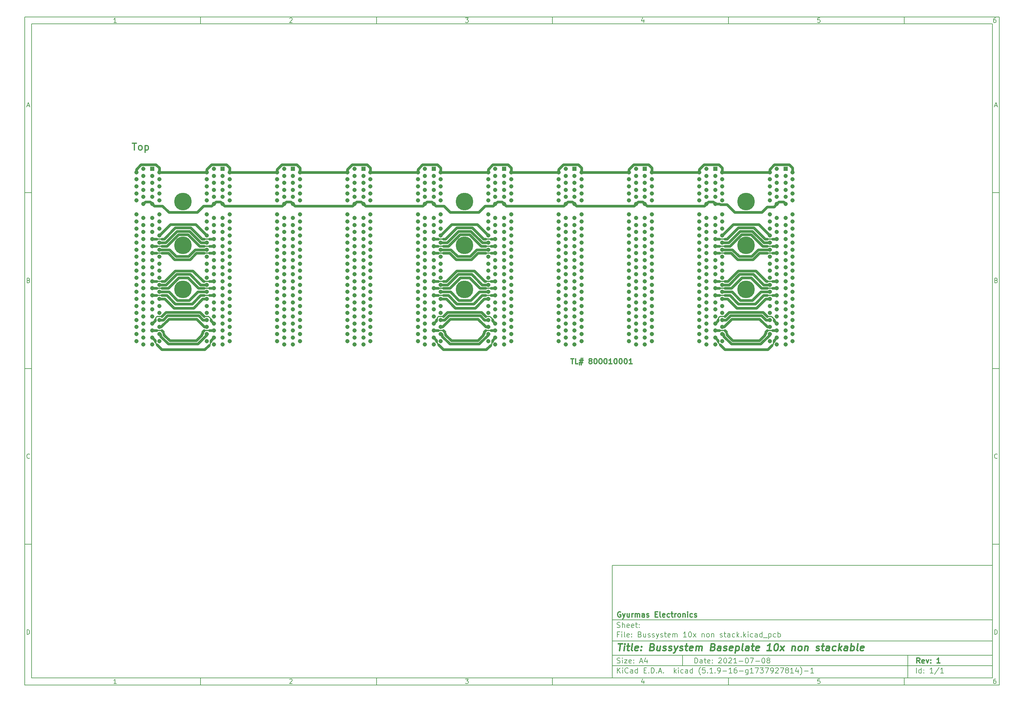
<source format=gbr>
%TF.GenerationSoftware,KiCad,Pcbnew,(5.1.9-16-g1737927814)-1*%
%TF.CreationDate,2021-07-08T12:57:19+02:00*%
%TF.ProjectId,Bussystem 10x non stack,42757373-7973-4746-956d-20313078206e,1*%
%TF.SameCoordinates,Original*%
%TF.FileFunction,Copper,L1,Top*%
%TF.FilePolarity,Positive*%
%FSLAX46Y46*%
G04 Gerber Fmt 4.6, Leading zero omitted, Abs format (unit mm)*
G04 Created by KiCad (PCBNEW (5.1.9-16-g1737927814)-1) date 2021-07-08 12:57:19*
%MOMM*%
%LPD*%
G01*
G04 APERTURE LIST*
%ADD10C,0.100000*%
%ADD11C,0.150000*%
%ADD12C,0.300000*%
%ADD13C,0.400000*%
%TA.AperFunction,NonConductor*%
%ADD14C,0.300000*%
%TD*%
%TA.AperFunction,WasherPad*%
%ADD15C,5.000000*%
%TD*%
%TA.AperFunction,ComponentPad*%
%ADD16R,1.208000X1.208000*%
%TD*%
%TA.AperFunction,ComponentPad*%
%ADD17C,1.208000*%
%TD*%
%TA.AperFunction,Conductor*%
%ADD18C,0.750000*%
%TD*%
%TA.AperFunction,Conductor*%
%ADD19C,0.380000*%
%TD*%
%TA.AperFunction,Conductor*%
%ADD20C,0.500000*%
%TD*%
G04 APERTURE END LIST*
D10*
D11*
X177002200Y-166007200D02*
X177002200Y-198007200D01*
X285002200Y-198007200D01*
X285002200Y-166007200D01*
X177002200Y-166007200D01*
D10*
D11*
X10000000Y-10000000D02*
X10000000Y-200007200D01*
X287002200Y-200007200D01*
X287002200Y-10000000D01*
X10000000Y-10000000D01*
D10*
D11*
X12000000Y-12000000D02*
X12000000Y-198007200D01*
X285002200Y-198007200D01*
X285002200Y-12000000D01*
X12000000Y-12000000D01*
D10*
D11*
X60000000Y-12000000D02*
X60000000Y-10000000D01*
D10*
D11*
X110000000Y-12000000D02*
X110000000Y-10000000D01*
D10*
D11*
X160000000Y-12000000D02*
X160000000Y-10000000D01*
D10*
D11*
X210000000Y-12000000D02*
X210000000Y-10000000D01*
D10*
D11*
X260000000Y-12000000D02*
X260000000Y-10000000D01*
D10*
D11*
X36065476Y-11588095D02*
X35322619Y-11588095D01*
X35694047Y-11588095D02*
X35694047Y-10288095D01*
X35570238Y-10473809D01*
X35446428Y-10597619D01*
X35322619Y-10659523D01*
D10*
D11*
X85322619Y-10411904D02*
X85384523Y-10350000D01*
X85508333Y-10288095D01*
X85817857Y-10288095D01*
X85941666Y-10350000D01*
X86003571Y-10411904D01*
X86065476Y-10535714D01*
X86065476Y-10659523D01*
X86003571Y-10845238D01*
X85260714Y-11588095D01*
X86065476Y-11588095D01*
D10*
D11*
X135260714Y-10288095D02*
X136065476Y-10288095D01*
X135632142Y-10783333D01*
X135817857Y-10783333D01*
X135941666Y-10845238D01*
X136003571Y-10907142D01*
X136065476Y-11030952D01*
X136065476Y-11340476D01*
X136003571Y-11464285D01*
X135941666Y-11526190D01*
X135817857Y-11588095D01*
X135446428Y-11588095D01*
X135322619Y-11526190D01*
X135260714Y-11464285D01*
D10*
D11*
X185941666Y-10721428D02*
X185941666Y-11588095D01*
X185632142Y-10226190D02*
X185322619Y-11154761D01*
X186127380Y-11154761D01*
D10*
D11*
X236003571Y-10288095D02*
X235384523Y-10288095D01*
X235322619Y-10907142D01*
X235384523Y-10845238D01*
X235508333Y-10783333D01*
X235817857Y-10783333D01*
X235941666Y-10845238D01*
X236003571Y-10907142D01*
X236065476Y-11030952D01*
X236065476Y-11340476D01*
X236003571Y-11464285D01*
X235941666Y-11526190D01*
X235817857Y-11588095D01*
X235508333Y-11588095D01*
X235384523Y-11526190D01*
X235322619Y-11464285D01*
D10*
D11*
X285941666Y-10288095D02*
X285694047Y-10288095D01*
X285570238Y-10350000D01*
X285508333Y-10411904D01*
X285384523Y-10597619D01*
X285322619Y-10845238D01*
X285322619Y-11340476D01*
X285384523Y-11464285D01*
X285446428Y-11526190D01*
X285570238Y-11588095D01*
X285817857Y-11588095D01*
X285941666Y-11526190D01*
X286003571Y-11464285D01*
X286065476Y-11340476D01*
X286065476Y-11030952D01*
X286003571Y-10907142D01*
X285941666Y-10845238D01*
X285817857Y-10783333D01*
X285570238Y-10783333D01*
X285446428Y-10845238D01*
X285384523Y-10907142D01*
X285322619Y-11030952D01*
D10*
D11*
X60000000Y-198007200D02*
X60000000Y-200007200D01*
D10*
D11*
X110000000Y-198007200D02*
X110000000Y-200007200D01*
D10*
D11*
X160000000Y-198007200D02*
X160000000Y-200007200D01*
D10*
D11*
X210000000Y-198007200D02*
X210000000Y-200007200D01*
D10*
D11*
X260000000Y-198007200D02*
X260000000Y-200007200D01*
D10*
D11*
X36065476Y-199595295D02*
X35322619Y-199595295D01*
X35694047Y-199595295D02*
X35694047Y-198295295D01*
X35570238Y-198481009D01*
X35446428Y-198604819D01*
X35322619Y-198666723D01*
D10*
D11*
X85322619Y-198419104D02*
X85384523Y-198357200D01*
X85508333Y-198295295D01*
X85817857Y-198295295D01*
X85941666Y-198357200D01*
X86003571Y-198419104D01*
X86065476Y-198542914D01*
X86065476Y-198666723D01*
X86003571Y-198852438D01*
X85260714Y-199595295D01*
X86065476Y-199595295D01*
D10*
D11*
X135260714Y-198295295D02*
X136065476Y-198295295D01*
X135632142Y-198790533D01*
X135817857Y-198790533D01*
X135941666Y-198852438D01*
X136003571Y-198914342D01*
X136065476Y-199038152D01*
X136065476Y-199347676D01*
X136003571Y-199471485D01*
X135941666Y-199533390D01*
X135817857Y-199595295D01*
X135446428Y-199595295D01*
X135322619Y-199533390D01*
X135260714Y-199471485D01*
D10*
D11*
X185941666Y-198728628D02*
X185941666Y-199595295D01*
X185632142Y-198233390D02*
X185322619Y-199161961D01*
X186127380Y-199161961D01*
D10*
D11*
X236003571Y-198295295D02*
X235384523Y-198295295D01*
X235322619Y-198914342D01*
X235384523Y-198852438D01*
X235508333Y-198790533D01*
X235817857Y-198790533D01*
X235941666Y-198852438D01*
X236003571Y-198914342D01*
X236065476Y-199038152D01*
X236065476Y-199347676D01*
X236003571Y-199471485D01*
X235941666Y-199533390D01*
X235817857Y-199595295D01*
X235508333Y-199595295D01*
X235384523Y-199533390D01*
X235322619Y-199471485D01*
D10*
D11*
X285941666Y-198295295D02*
X285694047Y-198295295D01*
X285570238Y-198357200D01*
X285508333Y-198419104D01*
X285384523Y-198604819D01*
X285322619Y-198852438D01*
X285322619Y-199347676D01*
X285384523Y-199471485D01*
X285446428Y-199533390D01*
X285570238Y-199595295D01*
X285817857Y-199595295D01*
X285941666Y-199533390D01*
X286003571Y-199471485D01*
X286065476Y-199347676D01*
X286065476Y-199038152D01*
X286003571Y-198914342D01*
X285941666Y-198852438D01*
X285817857Y-198790533D01*
X285570238Y-198790533D01*
X285446428Y-198852438D01*
X285384523Y-198914342D01*
X285322619Y-199038152D01*
D10*
D11*
X10000000Y-60000000D02*
X12000000Y-60000000D01*
D10*
D11*
X10000000Y-110000000D02*
X12000000Y-110000000D01*
D10*
D11*
X10000000Y-160000000D02*
X12000000Y-160000000D01*
D10*
D11*
X10690476Y-35216666D02*
X11309523Y-35216666D01*
X10566666Y-35588095D02*
X11000000Y-34288095D01*
X11433333Y-35588095D01*
D10*
D11*
X11092857Y-84907142D02*
X11278571Y-84969047D01*
X11340476Y-85030952D01*
X11402380Y-85154761D01*
X11402380Y-85340476D01*
X11340476Y-85464285D01*
X11278571Y-85526190D01*
X11154761Y-85588095D01*
X10659523Y-85588095D01*
X10659523Y-84288095D01*
X11092857Y-84288095D01*
X11216666Y-84350000D01*
X11278571Y-84411904D01*
X11340476Y-84535714D01*
X11340476Y-84659523D01*
X11278571Y-84783333D01*
X11216666Y-84845238D01*
X11092857Y-84907142D01*
X10659523Y-84907142D01*
D10*
D11*
X11402380Y-135464285D02*
X11340476Y-135526190D01*
X11154761Y-135588095D01*
X11030952Y-135588095D01*
X10845238Y-135526190D01*
X10721428Y-135402380D01*
X10659523Y-135278571D01*
X10597619Y-135030952D01*
X10597619Y-134845238D01*
X10659523Y-134597619D01*
X10721428Y-134473809D01*
X10845238Y-134350000D01*
X11030952Y-134288095D01*
X11154761Y-134288095D01*
X11340476Y-134350000D01*
X11402380Y-134411904D01*
D10*
D11*
X10659523Y-185588095D02*
X10659523Y-184288095D01*
X10969047Y-184288095D01*
X11154761Y-184350000D01*
X11278571Y-184473809D01*
X11340476Y-184597619D01*
X11402380Y-184845238D01*
X11402380Y-185030952D01*
X11340476Y-185278571D01*
X11278571Y-185402380D01*
X11154761Y-185526190D01*
X10969047Y-185588095D01*
X10659523Y-185588095D01*
D10*
D11*
X287002200Y-60000000D02*
X285002200Y-60000000D01*
D10*
D11*
X287002200Y-110000000D02*
X285002200Y-110000000D01*
D10*
D11*
X287002200Y-160000000D02*
X285002200Y-160000000D01*
D10*
D11*
X285692676Y-35216666D02*
X286311723Y-35216666D01*
X285568866Y-35588095D02*
X286002200Y-34288095D01*
X286435533Y-35588095D01*
D10*
D11*
X286095057Y-84907142D02*
X286280771Y-84969047D01*
X286342676Y-85030952D01*
X286404580Y-85154761D01*
X286404580Y-85340476D01*
X286342676Y-85464285D01*
X286280771Y-85526190D01*
X286156961Y-85588095D01*
X285661723Y-85588095D01*
X285661723Y-84288095D01*
X286095057Y-84288095D01*
X286218866Y-84350000D01*
X286280771Y-84411904D01*
X286342676Y-84535714D01*
X286342676Y-84659523D01*
X286280771Y-84783333D01*
X286218866Y-84845238D01*
X286095057Y-84907142D01*
X285661723Y-84907142D01*
D10*
D11*
X286404580Y-135464285D02*
X286342676Y-135526190D01*
X286156961Y-135588095D01*
X286033152Y-135588095D01*
X285847438Y-135526190D01*
X285723628Y-135402380D01*
X285661723Y-135278571D01*
X285599819Y-135030952D01*
X285599819Y-134845238D01*
X285661723Y-134597619D01*
X285723628Y-134473809D01*
X285847438Y-134350000D01*
X286033152Y-134288095D01*
X286156961Y-134288095D01*
X286342676Y-134350000D01*
X286404580Y-134411904D01*
D10*
D11*
X285661723Y-185588095D02*
X285661723Y-184288095D01*
X285971247Y-184288095D01*
X286156961Y-184350000D01*
X286280771Y-184473809D01*
X286342676Y-184597619D01*
X286404580Y-184845238D01*
X286404580Y-185030952D01*
X286342676Y-185278571D01*
X286280771Y-185402380D01*
X286156961Y-185526190D01*
X285971247Y-185588095D01*
X285661723Y-185588095D01*
D10*
D11*
X200434342Y-193785771D02*
X200434342Y-192285771D01*
X200791485Y-192285771D01*
X201005771Y-192357200D01*
X201148628Y-192500057D01*
X201220057Y-192642914D01*
X201291485Y-192928628D01*
X201291485Y-193142914D01*
X201220057Y-193428628D01*
X201148628Y-193571485D01*
X201005771Y-193714342D01*
X200791485Y-193785771D01*
X200434342Y-193785771D01*
X202577200Y-193785771D02*
X202577200Y-193000057D01*
X202505771Y-192857200D01*
X202362914Y-192785771D01*
X202077200Y-192785771D01*
X201934342Y-192857200D01*
X202577200Y-193714342D02*
X202434342Y-193785771D01*
X202077200Y-193785771D01*
X201934342Y-193714342D01*
X201862914Y-193571485D01*
X201862914Y-193428628D01*
X201934342Y-193285771D01*
X202077200Y-193214342D01*
X202434342Y-193214342D01*
X202577200Y-193142914D01*
X203077200Y-192785771D02*
X203648628Y-192785771D01*
X203291485Y-192285771D02*
X203291485Y-193571485D01*
X203362914Y-193714342D01*
X203505771Y-193785771D01*
X203648628Y-193785771D01*
X204720057Y-193714342D02*
X204577200Y-193785771D01*
X204291485Y-193785771D01*
X204148628Y-193714342D01*
X204077200Y-193571485D01*
X204077200Y-193000057D01*
X204148628Y-192857200D01*
X204291485Y-192785771D01*
X204577200Y-192785771D01*
X204720057Y-192857200D01*
X204791485Y-193000057D01*
X204791485Y-193142914D01*
X204077200Y-193285771D01*
X205434342Y-193642914D02*
X205505771Y-193714342D01*
X205434342Y-193785771D01*
X205362914Y-193714342D01*
X205434342Y-193642914D01*
X205434342Y-193785771D01*
X205434342Y-192857200D02*
X205505771Y-192928628D01*
X205434342Y-193000057D01*
X205362914Y-192928628D01*
X205434342Y-192857200D01*
X205434342Y-193000057D01*
X207220057Y-192428628D02*
X207291485Y-192357200D01*
X207434342Y-192285771D01*
X207791485Y-192285771D01*
X207934342Y-192357200D01*
X208005771Y-192428628D01*
X208077200Y-192571485D01*
X208077200Y-192714342D01*
X208005771Y-192928628D01*
X207148628Y-193785771D01*
X208077200Y-193785771D01*
X209005771Y-192285771D02*
X209148628Y-192285771D01*
X209291485Y-192357200D01*
X209362914Y-192428628D01*
X209434342Y-192571485D01*
X209505771Y-192857200D01*
X209505771Y-193214342D01*
X209434342Y-193500057D01*
X209362914Y-193642914D01*
X209291485Y-193714342D01*
X209148628Y-193785771D01*
X209005771Y-193785771D01*
X208862914Y-193714342D01*
X208791485Y-193642914D01*
X208720057Y-193500057D01*
X208648628Y-193214342D01*
X208648628Y-192857200D01*
X208720057Y-192571485D01*
X208791485Y-192428628D01*
X208862914Y-192357200D01*
X209005771Y-192285771D01*
X210077200Y-192428628D02*
X210148628Y-192357200D01*
X210291485Y-192285771D01*
X210648628Y-192285771D01*
X210791485Y-192357200D01*
X210862914Y-192428628D01*
X210934342Y-192571485D01*
X210934342Y-192714342D01*
X210862914Y-192928628D01*
X210005771Y-193785771D01*
X210934342Y-193785771D01*
X212362914Y-193785771D02*
X211505771Y-193785771D01*
X211934342Y-193785771D02*
X211934342Y-192285771D01*
X211791485Y-192500057D01*
X211648628Y-192642914D01*
X211505771Y-192714342D01*
X213005771Y-193214342D02*
X214148628Y-193214342D01*
X215148628Y-192285771D02*
X215291485Y-192285771D01*
X215434342Y-192357200D01*
X215505771Y-192428628D01*
X215577200Y-192571485D01*
X215648628Y-192857200D01*
X215648628Y-193214342D01*
X215577200Y-193500057D01*
X215505771Y-193642914D01*
X215434342Y-193714342D01*
X215291485Y-193785771D01*
X215148628Y-193785771D01*
X215005771Y-193714342D01*
X214934342Y-193642914D01*
X214862914Y-193500057D01*
X214791485Y-193214342D01*
X214791485Y-192857200D01*
X214862914Y-192571485D01*
X214934342Y-192428628D01*
X215005771Y-192357200D01*
X215148628Y-192285771D01*
X216148628Y-192285771D02*
X217148628Y-192285771D01*
X216505771Y-193785771D01*
X217720057Y-193214342D02*
X218862914Y-193214342D01*
X219862914Y-192285771D02*
X220005771Y-192285771D01*
X220148628Y-192357200D01*
X220220057Y-192428628D01*
X220291485Y-192571485D01*
X220362914Y-192857200D01*
X220362914Y-193214342D01*
X220291485Y-193500057D01*
X220220057Y-193642914D01*
X220148628Y-193714342D01*
X220005771Y-193785771D01*
X219862914Y-193785771D01*
X219720057Y-193714342D01*
X219648628Y-193642914D01*
X219577200Y-193500057D01*
X219505771Y-193214342D01*
X219505771Y-192857200D01*
X219577200Y-192571485D01*
X219648628Y-192428628D01*
X219720057Y-192357200D01*
X219862914Y-192285771D01*
X221220057Y-192928628D02*
X221077200Y-192857200D01*
X221005771Y-192785771D01*
X220934342Y-192642914D01*
X220934342Y-192571485D01*
X221005771Y-192428628D01*
X221077200Y-192357200D01*
X221220057Y-192285771D01*
X221505771Y-192285771D01*
X221648628Y-192357200D01*
X221720057Y-192428628D01*
X221791485Y-192571485D01*
X221791485Y-192642914D01*
X221720057Y-192785771D01*
X221648628Y-192857200D01*
X221505771Y-192928628D01*
X221220057Y-192928628D01*
X221077200Y-193000057D01*
X221005771Y-193071485D01*
X220934342Y-193214342D01*
X220934342Y-193500057D01*
X221005771Y-193642914D01*
X221077200Y-193714342D01*
X221220057Y-193785771D01*
X221505771Y-193785771D01*
X221648628Y-193714342D01*
X221720057Y-193642914D01*
X221791485Y-193500057D01*
X221791485Y-193214342D01*
X221720057Y-193071485D01*
X221648628Y-193000057D01*
X221505771Y-192928628D01*
D10*
D11*
X177002200Y-194507200D02*
X285002200Y-194507200D01*
D10*
D11*
X178434342Y-196585771D02*
X178434342Y-195085771D01*
X179291485Y-196585771D02*
X178648628Y-195728628D01*
X179291485Y-195085771D02*
X178434342Y-195942914D01*
X179934342Y-196585771D02*
X179934342Y-195585771D01*
X179934342Y-195085771D02*
X179862914Y-195157200D01*
X179934342Y-195228628D01*
X180005771Y-195157200D01*
X179934342Y-195085771D01*
X179934342Y-195228628D01*
X181505771Y-196442914D02*
X181434342Y-196514342D01*
X181220057Y-196585771D01*
X181077200Y-196585771D01*
X180862914Y-196514342D01*
X180720057Y-196371485D01*
X180648628Y-196228628D01*
X180577200Y-195942914D01*
X180577200Y-195728628D01*
X180648628Y-195442914D01*
X180720057Y-195300057D01*
X180862914Y-195157200D01*
X181077200Y-195085771D01*
X181220057Y-195085771D01*
X181434342Y-195157200D01*
X181505771Y-195228628D01*
X182791485Y-196585771D02*
X182791485Y-195800057D01*
X182720057Y-195657200D01*
X182577200Y-195585771D01*
X182291485Y-195585771D01*
X182148628Y-195657200D01*
X182791485Y-196514342D02*
X182648628Y-196585771D01*
X182291485Y-196585771D01*
X182148628Y-196514342D01*
X182077200Y-196371485D01*
X182077200Y-196228628D01*
X182148628Y-196085771D01*
X182291485Y-196014342D01*
X182648628Y-196014342D01*
X182791485Y-195942914D01*
X184148628Y-196585771D02*
X184148628Y-195085771D01*
X184148628Y-196514342D02*
X184005771Y-196585771D01*
X183720057Y-196585771D01*
X183577200Y-196514342D01*
X183505771Y-196442914D01*
X183434342Y-196300057D01*
X183434342Y-195871485D01*
X183505771Y-195728628D01*
X183577200Y-195657200D01*
X183720057Y-195585771D01*
X184005771Y-195585771D01*
X184148628Y-195657200D01*
X186005771Y-195800057D02*
X186505771Y-195800057D01*
X186720057Y-196585771D02*
X186005771Y-196585771D01*
X186005771Y-195085771D01*
X186720057Y-195085771D01*
X187362914Y-196442914D02*
X187434342Y-196514342D01*
X187362914Y-196585771D01*
X187291485Y-196514342D01*
X187362914Y-196442914D01*
X187362914Y-196585771D01*
X188077200Y-196585771D02*
X188077200Y-195085771D01*
X188434342Y-195085771D01*
X188648628Y-195157200D01*
X188791485Y-195300057D01*
X188862914Y-195442914D01*
X188934342Y-195728628D01*
X188934342Y-195942914D01*
X188862914Y-196228628D01*
X188791485Y-196371485D01*
X188648628Y-196514342D01*
X188434342Y-196585771D01*
X188077200Y-196585771D01*
X189577200Y-196442914D02*
X189648628Y-196514342D01*
X189577200Y-196585771D01*
X189505771Y-196514342D01*
X189577200Y-196442914D01*
X189577200Y-196585771D01*
X190220057Y-196157200D02*
X190934342Y-196157200D01*
X190077200Y-196585771D02*
X190577200Y-195085771D01*
X191077200Y-196585771D01*
X191577200Y-196442914D02*
X191648628Y-196514342D01*
X191577200Y-196585771D01*
X191505771Y-196514342D01*
X191577200Y-196442914D01*
X191577200Y-196585771D01*
X194577200Y-196585771D02*
X194577200Y-195085771D01*
X194720057Y-196014342D02*
X195148628Y-196585771D01*
X195148628Y-195585771D02*
X194577200Y-196157200D01*
X195791485Y-196585771D02*
X195791485Y-195585771D01*
X195791485Y-195085771D02*
X195720057Y-195157200D01*
X195791485Y-195228628D01*
X195862914Y-195157200D01*
X195791485Y-195085771D01*
X195791485Y-195228628D01*
X197148628Y-196514342D02*
X197005771Y-196585771D01*
X196720057Y-196585771D01*
X196577200Y-196514342D01*
X196505771Y-196442914D01*
X196434342Y-196300057D01*
X196434342Y-195871485D01*
X196505771Y-195728628D01*
X196577200Y-195657200D01*
X196720057Y-195585771D01*
X197005771Y-195585771D01*
X197148628Y-195657200D01*
X198434342Y-196585771D02*
X198434342Y-195800057D01*
X198362914Y-195657200D01*
X198220057Y-195585771D01*
X197934342Y-195585771D01*
X197791485Y-195657200D01*
X198434342Y-196514342D02*
X198291485Y-196585771D01*
X197934342Y-196585771D01*
X197791485Y-196514342D01*
X197720057Y-196371485D01*
X197720057Y-196228628D01*
X197791485Y-196085771D01*
X197934342Y-196014342D01*
X198291485Y-196014342D01*
X198434342Y-195942914D01*
X199791485Y-196585771D02*
X199791485Y-195085771D01*
X199791485Y-196514342D02*
X199648628Y-196585771D01*
X199362914Y-196585771D01*
X199220057Y-196514342D01*
X199148628Y-196442914D01*
X199077200Y-196300057D01*
X199077200Y-195871485D01*
X199148628Y-195728628D01*
X199220057Y-195657200D01*
X199362914Y-195585771D01*
X199648628Y-195585771D01*
X199791485Y-195657200D01*
X202077200Y-197157200D02*
X202005771Y-197085771D01*
X201862914Y-196871485D01*
X201791485Y-196728628D01*
X201720057Y-196514342D01*
X201648628Y-196157200D01*
X201648628Y-195871485D01*
X201720057Y-195514342D01*
X201791485Y-195300057D01*
X201862914Y-195157200D01*
X202005771Y-194942914D01*
X202077200Y-194871485D01*
X203362914Y-195085771D02*
X202648628Y-195085771D01*
X202577200Y-195800057D01*
X202648628Y-195728628D01*
X202791485Y-195657200D01*
X203148628Y-195657200D01*
X203291485Y-195728628D01*
X203362914Y-195800057D01*
X203434342Y-195942914D01*
X203434342Y-196300057D01*
X203362914Y-196442914D01*
X203291485Y-196514342D01*
X203148628Y-196585771D01*
X202791485Y-196585771D01*
X202648628Y-196514342D01*
X202577200Y-196442914D01*
X204077200Y-196442914D02*
X204148628Y-196514342D01*
X204077200Y-196585771D01*
X204005771Y-196514342D01*
X204077200Y-196442914D01*
X204077200Y-196585771D01*
X205577200Y-196585771D02*
X204720057Y-196585771D01*
X205148628Y-196585771D02*
X205148628Y-195085771D01*
X205005771Y-195300057D01*
X204862914Y-195442914D01*
X204720057Y-195514342D01*
X206220057Y-196442914D02*
X206291485Y-196514342D01*
X206220057Y-196585771D01*
X206148628Y-196514342D01*
X206220057Y-196442914D01*
X206220057Y-196585771D01*
X207005771Y-196585771D02*
X207291485Y-196585771D01*
X207434342Y-196514342D01*
X207505771Y-196442914D01*
X207648628Y-196228628D01*
X207720057Y-195942914D01*
X207720057Y-195371485D01*
X207648628Y-195228628D01*
X207577200Y-195157200D01*
X207434342Y-195085771D01*
X207148628Y-195085771D01*
X207005771Y-195157200D01*
X206934342Y-195228628D01*
X206862914Y-195371485D01*
X206862914Y-195728628D01*
X206934342Y-195871485D01*
X207005771Y-195942914D01*
X207148628Y-196014342D01*
X207434342Y-196014342D01*
X207577200Y-195942914D01*
X207648628Y-195871485D01*
X207720057Y-195728628D01*
X208362914Y-196014342D02*
X209505771Y-196014342D01*
X211005771Y-196585771D02*
X210148628Y-196585771D01*
X210577200Y-196585771D02*
X210577200Y-195085771D01*
X210434342Y-195300057D01*
X210291485Y-195442914D01*
X210148628Y-195514342D01*
X212291485Y-195085771D02*
X212005771Y-195085771D01*
X211862914Y-195157200D01*
X211791485Y-195228628D01*
X211648628Y-195442914D01*
X211577200Y-195728628D01*
X211577200Y-196300057D01*
X211648628Y-196442914D01*
X211720057Y-196514342D01*
X211862914Y-196585771D01*
X212148628Y-196585771D01*
X212291485Y-196514342D01*
X212362914Y-196442914D01*
X212434342Y-196300057D01*
X212434342Y-195942914D01*
X212362914Y-195800057D01*
X212291485Y-195728628D01*
X212148628Y-195657200D01*
X211862914Y-195657200D01*
X211720057Y-195728628D01*
X211648628Y-195800057D01*
X211577200Y-195942914D01*
X213077200Y-196014342D02*
X214220057Y-196014342D01*
X215577200Y-195585771D02*
X215577200Y-196800057D01*
X215505771Y-196942914D01*
X215434342Y-197014342D01*
X215291485Y-197085771D01*
X215077200Y-197085771D01*
X214934342Y-197014342D01*
X215577200Y-196514342D02*
X215434342Y-196585771D01*
X215148628Y-196585771D01*
X215005771Y-196514342D01*
X214934342Y-196442914D01*
X214862914Y-196300057D01*
X214862914Y-195871485D01*
X214934342Y-195728628D01*
X215005771Y-195657200D01*
X215148628Y-195585771D01*
X215434342Y-195585771D01*
X215577200Y-195657200D01*
X217077200Y-196585771D02*
X216220057Y-196585771D01*
X216648628Y-196585771D02*
X216648628Y-195085771D01*
X216505771Y-195300057D01*
X216362914Y-195442914D01*
X216220057Y-195514342D01*
X217577200Y-195085771D02*
X218577200Y-195085771D01*
X217934342Y-196585771D01*
X219005771Y-195085771D02*
X219934342Y-195085771D01*
X219434342Y-195657200D01*
X219648628Y-195657200D01*
X219791485Y-195728628D01*
X219862914Y-195800057D01*
X219934342Y-195942914D01*
X219934342Y-196300057D01*
X219862914Y-196442914D01*
X219791485Y-196514342D01*
X219648628Y-196585771D01*
X219220057Y-196585771D01*
X219077200Y-196514342D01*
X219005771Y-196442914D01*
X220434342Y-195085771D02*
X221434342Y-195085771D01*
X220791485Y-196585771D01*
X222077200Y-196585771D02*
X222362914Y-196585771D01*
X222505771Y-196514342D01*
X222577200Y-196442914D01*
X222720057Y-196228628D01*
X222791485Y-195942914D01*
X222791485Y-195371485D01*
X222720057Y-195228628D01*
X222648628Y-195157200D01*
X222505771Y-195085771D01*
X222220057Y-195085771D01*
X222077200Y-195157200D01*
X222005771Y-195228628D01*
X221934342Y-195371485D01*
X221934342Y-195728628D01*
X222005771Y-195871485D01*
X222077200Y-195942914D01*
X222220057Y-196014342D01*
X222505771Y-196014342D01*
X222648628Y-195942914D01*
X222720057Y-195871485D01*
X222791485Y-195728628D01*
X223362914Y-195228628D02*
X223434342Y-195157200D01*
X223577200Y-195085771D01*
X223934342Y-195085771D01*
X224077200Y-195157200D01*
X224148628Y-195228628D01*
X224220057Y-195371485D01*
X224220057Y-195514342D01*
X224148628Y-195728628D01*
X223291485Y-196585771D01*
X224220057Y-196585771D01*
X224720057Y-195085771D02*
X225720057Y-195085771D01*
X225077200Y-196585771D01*
X226505771Y-195728628D02*
X226362914Y-195657200D01*
X226291485Y-195585771D01*
X226220057Y-195442914D01*
X226220057Y-195371485D01*
X226291485Y-195228628D01*
X226362914Y-195157200D01*
X226505771Y-195085771D01*
X226791485Y-195085771D01*
X226934342Y-195157200D01*
X227005771Y-195228628D01*
X227077199Y-195371485D01*
X227077199Y-195442914D01*
X227005771Y-195585771D01*
X226934342Y-195657200D01*
X226791485Y-195728628D01*
X226505771Y-195728628D01*
X226362914Y-195800057D01*
X226291485Y-195871485D01*
X226220057Y-196014342D01*
X226220057Y-196300057D01*
X226291485Y-196442914D01*
X226362914Y-196514342D01*
X226505771Y-196585771D01*
X226791485Y-196585771D01*
X226934342Y-196514342D01*
X227005771Y-196442914D01*
X227077199Y-196300057D01*
X227077199Y-196014342D01*
X227005771Y-195871485D01*
X226934342Y-195800057D01*
X226791485Y-195728628D01*
X228505771Y-196585771D02*
X227648628Y-196585771D01*
X228077199Y-196585771D02*
X228077199Y-195085771D01*
X227934342Y-195300057D01*
X227791485Y-195442914D01*
X227648628Y-195514342D01*
X229791485Y-195585771D02*
X229791485Y-196585771D01*
X229434342Y-195014342D02*
X229077199Y-196085771D01*
X230005771Y-196085771D01*
X230434342Y-197157200D02*
X230505771Y-197085771D01*
X230648628Y-196871485D01*
X230720057Y-196728628D01*
X230791485Y-196514342D01*
X230862914Y-196157200D01*
X230862914Y-195871485D01*
X230791485Y-195514342D01*
X230720057Y-195300057D01*
X230648628Y-195157200D01*
X230505771Y-194942914D01*
X230434342Y-194871485D01*
X231577199Y-196014342D02*
X232720057Y-196014342D01*
X234220057Y-196585771D02*
X233362914Y-196585771D01*
X233791485Y-196585771D02*
X233791485Y-195085771D01*
X233648628Y-195300057D01*
X233505771Y-195442914D01*
X233362914Y-195514342D01*
D10*
D11*
X177002200Y-191507200D02*
X285002200Y-191507200D01*
D10*
D12*
X264411485Y-193785771D02*
X263911485Y-193071485D01*
X263554342Y-193785771D02*
X263554342Y-192285771D01*
X264125771Y-192285771D01*
X264268628Y-192357200D01*
X264340057Y-192428628D01*
X264411485Y-192571485D01*
X264411485Y-192785771D01*
X264340057Y-192928628D01*
X264268628Y-193000057D01*
X264125771Y-193071485D01*
X263554342Y-193071485D01*
X265625771Y-193714342D02*
X265482914Y-193785771D01*
X265197200Y-193785771D01*
X265054342Y-193714342D01*
X264982914Y-193571485D01*
X264982914Y-193000057D01*
X265054342Y-192857200D01*
X265197200Y-192785771D01*
X265482914Y-192785771D01*
X265625771Y-192857200D01*
X265697200Y-193000057D01*
X265697200Y-193142914D01*
X264982914Y-193285771D01*
X266197200Y-192785771D02*
X266554342Y-193785771D01*
X266911485Y-192785771D01*
X267482914Y-193642914D02*
X267554342Y-193714342D01*
X267482914Y-193785771D01*
X267411485Y-193714342D01*
X267482914Y-193642914D01*
X267482914Y-193785771D01*
X267482914Y-192857200D02*
X267554342Y-192928628D01*
X267482914Y-193000057D01*
X267411485Y-192928628D01*
X267482914Y-192857200D01*
X267482914Y-193000057D01*
X270125771Y-193785771D02*
X269268628Y-193785771D01*
X269697200Y-193785771D02*
X269697200Y-192285771D01*
X269554342Y-192500057D01*
X269411485Y-192642914D01*
X269268628Y-192714342D01*
D10*
D11*
X178362914Y-193714342D02*
X178577200Y-193785771D01*
X178934342Y-193785771D01*
X179077200Y-193714342D01*
X179148628Y-193642914D01*
X179220057Y-193500057D01*
X179220057Y-193357200D01*
X179148628Y-193214342D01*
X179077200Y-193142914D01*
X178934342Y-193071485D01*
X178648628Y-193000057D01*
X178505771Y-192928628D01*
X178434342Y-192857200D01*
X178362914Y-192714342D01*
X178362914Y-192571485D01*
X178434342Y-192428628D01*
X178505771Y-192357200D01*
X178648628Y-192285771D01*
X179005771Y-192285771D01*
X179220057Y-192357200D01*
X179862914Y-193785771D02*
X179862914Y-192785771D01*
X179862914Y-192285771D02*
X179791485Y-192357200D01*
X179862914Y-192428628D01*
X179934342Y-192357200D01*
X179862914Y-192285771D01*
X179862914Y-192428628D01*
X180434342Y-192785771D02*
X181220057Y-192785771D01*
X180434342Y-193785771D01*
X181220057Y-193785771D01*
X182362914Y-193714342D02*
X182220057Y-193785771D01*
X181934342Y-193785771D01*
X181791485Y-193714342D01*
X181720057Y-193571485D01*
X181720057Y-193000057D01*
X181791485Y-192857200D01*
X181934342Y-192785771D01*
X182220057Y-192785771D01*
X182362914Y-192857200D01*
X182434342Y-193000057D01*
X182434342Y-193142914D01*
X181720057Y-193285771D01*
X183077200Y-193642914D02*
X183148628Y-193714342D01*
X183077200Y-193785771D01*
X183005771Y-193714342D01*
X183077200Y-193642914D01*
X183077200Y-193785771D01*
X183077200Y-192857200D02*
X183148628Y-192928628D01*
X183077200Y-193000057D01*
X183005771Y-192928628D01*
X183077200Y-192857200D01*
X183077200Y-193000057D01*
X184862914Y-193357200D02*
X185577200Y-193357200D01*
X184720057Y-193785771D02*
X185220057Y-192285771D01*
X185720057Y-193785771D01*
X186862914Y-192785771D02*
X186862914Y-193785771D01*
X186505771Y-192214342D02*
X186148628Y-193285771D01*
X187077200Y-193285771D01*
D10*
D11*
X263434342Y-196585771D02*
X263434342Y-195085771D01*
X264791485Y-196585771D02*
X264791485Y-195085771D01*
X264791485Y-196514342D02*
X264648628Y-196585771D01*
X264362914Y-196585771D01*
X264220057Y-196514342D01*
X264148628Y-196442914D01*
X264077200Y-196300057D01*
X264077200Y-195871485D01*
X264148628Y-195728628D01*
X264220057Y-195657200D01*
X264362914Y-195585771D01*
X264648628Y-195585771D01*
X264791485Y-195657200D01*
X265505771Y-196442914D02*
X265577200Y-196514342D01*
X265505771Y-196585771D01*
X265434342Y-196514342D01*
X265505771Y-196442914D01*
X265505771Y-196585771D01*
X265505771Y-195657200D02*
X265577200Y-195728628D01*
X265505771Y-195800057D01*
X265434342Y-195728628D01*
X265505771Y-195657200D01*
X265505771Y-195800057D01*
X268148628Y-196585771D02*
X267291485Y-196585771D01*
X267720057Y-196585771D02*
X267720057Y-195085771D01*
X267577200Y-195300057D01*
X267434342Y-195442914D01*
X267291485Y-195514342D01*
X269862914Y-195014342D02*
X268577200Y-196942914D01*
X271148628Y-196585771D02*
X270291485Y-196585771D01*
X270720057Y-196585771D02*
X270720057Y-195085771D01*
X270577200Y-195300057D01*
X270434342Y-195442914D01*
X270291485Y-195514342D01*
D10*
D11*
X177002200Y-187507200D02*
X285002200Y-187507200D01*
D10*
D13*
X178714580Y-188211961D02*
X179857438Y-188211961D01*
X179036009Y-190211961D02*
X179286009Y-188211961D01*
X180274104Y-190211961D02*
X180440771Y-188878628D01*
X180524104Y-188211961D02*
X180416961Y-188307200D01*
X180500295Y-188402438D01*
X180607438Y-188307200D01*
X180524104Y-188211961D01*
X180500295Y-188402438D01*
X181107438Y-188878628D02*
X181869342Y-188878628D01*
X181476485Y-188211961D02*
X181262200Y-189926247D01*
X181333628Y-190116723D01*
X181512200Y-190211961D01*
X181702676Y-190211961D01*
X182655057Y-190211961D02*
X182476485Y-190116723D01*
X182405057Y-189926247D01*
X182619342Y-188211961D01*
X184190771Y-190116723D02*
X183988390Y-190211961D01*
X183607438Y-190211961D01*
X183428866Y-190116723D01*
X183357438Y-189926247D01*
X183452676Y-189164342D01*
X183571723Y-188973866D01*
X183774104Y-188878628D01*
X184155057Y-188878628D01*
X184333628Y-188973866D01*
X184405057Y-189164342D01*
X184381247Y-189354819D01*
X183405057Y-189545295D01*
X185155057Y-190021485D02*
X185238390Y-190116723D01*
X185131247Y-190211961D01*
X185047914Y-190116723D01*
X185155057Y-190021485D01*
X185131247Y-190211961D01*
X185286009Y-188973866D02*
X185369342Y-189069104D01*
X185262200Y-189164342D01*
X185178866Y-189069104D01*
X185286009Y-188973866D01*
X185262200Y-189164342D01*
X188405057Y-189164342D02*
X188678866Y-189259580D01*
X188762200Y-189354819D01*
X188833628Y-189545295D01*
X188797914Y-189831009D01*
X188678866Y-190021485D01*
X188571723Y-190116723D01*
X188369342Y-190211961D01*
X187607438Y-190211961D01*
X187857438Y-188211961D01*
X188524104Y-188211961D01*
X188702676Y-188307200D01*
X188786009Y-188402438D01*
X188857438Y-188592914D01*
X188833628Y-188783390D01*
X188714580Y-188973866D01*
X188607438Y-189069104D01*
X188405057Y-189164342D01*
X187738390Y-189164342D01*
X190631247Y-188878628D02*
X190464580Y-190211961D01*
X189774104Y-188878628D02*
X189643152Y-189926247D01*
X189714580Y-190116723D01*
X189893152Y-190211961D01*
X190178866Y-190211961D01*
X190381247Y-190116723D01*
X190488390Y-190021485D01*
X191333628Y-190116723D02*
X191512200Y-190211961D01*
X191893152Y-190211961D01*
X192095533Y-190116723D01*
X192214580Y-189926247D01*
X192226485Y-189831009D01*
X192155057Y-189640533D01*
X191976485Y-189545295D01*
X191690771Y-189545295D01*
X191512200Y-189450057D01*
X191440771Y-189259580D01*
X191452676Y-189164342D01*
X191571723Y-188973866D01*
X191774104Y-188878628D01*
X192059819Y-188878628D01*
X192238390Y-188973866D01*
X192952676Y-190116723D02*
X193131247Y-190211961D01*
X193512200Y-190211961D01*
X193714580Y-190116723D01*
X193833628Y-189926247D01*
X193845533Y-189831009D01*
X193774104Y-189640533D01*
X193595533Y-189545295D01*
X193309819Y-189545295D01*
X193131247Y-189450057D01*
X193059819Y-189259580D01*
X193071723Y-189164342D01*
X193190771Y-188973866D01*
X193393152Y-188878628D01*
X193678866Y-188878628D01*
X193857438Y-188973866D01*
X194631247Y-188878628D02*
X194940771Y-190211961D01*
X195583628Y-188878628D02*
X194940771Y-190211961D01*
X194690771Y-190688152D01*
X194583628Y-190783390D01*
X194381247Y-190878628D01*
X196095533Y-190116723D02*
X196274104Y-190211961D01*
X196655057Y-190211961D01*
X196857438Y-190116723D01*
X196976485Y-189926247D01*
X196988390Y-189831009D01*
X196916961Y-189640533D01*
X196738390Y-189545295D01*
X196452676Y-189545295D01*
X196274104Y-189450057D01*
X196202676Y-189259580D01*
X196214580Y-189164342D01*
X196333628Y-188973866D01*
X196536009Y-188878628D01*
X196821723Y-188878628D01*
X197000295Y-188973866D01*
X197678866Y-188878628D02*
X198440771Y-188878628D01*
X198047914Y-188211961D02*
X197833628Y-189926247D01*
X197905057Y-190116723D01*
X198083628Y-190211961D01*
X198274104Y-190211961D01*
X199714580Y-190116723D02*
X199512200Y-190211961D01*
X199131247Y-190211961D01*
X198952676Y-190116723D01*
X198881247Y-189926247D01*
X198976485Y-189164342D01*
X199095533Y-188973866D01*
X199297914Y-188878628D01*
X199678866Y-188878628D01*
X199857438Y-188973866D01*
X199928866Y-189164342D01*
X199905057Y-189354819D01*
X198928866Y-189545295D01*
X200655057Y-190211961D02*
X200821723Y-188878628D01*
X200797914Y-189069104D02*
X200905057Y-188973866D01*
X201107438Y-188878628D01*
X201393152Y-188878628D01*
X201571723Y-188973866D01*
X201643152Y-189164342D01*
X201512200Y-190211961D01*
X201643152Y-189164342D02*
X201762200Y-188973866D01*
X201964580Y-188878628D01*
X202250295Y-188878628D01*
X202428866Y-188973866D01*
X202500295Y-189164342D01*
X202369342Y-190211961D01*
X205643152Y-189164342D02*
X205916961Y-189259580D01*
X206000295Y-189354819D01*
X206071723Y-189545295D01*
X206036009Y-189831009D01*
X205916961Y-190021485D01*
X205809819Y-190116723D01*
X205607438Y-190211961D01*
X204845533Y-190211961D01*
X205095533Y-188211961D01*
X205762200Y-188211961D01*
X205940771Y-188307200D01*
X206024104Y-188402438D01*
X206095533Y-188592914D01*
X206071723Y-188783390D01*
X205952676Y-188973866D01*
X205845533Y-189069104D01*
X205643152Y-189164342D01*
X204976485Y-189164342D01*
X207702676Y-190211961D02*
X207833628Y-189164342D01*
X207762200Y-188973866D01*
X207583628Y-188878628D01*
X207202676Y-188878628D01*
X207000295Y-188973866D01*
X207714580Y-190116723D02*
X207512200Y-190211961D01*
X207036009Y-190211961D01*
X206857438Y-190116723D01*
X206786009Y-189926247D01*
X206809819Y-189735771D01*
X206928866Y-189545295D01*
X207131247Y-189450057D01*
X207607438Y-189450057D01*
X207809819Y-189354819D01*
X208571723Y-190116723D02*
X208750295Y-190211961D01*
X209131247Y-190211961D01*
X209333628Y-190116723D01*
X209452676Y-189926247D01*
X209464580Y-189831009D01*
X209393152Y-189640533D01*
X209214580Y-189545295D01*
X208928866Y-189545295D01*
X208750295Y-189450057D01*
X208678866Y-189259580D01*
X208690771Y-189164342D01*
X208809819Y-188973866D01*
X209012200Y-188878628D01*
X209297914Y-188878628D01*
X209476485Y-188973866D01*
X211047914Y-190116723D02*
X210845533Y-190211961D01*
X210464580Y-190211961D01*
X210286009Y-190116723D01*
X210214580Y-189926247D01*
X210309819Y-189164342D01*
X210428866Y-188973866D01*
X210631247Y-188878628D01*
X211012200Y-188878628D01*
X211190771Y-188973866D01*
X211262200Y-189164342D01*
X211238390Y-189354819D01*
X210262200Y-189545295D01*
X212155057Y-188878628D02*
X211905057Y-190878628D01*
X212143152Y-188973866D02*
X212345533Y-188878628D01*
X212726485Y-188878628D01*
X212905057Y-188973866D01*
X212988390Y-189069104D01*
X213059819Y-189259580D01*
X212988390Y-189831009D01*
X212869342Y-190021485D01*
X212762200Y-190116723D01*
X212559819Y-190211961D01*
X212178866Y-190211961D01*
X212000295Y-190116723D01*
X214083628Y-190211961D02*
X213905057Y-190116723D01*
X213833628Y-189926247D01*
X214047914Y-188211961D01*
X215702676Y-190211961D02*
X215833628Y-189164342D01*
X215762200Y-188973866D01*
X215583628Y-188878628D01*
X215202676Y-188878628D01*
X215000295Y-188973866D01*
X215714580Y-190116723D02*
X215512200Y-190211961D01*
X215036009Y-190211961D01*
X214857438Y-190116723D01*
X214786009Y-189926247D01*
X214809819Y-189735771D01*
X214928866Y-189545295D01*
X215131247Y-189450057D01*
X215607438Y-189450057D01*
X215809819Y-189354819D01*
X216536009Y-188878628D02*
X217297914Y-188878628D01*
X216905057Y-188211961D02*
X216690771Y-189926247D01*
X216762200Y-190116723D01*
X216940771Y-190211961D01*
X217131247Y-190211961D01*
X218571723Y-190116723D02*
X218369342Y-190211961D01*
X217988390Y-190211961D01*
X217809819Y-190116723D01*
X217738390Y-189926247D01*
X217833628Y-189164342D01*
X217952676Y-188973866D01*
X218155057Y-188878628D01*
X218536009Y-188878628D01*
X218714580Y-188973866D01*
X218786009Y-189164342D01*
X218762200Y-189354819D01*
X217786009Y-189545295D01*
X222083628Y-190211961D02*
X220940771Y-190211961D01*
X221512200Y-190211961D02*
X221762200Y-188211961D01*
X221536009Y-188497676D01*
X221321723Y-188688152D01*
X221119342Y-188783390D01*
X223571723Y-188211961D02*
X223762200Y-188211961D01*
X223940771Y-188307200D01*
X224024104Y-188402438D01*
X224095533Y-188592914D01*
X224143152Y-188973866D01*
X224083628Y-189450057D01*
X223940771Y-189831009D01*
X223821723Y-190021485D01*
X223714580Y-190116723D01*
X223512200Y-190211961D01*
X223321723Y-190211961D01*
X223143152Y-190116723D01*
X223059819Y-190021485D01*
X222988390Y-189831009D01*
X222940771Y-189450057D01*
X223000295Y-188973866D01*
X223143152Y-188592914D01*
X223262200Y-188402438D01*
X223369342Y-188307200D01*
X223571723Y-188211961D01*
X224655057Y-190211961D02*
X225869342Y-188878628D01*
X224821723Y-188878628D02*
X225702676Y-190211961D01*
X228155057Y-188878628D02*
X227988390Y-190211961D01*
X228131247Y-189069104D02*
X228238390Y-188973866D01*
X228440771Y-188878628D01*
X228726485Y-188878628D01*
X228905057Y-188973866D01*
X228976485Y-189164342D01*
X228845533Y-190211961D01*
X230083628Y-190211961D02*
X229905057Y-190116723D01*
X229821723Y-190021485D01*
X229750295Y-189831009D01*
X229821723Y-189259580D01*
X229940771Y-189069104D01*
X230047914Y-188973866D01*
X230250295Y-188878628D01*
X230536009Y-188878628D01*
X230714580Y-188973866D01*
X230797914Y-189069104D01*
X230869342Y-189259580D01*
X230797914Y-189831009D01*
X230678866Y-190021485D01*
X230571723Y-190116723D01*
X230369342Y-190211961D01*
X230083628Y-190211961D01*
X231774104Y-188878628D02*
X231607438Y-190211961D01*
X231750295Y-189069104D02*
X231857438Y-188973866D01*
X232059819Y-188878628D01*
X232345533Y-188878628D01*
X232524104Y-188973866D01*
X232595533Y-189164342D01*
X232464580Y-190211961D01*
X234857438Y-190116723D02*
X235036009Y-190211961D01*
X235416961Y-190211961D01*
X235619342Y-190116723D01*
X235738390Y-189926247D01*
X235750295Y-189831009D01*
X235678866Y-189640533D01*
X235500295Y-189545295D01*
X235214580Y-189545295D01*
X235036009Y-189450057D01*
X234964580Y-189259580D01*
X234976485Y-189164342D01*
X235095533Y-188973866D01*
X235297914Y-188878628D01*
X235583628Y-188878628D01*
X235762199Y-188973866D01*
X236440771Y-188878628D02*
X237202676Y-188878628D01*
X236809819Y-188211961D02*
X236595533Y-189926247D01*
X236666961Y-190116723D01*
X236845533Y-190211961D01*
X237036009Y-190211961D01*
X238559819Y-190211961D02*
X238690771Y-189164342D01*
X238619342Y-188973866D01*
X238440771Y-188878628D01*
X238059819Y-188878628D01*
X237857438Y-188973866D01*
X238571723Y-190116723D02*
X238369342Y-190211961D01*
X237893152Y-190211961D01*
X237714580Y-190116723D01*
X237643152Y-189926247D01*
X237666961Y-189735771D01*
X237786009Y-189545295D01*
X237988390Y-189450057D01*
X238464580Y-189450057D01*
X238666961Y-189354819D01*
X240381247Y-190116723D02*
X240178866Y-190211961D01*
X239797914Y-190211961D01*
X239619342Y-190116723D01*
X239536009Y-190021485D01*
X239464580Y-189831009D01*
X239536009Y-189259580D01*
X239655057Y-189069104D01*
X239762199Y-188973866D01*
X239964580Y-188878628D01*
X240345533Y-188878628D01*
X240524104Y-188973866D01*
X241226485Y-190211961D02*
X241476485Y-188211961D01*
X241512199Y-189450057D02*
X241988390Y-190211961D01*
X242155057Y-188878628D02*
X241297914Y-189640533D01*
X243702676Y-190211961D02*
X243833628Y-189164342D01*
X243762199Y-188973866D01*
X243583628Y-188878628D01*
X243202676Y-188878628D01*
X243000295Y-188973866D01*
X243714580Y-190116723D02*
X243512199Y-190211961D01*
X243036009Y-190211961D01*
X242857438Y-190116723D01*
X242786009Y-189926247D01*
X242809819Y-189735771D01*
X242928866Y-189545295D01*
X243131247Y-189450057D01*
X243607438Y-189450057D01*
X243809819Y-189354819D01*
X244655057Y-190211961D02*
X244905057Y-188211961D01*
X244809819Y-188973866D02*
X245012199Y-188878628D01*
X245393152Y-188878628D01*
X245571723Y-188973866D01*
X245655057Y-189069104D01*
X245726485Y-189259580D01*
X245655057Y-189831009D01*
X245536009Y-190021485D01*
X245428866Y-190116723D01*
X245226485Y-190211961D01*
X244845533Y-190211961D01*
X244666961Y-190116723D01*
X246750295Y-190211961D02*
X246571723Y-190116723D01*
X246500295Y-189926247D01*
X246714580Y-188211961D01*
X248286009Y-190116723D02*
X248083628Y-190211961D01*
X247702676Y-190211961D01*
X247524104Y-190116723D01*
X247452676Y-189926247D01*
X247547914Y-189164342D01*
X247666961Y-188973866D01*
X247869342Y-188878628D01*
X248250295Y-188878628D01*
X248428866Y-188973866D01*
X248500295Y-189164342D01*
X248476485Y-189354819D01*
X247500295Y-189545295D01*
D10*
D11*
X178934342Y-185600057D02*
X178434342Y-185600057D01*
X178434342Y-186385771D02*
X178434342Y-184885771D01*
X179148628Y-184885771D01*
X179720057Y-186385771D02*
X179720057Y-185385771D01*
X179720057Y-184885771D02*
X179648628Y-184957200D01*
X179720057Y-185028628D01*
X179791485Y-184957200D01*
X179720057Y-184885771D01*
X179720057Y-185028628D01*
X180648628Y-186385771D02*
X180505771Y-186314342D01*
X180434342Y-186171485D01*
X180434342Y-184885771D01*
X181791485Y-186314342D02*
X181648628Y-186385771D01*
X181362914Y-186385771D01*
X181220057Y-186314342D01*
X181148628Y-186171485D01*
X181148628Y-185600057D01*
X181220057Y-185457200D01*
X181362914Y-185385771D01*
X181648628Y-185385771D01*
X181791485Y-185457200D01*
X181862914Y-185600057D01*
X181862914Y-185742914D01*
X181148628Y-185885771D01*
X182505771Y-186242914D02*
X182577200Y-186314342D01*
X182505771Y-186385771D01*
X182434342Y-186314342D01*
X182505771Y-186242914D01*
X182505771Y-186385771D01*
X182505771Y-185457200D02*
X182577200Y-185528628D01*
X182505771Y-185600057D01*
X182434342Y-185528628D01*
X182505771Y-185457200D01*
X182505771Y-185600057D01*
X184862914Y-185600057D02*
X185077200Y-185671485D01*
X185148628Y-185742914D01*
X185220057Y-185885771D01*
X185220057Y-186100057D01*
X185148628Y-186242914D01*
X185077200Y-186314342D01*
X184934342Y-186385771D01*
X184362914Y-186385771D01*
X184362914Y-184885771D01*
X184862914Y-184885771D01*
X185005771Y-184957200D01*
X185077200Y-185028628D01*
X185148628Y-185171485D01*
X185148628Y-185314342D01*
X185077200Y-185457200D01*
X185005771Y-185528628D01*
X184862914Y-185600057D01*
X184362914Y-185600057D01*
X186505771Y-185385771D02*
X186505771Y-186385771D01*
X185862914Y-185385771D02*
X185862914Y-186171485D01*
X185934342Y-186314342D01*
X186077200Y-186385771D01*
X186291485Y-186385771D01*
X186434342Y-186314342D01*
X186505771Y-186242914D01*
X187148628Y-186314342D02*
X187291485Y-186385771D01*
X187577200Y-186385771D01*
X187720057Y-186314342D01*
X187791485Y-186171485D01*
X187791485Y-186100057D01*
X187720057Y-185957200D01*
X187577200Y-185885771D01*
X187362914Y-185885771D01*
X187220057Y-185814342D01*
X187148628Y-185671485D01*
X187148628Y-185600057D01*
X187220057Y-185457200D01*
X187362914Y-185385771D01*
X187577200Y-185385771D01*
X187720057Y-185457200D01*
X188362914Y-186314342D02*
X188505771Y-186385771D01*
X188791485Y-186385771D01*
X188934342Y-186314342D01*
X189005771Y-186171485D01*
X189005771Y-186100057D01*
X188934342Y-185957200D01*
X188791485Y-185885771D01*
X188577200Y-185885771D01*
X188434342Y-185814342D01*
X188362914Y-185671485D01*
X188362914Y-185600057D01*
X188434342Y-185457200D01*
X188577200Y-185385771D01*
X188791485Y-185385771D01*
X188934342Y-185457200D01*
X189505771Y-185385771D02*
X189862914Y-186385771D01*
X190220057Y-185385771D02*
X189862914Y-186385771D01*
X189720057Y-186742914D01*
X189648628Y-186814342D01*
X189505771Y-186885771D01*
X190720057Y-186314342D02*
X190862914Y-186385771D01*
X191148628Y-186385771D01*
X191291485Y-186314342D01*
X191362914Y-186171485D01*
X191362914Y-186100057D01*
X191291485Y-185957200D01*
X191148628Y-185885771D01*
X190934342Y-185885771D01*
X190791485Y-185814342D01*
X190720057Y-185671485D01*
X190720057Y-185600057D01*
X190791485Y-185457200D01*
X190934342Y-185385771D01*
X191148628Y-185385771D01*
X191291485Y-185457200D01*
X191791485Y-185385771D02*
X192362914Y-185385771D01*
X192005771Y-184885771D02*
X192005771Y-186171485D01*
X192077200Y-186314342D01*
X192220057Y-186385771D01*
X192362914Y-186385771D01*
X193434342Y-186314342D02*
X193291485Y-186385771D01*
X193005771Y-186385771D01*
X192862914Y-186314342D01*
X192791485Y-186171485D01*
X192791485Y-185600057D01*
X192862914Y-185457200D01*
X193005771Y-185385771D01*
X193291485Y-185385771D01*
X193434342Y-185457200D01*
X193505771Y-185600057D01*
X193505771Y-185742914D01*
X192791485Y-185885771D01*
X194148628Y-186385771D02*
X194148628Y-185385771D01*
X194148628Y-185528628D02*
X194220057Y-185457200D01*
X194362914Y-185385771D01*
X194577200Y-185385771D01*
X194720057Y-185457200D01*
X194791485Y-185600057D01*
X194791485Y-186385771D01*
X194791485Y-185600057D02*
X194862914Y-185457200D01*
X195005771Y-185385771D01*
X195220057Y-185385771D01*
X195362914Y-185457200D01*
X195434342Y-185600057D01*
X195434342Y-186385771D01*
X198077200Y-186385771D02*
X197220057Y-186385771D01*
X197648628Y-186385771D02*
X197648628Y-184885771D01*
X197505771Y-185100057D01*
X197362914Y-185242914D01*
X197220057Y-185314342D01*
X199005771Y-184885771D02*
X199148628Y-184885771D01*
X199291485Y-184957200D01*
X199362914Y-185028628D01*
X199434342Y-185171485D01*
X199505771Y-185457200D01*
X199505771Y-185814342D01*
X199434342Y-186100057D01*
X199362914Y-186242914D01*
X199291485Y-186314342D01*
X199148628Y-186385771D01*
X199005771Y-186385771D01*
X198862914Y-186314342D01*
X198791485Y-186242914D01*
X198720057Y-186100057D01*
X198648628Y-185814342D01*
X198648628Y-185457200D01*
X198720057Y-185171485D01*
X198791485Y-185028628D01*
X198862914Y-184957200D01*
X199005771Y-184885771D01*
X200005771Y-186385771D02*
X200791485Y-185385771D01*
X200005771Y-185385771D02*
X200791485Y-186385771D01*
X202505771Y-185385771D02*
X202505771Y-186385771D01*
X202505771Y-185528628D02*
X202577200Y-185457200D01*
X202720057Y-185385771D01*
X202934342Y-185385771D01*
X203077200Y-185457200D01*
X203148628Y-185600057D01*
X203148628Y-186385771D01*
X204077200Y-186385771D02*
X203934342Y-186314342D01*
X203862914Y-186242914D01*
X203791485Y-186100057D01*
X203791485Y-185671485D01*
X203862914Y-185528628D01*
X203934342Y-185457200D01*
X204077200Y-185385771D01*
X204291485Y-185385771D01*
X204434342Y-185457200D01*
X204505771Y-185528628D01*
X204577200Y-185671485D01*
X204577200Y-186100057D01*
X204505771Y-186242914D01*
X204434342Y-186314342D01*
X204291485Y-186385771D01*
X204077200Y-186385771D01*
X205220057Y-185385771D02*
X205220057Y-186385771D01*
X205220057Y-185528628D02*
X205291485Y-185457200D01*
X205434342Y-185385771D01*
X205648628Y-185385771D01*
X205791485Y-185457200D01*
X205862914Y-185600057D01*
X205862914Y-186385771D01*
X207648628Y-186314342D02*
X207791485Y-186385771D01*
X208077200Y-186385771D01*
X208220057Y-186314342D01*
X208291485Y-186171485D01*
X208291485Y-186100057D01*
X208220057Y-185957200D01*
X208077200Y-185885771D01*
X207862914Y-185885771D01*
X207720057Y-185814342D01*
X207648628Y-185671485D01*
X207648628Y-185600057D01*
X207720057Y-185457200D01*
X207862914Y-185385771D01*
X208077200Y-185385771D01*
X208220057Y-185457200D01*
X208720057Y-185385771D02*
X209291485Y-185385771D01*
X208934342Y-184885771D02*
X208934342Y-186171485D01*
X209005771Y-186314342D01*
X209148628Y-186385771D01*
X209291485Y-186385771D01*
X210434342Y-186385771D02*
X210434342Y-185600057D01*
X210362914Y-185457200D01*
X210220057Y-185385771D01*
X209934342Y-185385771D01*
X209791485Y-185457200D01*
X210434342Y-186314342D02*
X210291485Y-186385771D01*
X209934342Y-186385771D01*
X209791485Y-186314342D01*
X209720057Y-186171485D01*
X209720057Y-186028628D01*
X209791485Y-185885771D01*
X209934342Y-185814342D01*
X210291485Y-185814342D01*
X210434342Y-185742914D01*
X211791485Y-186314342D02*
X211648628Y-186385771D01*
X211362914Y-186385771D01*
X211220057Y-186314342D01*
X211148628Y-186242914D01*
X211077200Y-186100057D01*
X211077200Y-185671485D01*
X211148628Y-185528628D01*
X211220057Y-185457200D01*
X211362914Y-185385771D01*
X211648628Y-185385771D01*
X211791485Y-185457200D01*
X212434342Y-186385771D02*
X212434342Y-184885771D01*
X212577200Y-185814342D02*
X213005771Y-186385771D01*
X213005771Y-185385771D02*
X212434342Y-185957200D01*
X213648628Y-186242914D02*
X213720057Y-186314342D01*
X213648628Y-186385771D01*
X213577200Y-186314342D01*
X213648628Y-186242914D01*
X213648628Y-186385771D01*
X214362914Y-186385771D02*
X214362914Y-184885771D01*
X214505771Y-185814342D02*
X214934342Y-186385771D01*
X214934342Y-185385771D02*
X214362914Y-185957200D01*
X215577200Y-186385771D02*
X215577200Y-185385771D01*
X215577200Y-184885771D02*
X215505771Y-184957200D01*
X215577200Y-185028628D01*
X215648628Y-184957200D01*
X215577200Y-184885771D01*
X215577200Y-185028628D01*
X216934342Y-186314342D02*
X216791485Y-186385771D01*
X216505771Y-186385771D01*
X216362914Y-186314342D01*
X216291485Y-186242914D01*
X216220057Y-186100057D01*
X216220057Y-185671485D01*
X216291485Y-185528628D01*
X216362914Y-185457200D01*
X216505771Y-185385771D01*
X216791485Y-185385771D01*
X216934342Y-185457200D01*
X218220057Y-186385771D02*
X218220057Y-185600057D01*
X218148628Y-185457200D01*
X218005771Y-185385771D01*
X217720057Y-185385771D01*
X217577200Y-185457200D01*
X218220057Y-186314342D02*
X218077200Y-186385771D01*
X217720057Y-186385771D01*
X217577200Y-186314342D01*
X217505771Y-186171485D01*
X217505771Y-186028628D01*
X217577200Y-185885771D01*
X217720057Y-185814342D01*
X218077200Y-185814342D01*
X218220057Y-185742914D01*
X219577200Y-186385771D02*
X219577200Y-184885771D01*
X219577200Y-186314342D02*
X219434342Y-186385771D01*
X219148628Y-186385771D01*
X219005771Y-186314342D01*
X218934342Y-186242914D01*
X218862914Y-186100057D01*
X218862914Y-185671485D01*
X218934342Y-185528628D01*
X219005771Y-185457200D01*
X219148628Y-185385771D01*
X219434342Y-185385771D01*
X219577200Y-185457200D01*
X219934342Y-186528628D02*
X221077200Y-186528628D01*
X221434342Y-185385771D02*
X221434342Y-186885771D01*
X221434342Y-185457200D02*
X221577200Y-185385771D01*
X221862914Y-185385771D01*
X222005771Y-185457200D01*
X222077200Y-185528628D01*
X222148628Y-185671485D01*
X222148628Y-186100057D01*
X222077200Y-186242914D01*
X222005771Y-186314342D01*
X221862914Y-186385771D01*
X221577200Y-186385771D01*
X221434342Y-186314342D01*
X223434342Y-186314342D02*
X223291485Y-186385771D01*
X223005771Y-186385771D01*
X222862914Y-186314342D01*
X222791485Y-186242914D01*
X222720057Y-186100057D01*
X222720057Y-185671485D01*
X222791485Y-185528628D01*
X222862914Y-185457200D01*
X223005771Y-185385771D01*
X223291485Y-185385771D01*
X223434342Y-185457200D01*
X224077200Y-186385771D02*
X224077200Y-184885771D01*
X224077200Y-185457200D02*
X224220057Y-185385771D01*
X224505771Y-185385771D01*
X224648628Y-185457200D01*
X224720057Y-185528628D01*
X224791485Y-185671485D01*
X224791485Y-186100057D01*
X224720057Y-186242914D01*
X224648628Y-186314342D01*
X224505771Y-186385771D01*
X224220057Y-186385771D01*
X224077200Y-186314342D01*
D10*
D11*
X177002200Y-181507200D02*
X285002200Y-181507200D01*
D10*
D11*
X178362914Y-183614342D02*
X178577200Y-183685771D01*
X178934342Y-183685771D01*
X179077200Y-183614342D01*
X179148628Y-183542914D01*
X179220057Y-183400057D01*
X179220057Y-183257200D01*
X179148628Y-183114342D01*
X179077200Y-183042914D01*
X178934342Y-182971485D01*
X178648628Y-182900057D01*
X178505771Y-182828628D01*
X178434342Y-182757200D01*
X178362914Y-182614342D01*
X178362914Y-182471485D01*
X178434342Y-182328628D01*
X178505771Y-182257200D01*
X178648628Y-182185771D01*
X179005771Y-182185771D01*
X179220057Y-182257200D01*
X179862914Y-183685771D02*
X179862914Y-182185771D01*
X180505771Y-183685771D02*
X180505771Y-182900057D01*
X180434342Y-182757200D01*
X180291485Y-182685771D01*
X180077200Y-182685771D01*
X179934342Y-182757200D01*
X179862914Y-182828628D01*
X181791485Y-183614342D02*
X181648628Y-183685771D01*
X181362914Y-183685771D01*
X181220057Y-183614342D01*
X181148628Y-183471485D01*
X181148628Y-182900057D01*
X181220057Y-182757200D01*
X181362914Y-182685771D01*
X181648628Y-182685771D01*
X181791485Y-182757200D01*
X181862914Y-182900057D01*
X181862914Y-183042914D01*
X181148628Y-183185771D01*
X183077200Y-183614342D02*
X182934342Y-183685771D01*
X182648628Y-183685771D01*
X182505771Y-183614342D01*
X182434342Y-183471485D01*
X182434342Y-182900057D01*
X182505771Y-182757200D01*
X182648628Y-182685771D01*
X182934342Y-182685771D01*
X183077200Y-182757200D01*
X183148628Y-182900057D01*
X183148628Y-183042914D01*
X182434342Y-183185771D01*
X183577200Y-182685771D02*
X184148628Y-182685771D01*
X183791485Y-182185771D02*
X183791485Y-183471485D01*
X183862914Y-183614342D01*
X184005771Y-183685771D01*
X184148628Y-183685771D01*
X184648628Y-183542914D02*
X184720057Y-183614342D01*
X184648628Y-183685771D01*
X184577200Y-183614342D01*
X184648628Y-183542914D01*
X184648628Y-183685771D01*
X184648628Y-182757200D02*
X184720057Y-182828628D01*
X184648628Y-182900057D01*
X184577200Y-182828628D01*
X184648628Y-182757200D01*
X184648628Y-182900057D01*
D10*
D12*
X179340057Y-179257200D02*
X179197200Y-179185771D01*
X178982914Y-179185771D01*
X178768628Y-179257200D01*
X178625771Y-179400057D01*
X178554342Y-179542914D01*
X178482914Y-179828628D01*
X178482914Y-180042914D01*
X178554342Y-180328628D01*
X178625771Y-180471485D01*
X178768628Y-180614342D01*
X178982914Y-180685771D01*
X179125771Y-180685771D01*
X179340057Y-180614342D01*
X179411485Y-180542914D01*
X179411485Y-180042914D01*
X179125771Y-180042914D01*
X179911485Y-179685771D02*
X180268628Y-180685771D01*
X180625771Y-179685771D02*
X180268628Y-180685771D01*
X180125771Y-181042914D01*
X180054342Y-181114342D01*
X179911485Y-181185771D01*
X181840057Y-179685771D02*
X181840057Y-180685771D01*
X181197200Y-179685771D02*
X181197200Y-180471485D01*
X181268628Y-180614342D01*
X181411485Y-180685771D01*
X181625771Y-180685771D01*
X181768628Y-180614342D01*
X181840057Y-180542914D01*
X182554342Y-180685771D02*
X182554342Y-179685771D01*
X182554342Y-179971485D02*
X182625771Y-179828628D01*
X182697200Y-179757200D01*
X182840057Y-179685771D01*
X182982914Y-179685771D01*
X183482914Y-180685771D02*
X183482914Y-179685771D01*
X183482914Y-179828628D02*
X183554342Y-179757200D01*
X183697200Y-179685771D01*
X183911485Y-179685771D01*
X184054342Y-179757200D01*
X184125771Y-179900057D01*
X184125771Y-180685771D01*
X184125771Y-179900057D02*
X184197200Y-179757200D01*
X184340057Y-179685771D01*
X184554342Y-179685771D01*
X184697200Y-179757200D01*
X184768628Y-179900057D01*
X184768628Y-180685771D01*
X186125771Y-180685771D02*
X186125771Y-179900057D01*
X186054342Y-179757200D01*
X185911485Y-179685771D01*
X185625771Y-179685771D01*
X185482914Y-179757200D01*
X186125771Y-180614342D02*
X185982914Y-180685771D01*
X185625771Y-180685771D01*
X185482914Y-180614342D01*
X185411485Y-180471485D01*
X185411485Y-180328628D01*
X185482914Y-180185771D01*
X185625771Y-180114342D01*
X185982914Y-180114342D01*
X186125771Y-180042914D01*
X186768628Y-180614342D02*
X186911485Y-180685771D01*
X187197200Y-180685771D01*
X187340057Y-180614342D01*
X187411485Y-180471485D01*
X187411485Y-180400057D01*
X187340057Y-180257200D01*
X187197200Y-180185771D01*
X186982914Y-180185771D01*
X186840057Y-180114342D01*
X186768628Y-179971485D01*
X186768628Y-179900057D01*
X186840057Y-179757200D01*
X186982914Y-179685771D01*
X187197200Y-179685771D01*
X187340057Y-179757200D01*
X189197200Y-179900057D02*
X189697200Y-179900057D01*
X189911485Y-180685771D02*
X189197200Y-180685771D01*
X189197200Y-179185771D01*
X189911485Y-179185771D01*
X190768628Y-180685771D02*
X190625771Y-180614342D01*
X190554342Y-180471485D01*
X190554342Y-179185771D01*
X191911485Y-180614342D02*
X191768628Y-180685771D01*
X191482914Y-180685771D01*
X191340057Y-180614342D01*
X191268628Y-180471485D01*
X191268628Y-179900057D01*
X191340057Y-179757200D01*
X191482914Y-179685771D01*
X191768628Y-179685771D01*
X191911485Y-179757200D01*
X191982914Y-179900057D01*
X191982914Y-180042914D01*
X191268628Y-180185771D01*
X193268628Y-180614342D02*
X193125771Y-180685771D01*
X192840057Y-180685771D01*
X192697200Y-180614342D01*
X192625771Y-180542914D01*
X192554342Y-180400057D01*
X192554342Y-179971485D01*
X192625771Y-179828628D01*
X192697200Y-179757200D01*
X192840057Y-179685771D01*
X193125771Y-179685771D01*
X193268628Y-179757200D01*
X193697200Y-179685771D02*
X194268628Y-179685771D01*
X193911485Y-179185771D02*
X193911485Y-180471485D01*
X193982914Y-180614342D01*
X194125771Y-180685771D01*
X194268628Y-180685771D01*
X194768628Y-180685771D02*
X194768628Y-179685771D01*
X194768628Y-179971485D02*
X194840057Y-179828628D01*
X194911485Y-179757200D01*
X195054342Y-179685771D01*
X195197200Y-179685771D01*
X195911485Y-180685771D02*
X195768628Y-180614342D01*
X195697200Y-180542914D01*
X195625771Y-180400057D01*
X195625771Y-179971485D01*
X195697200Y-179828628D01*
X195768628Y-179757200D01*
X195911485Y-179685771D01*
X196125771Y-179685771D01*
X196268628Y-179757200D01*
X196340057Y-179828628D01*
X196411485Y-179971485D01*
X196411485Y-180400057D01*
X196340057Y-180542914D01*
X196268628Y-180614342D01*
X196125771Y-180685771D01*
X195911485Y-180685771D01*
X197054342Y-179685771D02*
X197054342Y-180685771D01*
X197054342Y-179828628D02*
X197125771Y-179757200D01*
X197268628Y-179685771D01*
X197482914Y-179685771D01*
X197625771Y-179757200D01*
X197697200Y-179900057D01*
X197697200Y-180685771D01*
X198411485Y-180685771D02*
X198411485Y-179685771D01*
X198411485Y-179185771D02*
X198340057Y-179257200D01*
X198411485Y-179328628D01*
X198482914Y-179257200D01*
X198411485Y-179185771D01*
X198411485Y-179328628D01*
X199768628Y-180614342D02*
X199625771Y-180685771D01*
X199340057Y-180685771D01*
X199197200Y-180614342D01*
X199125771Y-180542914D01*
X199054342Y-180400057D01*
X199054342Y-179971485D01*
X199125771Y-179828628D01*
X199197200Y-179757200D01*
X199340057Y-179685771D01*
X199625771Y-179685771D01*
X199768628Y-179757200D01*
X200340057Y-180614342D02*
X200482914Y-180685771D01*
X200768628Y-180685771D01*
X200911485Y-180614342D01*
X200982914Y-180471485D01*
X200982914Y-180400057D01*
X200911485Y-180257200D01*
X200768628Y-180185771D01*
X200554342Y-180185771D01*
X200411485Y-180114342D01*
X200340057Y-179971485D01*
X200340057Y-179900057D01*
X200411485Y-179757200D01*
X200554342Y-179685771D01*
X200768628Y-179685771D01*
X200911485Y-179757200D01*
D10*
D11*
X197002200Y-191507200D02*
X197002200Y-194507200D01*
D10*
D11*
X261002200Y-191507200D02*
X261002200Y-198007200D01*
D14*
X165214285Y-107178571D02*
X166071428Y-107178571D01*
X165642857Y-108678571D02*
X165642857Y-107178571D01*
X167285714Y-108678571D02*
X166571428Y-108678571D01*
X166571428Y-107178571D01*
X167714285Y-107678571D02*
X168785714Y-107678571D01*
X168142857Y-107035714D02*
X167714285Y-108964285D01*
X168642857Y-108321428D02*
X167571428Y-108321428D01*
X168214285Y-108964285D02*
X168642857Y-107035714D01*
X170642857Y-107821428D02*
X170500000Y-107750000D01*
X170428571Y-107678571D01*
X170357142Y-107535714D01*
X170357142Y-107464285D01*
X170428571Y-107321428D01*
X170500000Y-107250000D01*
X170642857Y-107178571D01*
X170928571Y-107178571D01*
X171071428Y-107250000D01*
X171142857Y-107321428D01*
X171214285Y-107464285D01*
X171214285Y-107535714D01*
X171142857Y-107678571D01*
X171071428Y-107750000D01*
X170928571Y-107821428D01*
X170642857Y-107821428D01*
X170500000Y-107892857D01*
X170428571Y-107964285D01*
X170357142Y-108107142D01*
X170357142Y-108392857D01*
X170428571Y-108535714D01*
X170500000Y-108607142D01*
X170642857Y-108678571D01*
X170928571Y-108678571D01*
X171071428Y-108607142D01*
X171142857Y-108535714D01*
X171214285Y-108392857D01*
X171214285Y-108107142D01*
X171142857Y-107964285D01*
X171071428Y-107892857D01*
X170928571Y-107821428D01*
X172142857Y-107178571D02*
X172285714Y-107178571D01*
X172428571Y-107250000D01*
X172500000Y-107321428D01*
X172571428Y-107464285D01*
X172642857Y-107750000D01*
X172642857Y-108107142D01*
X172571428Y-108392857D01*
X172500000Y-108535714D01*
X172428571Y-108607142D01*
X172285714Y-108678571D01*
X172142857Y-108678571D01*
X172000000Y-108607142D01*
X171928571Y-108535714D01*
X171857142Y-108392857D01*
X171785714Y-108107142D01*
X171785714Y-107750000D01*
X171857142Y-107464285D01*
X171928571Y-107321428D01*
X172000000Y-107250000D01*
X172142857Y-107178571D01*
X173571428Y-107178571D02*
X173714285Y-107178571D01*
X173857142Y-107250000D01*
X173928571Y-107321428D01*
X174000000Y-107464285D01*
X174071428Y-107750000D01*
X174071428Y-108107142D01*
X174000000Y-108392857D01*
X173928571Y-108535714D01*
X173857142Y-108607142D01*
X173714285Y-108678571D01*
X173571428Y-108678571D01*
X173428571Y-108607142D01*
X173357142Y-108535714D01*
X173285714Y-108392857D01*
X173214285Y-108107142D01*
X173214285Y-107750000D01*
X173285714Y-107464285D01*
X173357142Y-107321428D01*
X173428571Y-107250000D01*
X173571428Y-107178571D01*
X175000000Y-107178571D02*
X175142857Y-107178571D01*
X175285714Y-107250000D01*
X175357142Y-107321428D01*
X175428571Y-107464285D01*
X175500000Y-107750000D01*
X175500000Y-108107142D01*
X175428571Y-108392857D01*
X175357142Y-108535714D01*
X175285714Y-108607142D01*
X175142857Y-108678571D01*
X175000000Y-108678571D01*
X174857142Y-108607142D01*
X174785714Y-108535714D01*
X174714285Y-108392857D01*
X174642857Y-108107142D01*
X174642857Y-107750000D01*
X174714285Y-107464285D01*
X174785714Y-107321428D01*
X174857142Y-107250000D01*
X175000000Y-107178571D01*
X176928571Y-108678571D02*
X176071428Y-108678571D01*
X176500000Y-108678571D02*
X176500000Y-107178571D01*
X176357142Y-107392857D01*
X176214285Y-107535714D01*
X176071428Y-107607142D01*
X177857142Y-107178571D02*
X178000000Y-107178571D01*
X178142857Y-107250000D01*
X178214285Y-107321428D01*
X178285714Y-107464285D01*
X178357142Y-107750000D01*
X178357142Y-108107142D01*
X178285714Y-108392857D01*
X178214285Y-108535714D01*
X178142857Y-108607142D01*
X178000000Y-108678571D01*
X177857142Y-108678571D01*
X177714285Y-108607142D01*
X177642857Y-108535714D01*
X177571428Y-108392857D01*
X177500000Y-108107142D01*
X177500000Y-107750000D01*
X177571428Y-107464285D01*
X177642857Y-107321428D01*
X177714285Y-107250000D01*
X177857142Y-107178571D01*
X179285714Y-107178571D02*
X179428571Y-107178571D01*
X179571428Y-107250000D01*
X179642857Y-107321428D01*
X179714285Y-107464285D01*
X179785714Y-107750000D01*
X179785714Y-108107142D01*
X179714285Y-108392857D01*
X179642857Y-108535714D01*
X179571428Y-108607142D01*
X179428571Y-108678571D01*
X179285714Y-108678571D01*
X179142857Y-108607142D01*
X179071428Y-108535714D01*
X179000000Y-108392857D01*
X178928571Y-108107142D01*
X178928571Y-107750000D01*
X179000000Y-107464285D01*
X179071428Y-107321428D01*
X179142857Y-107250000D01*
X179285714Y-107178571D01*
X180714285Y-107178571D02*
X180857142Y-107178571D01*
X181000000Y-107250000D01*
X181071428Y-107321428D01*
X181142857Y-107464285D01*
X181214285Y-107750000D01*
X181214285Y-108107142D01*
X181142857Y-108392857D01*
X181071428Y-108535714D01*
X181000000Y-108607142D01*
X180857142Y-108678571D01*
X180714285Y-108678571D01*
X180571428Y-108607142D01*
X180500000Y-108535714D01*
X180428571Y-108392857D01*
X180357142Y-108107142D01*
X180357142Y-107750000D01*
X180428571Y-107464285D01*
X180500000Y-107321428D01*
X180571428Y-107250000D01*
X180714285Y-107178571D01*
X182642857Y-108678571D02*
X181785714Y-108678571D01*
X182214285Y-108678571D02*
X182214285Y-107178571D01*
X182071428Y-107392857D01*
X181928571Y-107535714D01*
X181785714Y-107607142D01*
X40619047Y-45904761D02*
X41761904Y-45904761D01*
X41190476Y-47904761D02*
X41190476Y-45904761D01*
X42714285Y-47904761D02*
X42523809Y-47809523D01*
X42428571Y-47714285D01*
X42333333Y-47523809D01*
X42333333Y-46952380D01*
X42428571Y-46761904D01*
X42523809Y-46666666D01*
X42714285Y-46571428D01*
X43000000Y-46571428D01*
X43190476Y-46666666D01*
X43285714Y-46761904D01*
X43380952Y-46952380D01*
X43380952Y-47523809D01*
X43285714Y-47714285D01*
X43190476Y-47809523D01*
X43000000Y-47904761D01*
X42714285Y-47904761D01*
X44238095Y-46571428D02*
X44238095Y-48571428D01*
X44238095Y-46666666D02*
X44428571Y-46571428D01*
X44809523Y-46571428D01*
X45000000Y-46666666D01*
X45095238Y-46761904D01*
X45190476Y-46952380D01*
X45190476Y-47523809D01*
X45095238Y-47714285D01*
X45000000Y-47809523D01*
X44809523Y-47904761D01*
X44428571Y-47904761D01*
X44238095Y-47809523D01*
D15*
%TO.P,DRA2,*%
%TO.N,*%
X135000000Y-75000000D03*
X135000000Y-87500000D03*
X135000000Y-62500000D03*
%TD*%
%TO.P,DRA3,*%
%TO.N,*%
X55000000Y-75000000D03*
X55000000Y-87500000D03*
X55000000Y-62500000D03*
%TD*%
%TO.P,DRA1,*%
%TO.N,*%
X215000000Y-75000000D03*
X215000000Y-87500000D03*
X215000000Y-62500000D03*
%TD*%
D16*
%TO.P,J1,A1*%
%TO.N,Net-(J1-PadA1)*%
X46250000Y-53190000D03*
D17*
%TO.P,J1,A2*%
%TO.N,Net-(J1-PadA2)*%
X48250000Y-54190000D03*
%TO.P,J1,B1*%
%TO.N,Net-(J1-PadA1)*%
X43750000Y-53190000D03*
%TO.P,J1,B2*%
%TO.N,Net-(J1-PadA2)*%
X41750000Y-54190000D03*
%TO.P,J1,A3*%
%TO.N,Net-(J1-PadA3)*%
X46250000Y-55190000D03*
%TO.P,J1,A4*%
%TO.N,Net-(J1-PadA4)*%
X48250000Y-56190000D03*
%TO.P,J1,B3*%
%TO.N,Net-(J1-PadA3)*%
X43750000Y-55190000D03*
%TO.P,J1,B4*%
%TO.N,Net-(J1-PadA4)*%
X41750000Y-56190000D03*
%TO.P,J1,A5*%
%TO.N,Net-(J1-PadA5)*%
X46250000Y-57190000D03*
%TO.P,J1,A6*%
%TO.N,Net-(J1-PadA6)*%
X48250000Y-58190000D03*
%TO.P,J1,B5*%
%TO.N,Net-(J1-PadA5)*%
X43750000Y-57190000D03*
%TO.P,J1,B6*%
%TO.N,Net-(J1-PadA6)*%
X41750000Y-58190000D03*
%TO.P,J1,A7*%
%TO.N,Net-(J1-PadA7)*%
X46250000Y-59190000D03*
%TO.P,J1,A8*%
%TO.N,Net-(J1-PadA8)*%
X48250000Y-60190000D03*
%TO.P,J1,B7*%
%TO.N,Net-(J1-PadA7)*%
X43750000Y-59190000D03*
%TO.P,J1,B8*%
%TO.N,Net-(J1-PadA8)*%
X41750000Y-60190000D03*
%TO.P,J1,A9*%
%TO.N,Net-(J1-PadA9)*%
X46250000Y-61190000D03*
%TO.P,J1,A10*%
%TO.N,Net-(J1-PadA10)*%
X48250000Y-62190000D03*
%TO.P,J1,B9*%
%TO.N,Net-(J1-PadA9)*%
X43750000Y-61190000D03*
%TO.P,J1,B10*%
%TO.N,Net-(J1-PadA10)*%
X41750000Y-62190000D03*
%TO.P,J1,A11*%
%TO.N,Net-(J1-PadA11)*%
X46250000Y-63190000D03*
%TO.P,J1,B11*%
X43750000Y-63190000D03*
%TO.P,J1,A12*%
%TO.N,Net-(J1-PadA12)*%
X48250000Y-66190000D03*
%TO.P,J1,B12*%
%TO.N,N/C*%
X41750000Y-66190000D03*
%TO.P,J1,A13*%
%TO.N,Net-(J1-PadA13)*%
X46250000Y-67190000D03*
%TO.P,J1,A14*%
%TO.N,Net-(J1-PadA14)*%
X48250000Y-68190000D03*
%TO.P,J1,B13*%
%TO.N,N/C*%
X43750000Y-67190000D03*
%TO.P,J1,B14*%
X41750000Y-68190000D03*
%TO.P,J1,A15*%
%TO.N,Net-(J1-PadA15)*%
X46250000Y-69190000D03*
%TO.P,J1,A16*%
%TO.N,Net-(J1-PadA16)*%
X48250000Y-70190000D03*
%TO.P,J1,B15*%
%TO.N,N/C*%
X43750000Y-69190000D03*
%TO.P,J1,B16*%
X41750000Y-70190000D03*
%TO.P,J1,A17*%
%TO.N,Net-(J1-PadA17)*%
X46250000Y-71190000D03*
%TO.P,J1,A18*%
%TO.N,Net-(J1-PadA18)*%
X48250000Y-72190000D03*
%TO.P,J1,B17*%
%TO.N,N/C*%
X43750000Y-71190000D03*
%TO.P,J1,B18*%
X41750000Y-72190000D03*
%TO.P,J1,A19*%
%TO.N,Net-(J1-PadA19)*%
X46250000Y-73190000D03*
%TO.P,J1,A20*%
%TO.N,Net-(J1-PadA20)*%
X48250000Y-74190000D03*
%TO.P,J1,B19*%
%TO.N,N/C*%
X43750000Y-73190000D03*
%TO.P,J1,B20*%
X41750000Y-74190000D03*
%TO.P,J1,A21*%
%TO.N,Net-(J1-PadA21)*%
X46250000Y-75190000D03*
%TO.P,J1,B21*%
%TO.N,N/C*%
X43750000Y-75190000D03*
%TO.P,J1,A22*%
%TO.N,Net-(J1-PadA22)*%
X48250000Y-76190000D03*
%TO.P,J1,B22*%
%TO.N,N/C*%
X41750000Y-76190000D03*
%TO.P,J1,A23*%
%TO.N,Net-(J1-PadA23)*%
X46250000Y-77190000D03*
%TO.P,J1,A24*%
%TO.N,Net-(J1-PadA24)*%
X48250000Y-78190000D03*
%TO.P,J1,B23*%
%TO.N,N/C*%
X43750000Y-77190000D03*
%TO.P,J1,B24*%
X41750000Y-78190000D03*
%TO.P,J1,A25*%
%TO.N,Net-(J1-PadA25)*%
X46250000Y-79190000D03*
%TO.P,J1,A26*%
%TO.N,Net-(J1-PadA26)*%
X48250000Y-80190000D03*
%TO.P,J1,B25*%
%TO.N,N/C*%
X43750000Y-79190000D03*
%TO.P,J1,B26*%
X41750000Y-80190000D03*
%TO.P,J1,A27*%
%TO.N,Net-(J1-PadA27)*%
X46250000Y-81190000D03*
%TO.P,J1,A28*%
%TO.N,Net-(J1-PadA28)*%
X48250000Y-82190000D03*
%TO.P,J1,B27*%
%TO.N,N/C*%
X43750000Y-81190000D03*
%TO.P,J1,B28*%
X41750000Y-82190000D03*
%TO.P,J1,A29*%
%TO.N,Net-(J1-PadA29)*%
X46250000Y-83190000D03*
%TO.P,J1,A30*%
%TO.N,Net-(J1-PadA30)*%
X48250000Y-84190000D03*
%TO.P,J1,B29*%
%TO.N,N/C*%
X43750000Y-83190000D03*
%TO.P,J1,B30*%
X41750000Y-84190000D03*
%TO.P,J1,A31*%
%TO.N,Net-(J1-PadA31)*%
X46250000Y-85190000D03*
%TO.P,J1,B31*%
%TO.N,N/C*%
X43750000Y-85190000D03*
%TO.P,J1,A32*%
%TO.N,Net-(J1-PadA32)*%
X48250000Y-86190000D03*
%TO.P,J1,B32*%
%TO.N,N/C*%
X41750000Y-86190000D03*
%TO.P,J1,A33*%
%TO.N,Net-(J1-PadA33)*%
X46250000Y-87190000D03*
%TO.P,J1,A34*%
%TO.N,Net-(J1-PadA34)*%
X48250000Y-88190000D03*
%TO.P,J1,B33*%
%TO.N,N/C*%
X43750000Y-87190000D03*
%TO.P,J1,B34*%
X41750000Y-88190000D03*
%TO.P,J1,A35*%
%TO.N,Net-(J1-PadA35)*%
X46250000Y-89190000D03*
%TO.P,J1,B35*%
%TO.N,N/C*%
X43750000Y-89190000D03*
%TO.P,J1,A36*%
%TO.N,Net-(J1-PadA36)*%
X48250000Y-90190000D03*
%TO.P,J1,B36*%
%TO.N,N/C*%
X41750000Y-90190000D03*
%TO.P,J1,A37*%
%TO.N,Net-(J1-PadA37)*%
X46250000Y-91190000D03*
%TO.P,J1,A38*%
%TO.N,Net-(J1-PadA38)*%
X48250000Y-92190000D03*
%TO.P,J1,B37*%
%TO.N,N/C*%
X43750000Y-91190000D03*
%TO.P,J1,B38*%
X41750000Y-92190000D03*
%TO.P,J1,A39*%
%TO.N,Net-(J1-PadA39)*%
X46250000Y-93190000D03*
%TO.P,J1,B39*%
%TO.N,N/C*%
X43750000Y-93190000D03*
%TO.P,J1,A40*%
%TO.N,Net-(J1-PadA40)*%
X48250000Y-94190000D03*
%TO.P,J1,B40*%
%TO.N,N/C*%
X41750000Y-94190000D03*
%TO.P,J1,A41*%
%TO.N,Net-(J1-PadA41)*%
X46250000Y-95190000D03*
%TO.P,J1,A42*%
%TO.N,Net-(J1-PadA42)*%
X48250000Y-96190000D03*
%TO.P,J1,B41*%
%TO.N,N/C*%
X43750000Y-95190000D03*
%TO.P,J1,B42*%
X41750000Y-96190000D03*
%TO.P,J1,A43*%
%TO.N,Net-(J1-PadA43)*%
X46250000Y-97190000D03*
%TO.P,J1,B43*%
%TO.N,N/C*%
X43750000Y-97190000D03*
%TO.P,J1,A44*%
%TO.N,Net-(J1-PadA44)*%
X48250000Y-98190000D03*
%TO.P,J1,B44*%
%TO.N,N/C*%
X41750000Y-98190000D03*
%TO.P,J1,A45*%
%TO.N,Net-(J1-PadA45)*%
X46250000Y-99190000D03*
%TO.P,J1,A46*%
%TO.N,Net-(J1-PadA46)*%
X48250000Y-100190000D03*
%TO.P,J1,B45*%
%TO.N,N/C*%
X43750000Y-99190000D03*
%TO.P,J1,B46*%
X41750000Y-100190000D03*
%TO.P,J1,A47*%
%TO.N,Net-(J1-PadA47)*%
X46250000Y-101190000D03*
%TO.P,J1,B47*%
%TO.N,N/C*%
X43750000Y-101190000D03*
%TO.P,J1,A48*%
%TO.N,Net-(J1-PadA48)*%
X48250000Y-102190000D03*
%TO.P,J1,B48*%
%TO.N,N/C*%
X41750000Y-102190000D03*
%TO.P,J1,B49*%
X43750000Y-103190000D03*
%TO.P,J1,A49*%
%TO.N,Net-(J1-PadA49)*%
X46250000Y-103190000D03*
%TD*%
%TO.P,J2,A49*%
%TO.N,Net-(J2-PadA49)*%
X66250000Y-103190000D03*
%TO.P,J2,B49*%
%TO.N,Net-(J1-PadA49)*%
X63750000Y-103190000D03*
%TO.P,J2,B48*%
%TO.N,Net-(J1-PadA48)*%
X61750000Y-102190000D03*
%TO.P,J2,A48*%
%TO.N,Net-(J2-PadA48)*%
X68250000Y-102190000D03*
%TO.P,J2,B47*%
%TO.N,Net-(J1-PadA47)*%
X63750000Y-101190000D03*
%TO.P,J2,A47*%
%TO.N,Net-(J2-PadA47)*%
X66250000Y-101190000D03*
%TO.P,J2,B46*%
%TO.N,Net-(J1-PadA46)*%
X61750000Y-100190000D03*
%TO.P,J2,B45*%
%TO.N,Net-(J1-PadA45)*%
X63750000Y-99190000D03*
%TO.P,J2,A46*%
%TO.N,Net-(J2-PadA46)*%
X68250000Y-100190000D03*
%TO.P,J2,A45*%
%TO.N,Net-(J2-PadA45)*%
X66250000Y-99190000D03*
%TO.P,J2,B44*%
%TO.N,Net-(J1-PadA44)*%
X61750000Y-98190000D03*
%TO.P,J2,A44*%
%TO.N,Net-(J2-PadA44)*%
X68250000Y-98190000D03*
%TO.P,J2,B43*%
%TO.N,Net-(J1-PadA43)*%
X63750000Y-97190000D03*
%TO.P,J2,A43*%
%TO.N,Net-(J2-PadA43)*%
X66250000Y-97190000D03*
%TO.P,J2,B42*%
%TO.N,Net-(J1-PadA42)*%
X61750000Y-96190000D03*
%TO.P,J2,B41*%
%TO.N,Net-(J1-PadA41)*%
X63750000Y-95190000D03*
%TO.P,J2,A42*%
%TO.N,Net-(J2-PadA42)*%
X68250000Y-96190000D03*
%TO.P,J2,A41*%
%TO.N,Net-(J2-PadA41)*%
X66250000Y-95190000D03*
%TO.P,J2,B40*%
%TO.N,Net-(J1-PadA40)*%
X61750000Y-94190000D03*
%TO.P,J2,A40*%
%TO.N,Net-(J2-PadA40)*%
X68250000Y-94190000D03*
%TO.P,J2,B39*%
%TO.N,Net-(J1-PadA39)*%
X63750000Y-93190000D03*
%TO.P,J2,A39*%
%TO.N,Net-(J2-PadA39)*%
X66250000Y-93190000D03*
%TO.P,J2,B38*%
%TO.N,Net-(J1-PadA38)*%
X61750000Y-92190000D03*
%TO.P,J2,B37*%
%TO.N,Net-(J1-PadA37)*%
X63750000Y-91190000D03*
%TO.P,J2,A38*%
%TO.N,Net-(J2-PadA38)*%
X68250000Y-92190000D03*
%TO.P,J2,A37*%
%TO.N,Net-(J2-PadA37)*%
X66250000Y-91190000D03*
%TO.P,J2,B36*%
%TO.N,Net-(J1-PadA36)*%
X61750000Y-90190000D03*
%TO.P,J2,A36*%
%TO.N,Net-(J2-PadA36)*%
X68250000Y-90190000D03*
%TO.P,J2,B35*%
%TO.N,Net-(J1-PadA35)*%
X63750000Y-89190000D03*
%TO.P,J2,A35*%
%TO.N,Net-(J2-PadA35)*%
X66250000Y-89190000D03*
%TO.P,J2,B34*%
%TO.N,Net-(J1-PadA34)*%
X61750000Y-88190000D03*
%TO.P,J2,B33*%
%TO.N,Net-(J1-PadA33)*%
X63750000Y-87190000D03*
%TO.P,J2,A34*%
%TO.N,Net-(J2-PadA34)*%
X68250000Y-88190000D03*
%TO.P,J2,A33*%
%TO.N,Net-(J2-PadA33)*%
X66250000Y-87190000D03*
%TO.P,J2,B32*%
%TO.N,Net-(J1-PadA32)*%
X61750000Y-86190000D03*
%TO.P,J2,A32*%
%TO.N,Net-(J2-PadA32)*%
X68250000Y-86190000D03*
%TO.P,J2,B31*%
%TO.N,Net-(J1-PadA31)*%
X63750000Y-85190000D03*
%TO.P,J2,A31*%
%TO.N,Net-(J2-PadA31)*%
X66250000Y-85190000D03*
%TO.P,J2,B30*%
%TO.N,Net-(J1-PadA30)*%
X61750000Y-84190000D03*
%TO.P,J2,B29*%
%TO.N,Net-(J1-PadA29)*%
X63750000Y-83190000D03*
%TO.P,J2,A30*%
%TO.N,Net-(J2-PadA30)*%
X68250000Y-84190000D03*
%TO.P,J2,A29*%
%TO.N,Net-(J2-PadA29)*%
X66250000Y-83190000D03*
%TO.P,J2,B28*%
%TO.N,Net-(J1-PadA28)*%
X61750000Y-82190000D03*
%TO.P,J2,B27*%
%TO.N,Net-(J1-PadA27)*%
X63750000Y-81190000D03*
%TO.P,J2,A28*%
%TO.N,Net-(J2-PadA28)*%
X68250000Y-82190000D03*
%TO.P,J2,A27*%
%TO.N,Net-(J2-PadA27)*%
X66250000Y-81190000D03*
%TO.P,J2,B26*%
%TO.N,Net-(J1-PadA26)*%
X61750000Y-80190000D03*
%TO.P,J2,B25*%
%TO.N,Net-(J1-PadA25)*%
X63750000Y-79190000D03*
%TO.P,J2,A26*%
%TO.N,Net-(J2-PadA26)*%
X68250000Y-80190000D03*
%TO.P,J2,A25*%
%TO.N,Net-(J2-PadA25)*%
X66250000Y-79190000D03*
%TO.P,J2,B24*%
%TO.N,Net-(J1-PadA24)*%
X61750000Y-78190000D03*
%TO.P,J2,B23*%
%TO.N,Net-(J1-PadA23)*%
X63750000Y-77190000D03*
%TO.P,J2,A24*%
%TO.N,Net-(J2-PadA24)*%
X68250000Y-78190000D03*
%TO.P,J2,A23*%
%TO.N,Net-(J2-PadA23)*%
X66250000Y-77190000D03*
%TO.P,J2,B22*%
%TO.N,Net-(J1-PadA22)*%
X61750000Y-76190000D03*
%TO.P,J2,A22*%
%TO.N,Net-(J2-PadA22)*%
X68250000Y-76190000D03*
%TO.P,J2,B21*%
%TO.N,Net-(J1-PadA21)*%
X63750000Y-75190000D03*
%TO.P,J2,A21*%
%TO.N,Net-(J2-PadA21)*%
X66250000Y-75190000D03*
%TO.P,J2,B20*%
%TO.N,Net-(J1-PadA20)*%
X61750000Y-74190000D03*
%TO.P,J2,B19*%
%TO.N,Net-(J1-PadA19)*%
X63750000Y-73190000D03*
%TO.P,J2,A20*%
%TO.N,Net-(J2-PadA20)*%
X68250000Y-74190000D03*
%TO.P,J2,A19*%
%TO.N,Net-(J2-PadA19)*%
X66250000Y-73190000D03*
%TO.P,J2,B18*%
%TO.N,Net-(J1-PadA18)*%
X61750000Y-72190000D03*
%TO.P,J2,B17*%
%TO.N,Net-(J1-PadA17)*%
X63750000Y-71190000D03*
%TO.P,J2,A18*%
%TO.N,Net-(J2-PadA18)*%
X68250000Y-72190000D03*
%TO.P,J2,A17*%
%TO.N,Net-(J2-PadA17)*%
X66250000Y-71190000D03*
%TO.P,J2,B16*%
%TO.N,Net-(J1-PadA16)*%
X61750000Y-70190000D03*
%TO.P,J2,B15*%
%TO.N,Net-(J1-PadA15)*%
X63750000Y-69190000D03*
%TO.P,J2,A16*%
%TO.N,Net-(J2-PadA16)*%
X68250000Y-70190000D03*
%TO.P,J2,A15*%
%TO.N,Net-(J2-PadA15)*%
X66250000Y-69190000D03*
%TO.P,J2,B14*%
%TO.N,Net-(J1-PadA14)*%
X61750000Y-68190000D03*
%TO.P,J2,B13*%
%TO.N,Net-(J1-PadA13)*%
X63750000Y-67190000D03*
%TO.P,J2,A14*%
%TO.N,Net-(J2-PadA14)*%
X68250000Y-68190000D03*
%TO.P,J2,A13*%
%TO.N,Net-(J2-PadA13)*%
X66250000Y-67190000D03*
%TO.P,J2,B12*%
%TO.N,Net-(J1-PadA12)*%
X61750000Y-66190000D03*
%TO.P,J2,A12*%
%TO.N,Net-(J2-PadA12)*%
X68250000Y-66190000D03*
%TO.P,J2,B11*%
%TO.N,Net-(J1-PadA11)*%
X63750000Y-63190000D03*
%TO.P,J2,A11*%
X66250000Y-63190000D03*
%TO.P,J2,B10*%
%TO.N,Net-(J1-PadA10)*%
X61750000Y-62190000D03*
%TO.P,J2,B9*%
%TO.N,Net-(J1-PadA9)*%
X63750000Y-61190000D03*
%TO.P,J2,A10*%
%TO.N,Net-(J1-PadA10)*%
X68250000Y-62190000D03*
%TO.P,J2,A9*%
%TO.N,Net-(J1-PadA9)*%
X66250000Y-61190000D03*
%TO.P,J2,B8*%
%TO.N,Net-(J1-PadA8)*%
X61750000Y-60190000D03*
%TO.P,J2,B7*%
%TO.N,Net-(J1-PadA7)*%
X63750000Y-59190000D03*
%TO.P,J2,A8*%
%TO.N,Net-(J1-PadA8)*%
X68250000Y-60190000D03*
%TO.P,J2,A7*%
%TO.N,Net-(J1-PadA7)*%
X66250000Y-59190000D03*
%TO.P,J2,B6*%
%TO.N,Net-(J1-PadA6)*%
X61750000Y-58190000D03*
%TO.P,J2,B5*%
%TO.N,Net-(J1-PadA5)*%
X63750000Y-57190000D03*
%TO.P,J2,A6*%
%TO.N,Net-(J1-PadA6)*%
X68250000Y-58190000D03*
%TO.P,J2,A5*%
%TO.N,Net-(J1-PadA5)*%
X66250000Y-57190000D03*
%TO.P,J2,B4*%
%TO.N,Net-(J1-PadA4)*%
X61750000Y-56190000D03*
%TO.P,J2,B3*%
%TO.N,Net-(J1-PadA3)*%
X63750000Y-55190000D03*
%TO.P,J2,A4*%
%TO.N,Net-(J1-PadA4)*%
X68250000Y-56190000D03*
%TO.P,J2,A3*%
%TO.N,Net-(J1-PadA3)*%
X66250000Y-55190000D03*
%TO.P,J2,B2*%
%TO.N,Net-(J1-PadA2)*%
X61750000Y-54190000D03*
%TO.P,J2,B1*%
%TO.N,Net-(J1-PadA1)*%
X63750000Y-53190000D03*
%TO.P,J2,A2*%
%TO.N,Net-(J1-PadA2)*%
X68250000Y-54190000D03*
D16*
%TO.P,J2,A1*%
%TO.N,Net-(J1-PadA1)*%
X66250000Y-53190000D03*
%TD*%
%TO.P,J3,A1*%
%TO.N,Net-(J1-PadA1)*%
X86250000Y-53190000D03*
D17*
%TO.P,J3,A2*%
%TO.N,Net-(J1-PadA2)*%
X88250000Y-54190000D03*
%TO.P,J3,B1*%
%TO.N,Net-(J1-PadA1)*%
X83750000Y-53190000D03*
%TO.P,J3,B2*%
%TO.N,Net-(J1-PadA2)*%
X81750000Y-54190000D03*
%TO.P,J3,A3*%
%TO.N,Net-(J1-PadA3)*%
X86250000Y-55190000D03*
%TO.P,J3,A4*%
%TO.N,Net-(J1-PadA4)*%
X88250000Y-56190000D03*
%TO.P,J3,B3*%
%TO.N,Net-(J1-PadA3)*%
X83750000Y-55190000D03*
%TO.P,J3,B4*%
%TO.N,Net-(J1-PadA4)*%
X81750000Y-56190000D03*
%TO.P,J3,A5*%
%TO.N,Net-(J1-PadA5)*%
X86250000Y-57190000D03*
%TO.P,J3,A6*%
%TO.N,Net-(J1-PadA6)*%
X88250000Y-58190000D03*
%TO.P,J3,B5*%
%TO.N,Net-(J1-PadA5)*%
X83750000Y-57190000D03*
%TO.P,J3,B6*%
%TO.N,Net-(J1-PadA6)*%
X81750000Y-58190000D03*
%TO.P,J3,A7*%
%TO.N,Net-(J1-PadA7)*%
X86250000Y-59190000D03*
%TO.P,J3,A8*%
%TO.N,Net-(J1-PadA8)*%
X88250000Y-60190000D03*
%TO.P,J3,B7*%
%TO.N,Net-(J1-PadA7)*%
X83750000Y-59190000D03*
%TO.P,J3,B8*%
%TO.N,Net-(J1-PadA8)*%
X81750000Y-60190000D03*
%TO.P,J3,A9*%
%TO.N,Net-(J1-PadA9)*%
X86250000Y-61190000D03*
%TO.P,J3,A10*%
%TO.N,Net-(J1-PadA10)*%
X88250000Y-62190000D03*
%TO.P,J3,B9*%
%TO.N,Net-(J1-PadA9)*%
X83750000Y-61190000D03*
%TO.P,J3,B10*%
%TO.N,Net-(J1-PadA10)*%
X81750000Y-62190000D03*
%TO.P,J3,A11*%
%TO.N,Net-(J1-PadA11)*%
X86250000Y-63190000D03*
%TO.P,J3,B11*%
X83750000Y-63190000D03*
%TO.P,J3,A12*%
%TO.N,Net-(J3-PadA12)*%
X88250000Y-66190000D03*
%TO.P,J3,B12*%
%TO.N,Net-(J2-PadA12)*%
X81750000Y-66190000D03*
%TO.P,J3,A13*%
%TO.N,Net-(J3-PadA13)*%
X86250000Y-67190000D03*
%TO.P,J3,A14*%
%TO.N,Net-(J3-PadA14)*%
X88250000Y-68190000D03*
%TO.P,J3,B13*%
%TO.N,Net-(J2-PadA13)*%
X83750000Y-67190000D03*
%TO.P,J3,B14*%
%TO.N,Net-(J2-PadA14)*%
X81750000Y-68190000D03*
%TO.P,J3,A15*%
%TO.N,Net-(J3-PadA15)*%
X86250000Y-69190000D03*
%TO.P,J3,A16*%
%TO.N,Net-(J3-PadA16)*%
X88250000Y-70190000D03*
%TO.P,J3,B15*%
%TO.N,Net-(J2-PadA15)*%
X83750000Y-69190000D03*
%TO.P,J3,B16*%
%TO.N,Net-(J2-PadA16)*%
X81750000Y-70190000D03*
%TO.P,J3,A17*%
%TO.N,Net-(J3-PadA17)*%
X86250000Y-71190000D03*
%TO.P,J3,A18*%
%TO.N,Net-(J3-PadA18)*%
X88250000Y-72190000D03*
%TO.P,J3,B17*%
%TO.N,Net-(J2-PadA17)*%
X83750000Y-71190000D03*
%TO.P,J3,B18*%
%TO.N,Net-(J2-PadA18)*%
X81750000Y-72190000D03*
%TO.P,J3,A19*%
%TO.N,Net-(J3-PadA19)*%
X86250000Y-73190000D03*
%TO.P,J3,A20*%
%TO.N,Net-(J3-PadA20)*%
X88250000Y-74190000D03*
%TO.P,J3,B19*%
%TO.N,Net-(J2-PadA19)*%
X83750000Y-73190000D03*
%TO.P,J3,B20*%
%TO.N,Net-(J2-PadA20)*%
X81750000Y-74190000D03*
%TO.P,J3,A21*%
%TO.N,Net-(J3-PadA21)*%
X86250000Y-75190000D03*
%TO.P,J3,B21*%
%TO.N,Net-(J2-PadA21)*%
X83750000Y-75190000D03*
%TO.P,J3,A22*%
%TO.N,Net-(J3-PadA22)*%
X88250000Y-76190000D03*
%TO.P,J3,B22*%
%TO.N,Net-(J2-PadA22)*%
X81750000Y-76190000D03*
%TO.P,J3,A23*%
%TO.N,Net-(J3-PadA23)*%
X86250000Y-77190000D03*
%TO.P,J3,A24*%
%TO.N,Net-(J3-PadA24)*%
X88250000Y-78190000D03*
%TO.P,J3,B23*%
%TO.N,Net-(J2-PadA23)*%
X83750000Y-77190000D03*
%TO.P,J3,B24*%
%TO.N,Net-(J2-PadA24)*%
X81750000Y-78190000D03*
%TO.P,J3,A25*%
%TO.N,Net-(J3-PadA25)*%
X86250000Y-79190000D03*
%TO.P,J3,A26*%
%TO.N,Net-(J3-PadA26)*%
X88250000Y-80190000D03*
%TO.P,J3,B25*%
%TO.N,Net-(J2-PadA25)*%
X83750000Y-79190000D03*
%TO.P,J3,B26*%
%TO.N,Net-(J2-PadA26)*%
X81750000Y-80190000D03*
%TO.P,J3,A27*%
%TO.N,Net-(J3-PadA27)*%
X86250000Y-81190000D03*
%TO.P,J3,A28*%
%TO.N,Net-(J3-PadA28)*%
X88250000Y-82190000D03*
%TO.P,J3,B27*%
%TO.N,Net-(J2-PadA27)*%
X83750000Y-81190000D03*
%TO.P,J3,B28*%
%TO.N,Net-(J2-PadA28)*%
X81750000Y-82190000D03*
%TO.P,J3,A29*%
%TO.N,Net-(J3-PadA29)*%
X86250000Y-83190000D03*
%TO.P,J3,A30*%
%TO.N,Net-(J3-PadA30)*%
X88250000Y-84190000D03*
%TO.P,J3,B29*%
%TO.N,Net-(J2-PadA29)*%
X83750000Y-83190000D03*
%TO.P,J3,B30*%
%TO.N,Net-(J2-PadA30)*%
X81750000Y-84190000D03*
%TO.P,J3,A31*%
%TO.N,Net-(J3-PadA31)*%
X86250000Y-85190000D03*
%TO.P,J3,B31*%
%TO.N,Net-(J2-PadA31)*%
X83750000Y-85190000D03*
%TO.P,J3,A32*%
%TO.N,Net-(J3-PadA32)*%
X88250000Y-86190000D03*
%TO.P,J3,B32*%
%TO.N,Net-(J2-PadA32)*%
X81750000Y-86190000D03*
%TO.P,J3,A33*%
%TO.N,Net-(J3-PadA33)*%
X86250000Y-87190000D03*
%TO.P,J3,A34*%
%TO.N,Net-(J3-PadA34)*%
X88250000Y-88190000D03*
%TO.P,J3,B33*%
%TO.N,Net-(J2-PadA33)*%
X83750000Y-87190000D03*
%TO.P,J3,B34*%
%TO.N,Net-(J2-PadA34)*%
X81750000Y-88190000D03*
%TO.P,J3,A35*%
%TO.N,Net-(J3-PadA35)*%
X86250000Y-89190000D03*
%TO.P,J3,B35*%
%TO.N,Net-(J2-PadA35)*%
X83750000Y-89190000D03*
%TO.P,J3,A36*%
%TO.N,Net-(J3-PadA36)*%
X88250000Y-90190000D03*
%TO.P,J3,B36*%
%TO.N,Net-(J2-PadA36)*%
X81750000Y-90190000D03*
%TO.P,J3,A37*%
%TO.N,Net-(J3-PadA37)*%
X86250000Y-91190000D03*
%TO.P,J3,A38*%
%TO.N,Net-(J3-PadA38)*%
X88250000Y-92190000D03*
%TO.P,J3,B37*%
%TO.N,Net-(J2-PadA37)*%
X83750000Y-91190000D03*
%TO.P,J3,B38*%
%TO.N,Net-(J2-PadA38)*%
X81750000Y-92190000D03*
%TO.P,J3,A39*%
%TO.N,Net-(J3-PadA39)*%
X86250000Y-93190000D03*
%TO.P,J3,B39*%
%TO.N,Net-(J2-PadA39)*%
X83750000Y-93190000D03*
%TO.P,J3,A40*%
%TO.N,Net-(J3-PadA40)*%
X88250000Y-94190000D03*
%TO.P,J3,B40*%
%TO.N,Net-(J2-PadA40)*%
X81750000Y-94190000D03*
%TO.P,J3,A41*%
%TO.N,Net-(J3-PadA41)*%
X86250000Y-95190000D03*
%TO.P,J3,A42*%
%TO.N,Net-(J3-PadA42)*%
X88250000Y-96190000D03*
%TO.P,J3,B41*%
%TO.N,Net-(J2-PadA41)*%
X83750000Y-95190000D03*
%TO.P,J3,B42*%
%TO.N,Net-(J2-PadA42)*%
X81750000Y-96190000D03*
%TO.P,J3,A43*%
%TO.N,Net-(J3-PadA43)*%
X86250000Y-97190000D03*
%TO.P,J3,B43*%
%TO.N,Net-(J2-PadA43)*%
X83750000Y-97190000D03*
%TO.P,J3,A44*%
%TO.N,Net-(J3-PadA44)*%
X88250000Y-98190000D03*
%TO.P,J3,B44*%
%TO.N,Net-(J2-PadA44)*%
X81750000Y-98190000D03*
%TO.P,J3,A45*%
%TO.N,Net-(J3-PadA45)*%
X86250000Y-99190000D03*
%TO.P,J3,A46*%
%TO.N,Net-(J3-PadA46)*%
X88250000Y-100190000D03*
%TO.P,J3,B45*%
%TO.N,Net-(J2-PadA45)*%
X83750000Y-99190000D03*
%TO.P,J3,B46*%
%TO.N,Net-(J2-PadA46)*%
X81750000Y-100190000D03*
%TO.P,J3,A47*%
%TO.N,Net-(J3-PadA47)*%
X86250000Y-101190000D03*
%TO.P,J3,B47*%
%TO.N,Net-(J2-PadA47)*%
X83750000Y-101190000D03*
%TO.P,J3,A48*%
%TO.N,Net-(J3-PadA48)*%
X88250000Y-102190000D03*
%TO.P,J3,B48*%
%TO.N,Net-(J2-PadA48)*%
X81750000Y-102190000D03*
%TO.P,J3,B49*%
%TO.N,Net-(J2-PadA49)*%
X83750000Y-103190000D03*
%TO.P,J3,A49*%
%TO.N,Net-(J3-PadA49)*%
X86250000Y-103190000D03*
%TD*%
%TO.P,J4,A49*%
%TO.N,Net-(J4-PadA49)*%
X106250000Y-103190000D03*
%TO.P,J4,B49*%
%TO.N,Net-(J3-PadA49)*%
X103750000Y-103190000D03*
%TO.P,J4,B48*%
%TO.N,Net-(J3-PadA48)*%
X101750000Y-102190000D03*
%TO.P,J4,A48*%
%TO.N,Net-(J4-PadA48)*%
X108250000Y-102190000D03*
%TO.P,J4,B47*%
%TO.N,Net-(J3-PadA47)*%
X103750000Y-101190000D03*
%TO.P,J4,A47*%
%TO.N,Net-(J4-PadA47)*%
X106250000Y-101190000D03*
%TO.P,J4,B46*%
%TO.N,Net-(J3-PadA46)*%
X101750000Y-100190000D03*
%TO.P,J4,B45*%
%TO.N,Net-(J3-PadA45)*%
X103750000Y-99190000D03*
%TO.P,J4,A46*%
%TO.N,Net-(J4-PadA46)*%
X108250000Y-100190000D03*
%TO.P,J4,A45*%
%TO.N,Net-(J4-PadA45)*%
X106250000Y-99190000D03*
%TO.P,J4,B44*%
%TO.N,Net-(J3-PadA44)*%
X101750000Y-98190000D03*
%TO.P,J4,A44*%
%TO.N,Net-(J4-PadA44)*%
X108250000Y-98190000D03*
%TO.P,J4,B43*%
%TO.N,Net-(J3-PadA43)*%
X103750000Y-97190000D03*
%TO.P,J4,A43*%
%TO.N,Net-(J4-PadA43)*%
X106250000Y-97190000D03*
%TO.P,J4,B42*%
%TO.N,Net-(J3-PadA42)*%
X101750000Y-96190000D03*
%TO.P,J4,B41*%
%TO.N,Net-(J3-PadA41)*%
X103750000Y-95190000D03*
%TO.P,J4,A42*%
%TO.N,Net-(J4-PadA42)*%
X108250000Y-96190000D03*
%TO.P,J4,A41*%
%TO.N,Net-(J4-PadA41)*%
X106250000Y-95190000D03*
%TO.P,J4,B40*%
%TO.N,Net-(J3-PadA40)*%
X101750000Y-94190000D03*
%TO.P,J4,A40*%
%TO.N,Net-(J4-PadA40)*%
X108250000Y-94190000D03*
%TO.P,J4,B39*%
%TO.N,Net-(J3-PadA39)*%
X103750000Y-93190000D03*
%TO.P,J4,A39*%
%TO.N,Net-(J4-PadA39)*%
X106250000Y-93190000D03*
%TO.P,J4,B38*%
%TO.N,Net-(J3-PadA38)*%
X101750000Y-92190000D03*
%TO.P,J4,B37*%
%TO.N,Net-(J3-PadA37)*%
X103750000Y-91190000D03*
%TO.P,J4,A38*%
%TO.N,Net-(J4-PadA38)*%
X108250000Y-92190000D03*
%TO.P,J4,A37*%
%TO.N,Net-(J4-PadA37)*%
X106250000Y-91190000D03*
%TO.P,J4,B36*%
%TO.N,Net-(J3-PadA36)*%
X101750000Y-90190000D03*
%TO.P,J4,A36*%
%TO.N,Net-(J4-PadA36)*%
X108250000Y-90190000D03*
%TO.P,J4,B35*%
%TO.N,Net-(J3-PadA35)*%
X103750000Y-89190000D03*
%TO.P,J4,A35*%
%TO.N,Net-(J4-PadA35)*%
X106250000Y-89190000D03*
%TO.P,J4,B34*%
%TO.N,Net-(J3-PadA34)*%
X101750000Y-88190000D03*
%TO.P,J4,B33*%
%TO.N,Net-(J3-PadA33)*%
X103750000Y-87190000D03*
%TO.P,J4,A34*%
%TO.N,Net-(J4-PadA34)*%
X108250000Y-88190000D03*
%TO.P,J4,A33*%
%TO.N,Net-(J4-PadA33)*%
X106250000Y-87190000D03*
%TO.P,J4,B32*%
%TO.N,Net-(J3-PadA32)*%
X101750000Y-86190000D03*
%TO.P,J4,A32*%
%TO.N,Net-(J4-PadA32)*%
X108250000Y-86190000D03*
%TO.P,J4,B31*%
%TO.N,Net-(J3-PadA31)*%
X103750000Y-85190000D03*
%TO.P,J4,A31*%
%TO.N,Net-(J4-PadA31)*%
X106250000Y-85190000D03*
%TO.P,J4,B30*%
%TO.N,Net-(J3-PadA30)*%
X101750000Y-84190000D03*
%TO.P,J4,B29*%
%TO.N,Net-(J3-PadA29)*%
X103750000Y-83190000D03*
%TO.P,J4,A30*%
%TO.N,Net-(J4-PadA30)*%
X108250000Y-84190000D03*
%TO.P,J4,A29*%
%TO.N,Net-(J4-PadA29)*%
X106250000Y-83190000D03*
%TO.P,J4,B28*%
%TO.N,Net-(J3-PadA28)*%
X101750000Y-82190000D03*
%TO.P,J4,B27*%
%TO.N,Net-(J3-PadA27)*%
X103750000Y-81190000D03*
%TO.P,J4,A28*%
%TO.N,Net-(J4-PadA28)*%
X108250000Y-82190000D03*
%TO.P,J4,A27*%
%TO.N,Net-(J4-PadA27)*%
X106250000Y-81190000D03*
%TO.P,J4,B26*%
%TO.N,Net-(J3-PadA26)*%
X101750000Y-80190000D03*
%TO.P,J4,B25*%
%TO.N,Net-(J3-PadA25)*%
X103750000Y-79190000D03*
%TO.P,J4,A26*%
%TO.N,Net-(J4-PadA26)*%
X108250000Y-80190000D03*
%TO.P,J4,A25*%
%TO.N,Net-(J4-PadA25)*%
X106250000Y-79190000D03*
%TO.P,J4,B24*%
%TO.N,Net-(J3-PadA24)*%
X101750000Y-78190000D03*
%TO.P,J4,B23*%
%TO.N,Net-(J3-PadA23)*%
X103750000Y-77190000D03*
%TO.P,J4,A24*%
%TO.N,Net-(J4-PadA24)*%
X108250000Y-78190000D03*
%TO.P,J4,A23*%
%TO.N,Net-(J4-PadA23)*%
X106250000Y-77190000D03*
%TO.P,J4,B22*%
%TO.N,Net-(J3-PadA22)*%
X101750000Y-76190000D03*
%TO.P,J4,A22*%
%TO.N,Net-(J4-PadA22)*%
X108250000Y-76190000D03*
%TO.P,J4,B21*%
%TO.N,Net-(J3-PadA21)*%
X103750000Y-75190000D03*
%TO.P,J4,A21*%
%TO.N,Net-(J4-PadA21)*%
X106250000Y-75190000D03*
%TO.P,J4,B20*%
%TO.N,Net-(J3-PadA20)*%
X101750000Y-74190000D03*
%TO.P,J4,B19*%
%TO.N,Net-(J3-PadA19)*%
X103750000Y-73190000D03*
%TO.P,J4,A20*%
%TO.N,Net-(J4-PadA20)*%
X108250000Y-74190000D03*
%TO.P,J4,A19*%
%TO.N,Net-(J4-PadA19)*%
X106250000Y-73190000D03*
%TO.P,J4,B18*%
%TO.N,Net-(J3-PadA18)*%
X101750000Y-72190000D03*
%TO.P,J4,B17*%
%TO.N,Net-(J3-PadA17)*%
X103750000Y-71190000D03*
%TO.P,J4,A18*%
%TO.N,Net-(J4-PadA18)*%
X108250000Y-72190000D03*
%TO.P,J4,A17*%
%TO.N,Net-(J4-PadA17)*%
X106250000Y-71190000D03*
%TO.P,J4,B16*%
%TO.N,Net-(J3-PadA16)*%
X101750000Y-70190000D03*
%TO.P,J4,B15*%
%TO.N,Net-(J3-PadA15)*%
X103750000Y-69190000D03*
%TO.P,J4,A16*%
%TO.N,Net-(J4-PadA16)*%
X108250000Y-70190000D03*
%TO.P,J4,A15*%
%TO.N,Net-(J4-PadA15)*%
X106250000Y-69190000D03*
%TO.P,J4,B14*%
%TO.N,Net-(J3-PadA14)*%
X101750000Y-68190000D03*
%TO.P,J4,B13*%
%TO.N,Net-(J3-PadA13)*%
X103750000Y-67190000D03*
%TO.P,J4,A14*%
%TO.N,Net-(J4-PadA14)*%
X108250000Y-68190000D03*
%TO.P,J4,A13*%
%TO.N,Net-(J4-PadA13)*%
X106250000Y-67190000D03*
%TO.P,J4,B12*%
%TO.N,Net-(J3-PadA12)*%
X101750000Y-66190000D03*
%TO.P,J4,A12*%
%TO.N,Net-(J4-PadA12)*%
X108250000Y-66190000D03*
%TO.P,J4,B11*%
%TO.N,Net-(J1-PadA11)*%
X103750000Y-63190000D03*
%TO.P,J4,A11*%
X106250000Y-63190000D03*
%TO.P,J4,B10*%
%TO.N,Net-(J1-PadA10)*%
X101750000Y-62190000D03*
%TO.P,J4,B9*%
%TO.N,Net-(J1-PadA9)*%
X103750000Y-61190000D03*
%TO.P,J4,A10*%
%TO.N,Net-(J1-PadA10)*%
X108250000Y-62190000D03*
%TO.P,J4,A9*%
%TO.N,Net-(J1-PadA9)*%
X106250000Y-61190000D03*
%TO.P,J4,B8*%
%TO.N,Net-(J1-PadA8)*%
X101750000Y-60190000D03*
%TO.P,J4,B7*%
%TO.N,Net-(J1-PadA7)*%
X103750000Y-59190000D03*
%TO.P,J4,A8*%
%TO.N,Net-(J1-PadA8)*%
X108250000Y-60190000D03*
%TO.P,J4,A7*%
%TO.N,Net-(J1-PadA7)*%
X106250000Y-59190000D03*
%TO.P,J4,B6*%
%TO.N,Net-(J1-PadA6)*%
X101750000Y-58190000D03*
%TO.P,J4,B5*%
%TO.N,Net-(J1-PadA5)*%
X103750000Y-57190000D03*
%TO.P,J4,A6*%
%TO.N,Net-(J1-PadA6)*%
X108250000Y-58190000D03*
%TO.P,J4,A5*%
%TO.N,Net-(J1-PadA5)*%
X106250000Y-57190000D03*
%TO.P,J4,B4*%
%TO.N,Net-(J1-PadA4)*%
X101750000Y-56190000D03*
%TO.P,J4,B3*%
%TO.N,Net-(J1-PadA3)*%
X103750000Y-55190000D03*
%TO.P,J4,A4*%
%TO.N,Net-(J1-PadA4)*%
X108250000Y-56190000D03*
%TO.P,J4,A3*%
%TO.N,Net-(J1-PadA3)*%
X106250000Y-55190000D03*
%TO.P,J4,B2*%
%TO.N,Net-(J1-PadA2)*%
X101750000Y-54190000D03*
%TO.P,J4,B1*%
%TO.N,Net-(J1-PadA1)*%
X103750000Y-53190000D03*
%TO.P,J4,A2*%
%TO.N,Net-(J1-PadA2)*%
X108250000Y-54190000D03*
D16*
%TO.P,J4,A1*%
%TO.N,Net-(J1-PadA1)*%
X106250000Y-53190000D03*
%TD*%
%TO.P,J5,A1*%
%TO.N,Net-(J1-PadA1)*%
X126250000Y-53190000D03*
D17*
%TO.P,J5,A2*%
%TO.N,Net-(J1-PadA2)*%
X128250000Y-54190000D03*
%TO.P,J5,B1*%
%TO.N,Net-(J1-PadA1)*%
X123750000Y-53190000D03*
%TO.P,J5,B2*%
%TO.N,Net-(J1-PadA2)*%
X121750000Y-54190000D03*
%TO.P,J5,A3*%
%TO.N,Net-(J1-PadA3)*%
X126250000Y-55190000D03*
%TO.P,J5,A4*%
%TO.N,Net-(J1-PadA4)*%
X128250000Y-56190000D03*
%TO.P,J5,B3*%
%TO.N,Net-(J1-PadA3)*%
X123750000Y-55190000D03*
%TO.P,J5,B4*%
%TO.N,Net-(J1-PadA4)*%
X121750000Y-56190000D03*
%TO.P,J5,A5*%
%TO.N,Net-(J1-PadA5)*%
X126250000Y-57190000D03*
%TO.P,J5,A6*%
%TO.N,Net-(J1-PadA6)*%
X128250000Y-58190000D03*
%TO.P,J5,B5*%
%TO.N,Net-(J1-PadA5)*%
X123750000Y-57190000D03*
%TO.P,J5,B6*%
%TO.N,Net-(J1-PadA6)*%
X121750000Y-58190000D03*
%TO.P,J5,A7*%
%TO.N,Net-(J1-PadA7)*%
X126250000Y-59190000D03*
%TO.P,J5,A8*%
%TO.N,Net-(J1-PadA8)*%
X128250000Y-60190000D03*
%TO.P,J5,B7*%
%TO.N,Net-(J1-PadA7)*%
X123750000Y-59190000D03*
%TO.P,J5,B8*%
%TO.N,Net-(J1-PadA8)*%
X121750000Y-60190000D03*
%TO.P,J5,A9*%
%TO.N,Net-(J1-PadA9)*%
X126250000Y-61190000D03*
%TO.P,J5,A10*%
%TO.N,Net-(J1-PadA10)*%
X128250000Y-62190000D03*
%TO.P,J5,B9*%
%TO.N,Net-(J1-PadA9)*%
X123750000Y-61190000D03*
%TO.P,J5,B10*%
%TO.N,Net-(J1-PadA10)*%
X121750000Y-62190000D03*
%TO.P,J5,A11*%
%TO.N,Net-(J1-PadA11)*%
X126250000Y-63190000D03*
%TO.P,J5,B11*%
X123750000Y-63190000D03*
%TO.P,J5,A12*%
%TO.N,Net-(J5-PadA12)*%
X128250000Y-66190000D03*
%TO.P,J5,B12*%
%TO.N,Net-(J4-PadA12)*%
X121750000Y-66190000D03*
%TO.P,J5,A13*%
%TO.N,Net-(J5-PadA13)*%
X126250000Y-67190000D03*
%TO.P,J5,A14*%
%TO.N,Net-(J5-PadA14)*%
X128250000Y-68190000D03*
%TO.P,J5,B13*%
%TO.N,Net-(J4-PadA13)*%
X123750000Y-67190000D03*
%TO.P,J5,B14*%
%TO.N,Net-(J4-PadA14)*%
X121750000Y-68190000D03*
%TO.P,J5,A15*%
%TO.N,Net-(J5-PadA15)*%
X126250000Y-69190000D03*
%TO.P,J5,A16*%
%TO.N,Net-(J5-PadA16)*%
X128250000Y-70190000D03*
%TO.P,J5,B15*%
%TO.N,Net-(J4-PadA15)*%
X123750000Y-69190000D03*
%TO.P,J5,B16*%
%TO.N,Net-(J4-PadA16)*%
X121750000Y-70190000D03*
%TO.P,J5,A17*%
%TO.N,Net-(J5-PadA17)*%
X126250000Y-71190000D03*
%TO.P,J5,A18*%
%TO.N,Net-(J5-PadA18)*%
X128250000Y-72190000D03*
%TO.P,J5,B17*%
%TO.N,Net-(J4-PadA17)*%
X123750000Y-71190000D03*
%TO.P,J5,B18*%
%TO.N,Net-(J4-PadA18)*%
X121750000Y-72190000D03*
%TO.P,J5,A19*%
%TO.N,Net-(J5-PadA19)*%
X126250000Y-73190000D03*
%TO.P,J5,A20*%
%TO.N,Net-(J5-PadA20)*%
X128250000Y-74190000D03*
%TO.P,J5,B19*%
%TO.N,Net-(J4-PadA19)*%
X123750000Y-73190000D03*
%TO.P,J5,B20*%
%TO.N,Net-(J4-PadA20)*%
X121750000Y-74190000D03*
%TO.P,J5,A21*%
%TO.N,Net-(J5-PadA21)*%
X126250000Y-75190000D03*
%TO.P,J5,B21*%
%TO.N,Net-(J4-PadA21)*%
X123750000Y-75190000D03*
%TO.P,J5,A22*%
%TO.N,Net-(J5-PadA22)*%
X128250000Y-76190000D03*
%TO.P,J5,B22*%
%TO.N,Net-(J4-PadA22)*%
X121750000Y-76190000D03*
%TO.P,J5,A23*%
%TO.N,Net-(J5-PadA23)*%
X126250000Y-77190000D03*
%TO.P,J5,A24*%
%TO.N,Net-(J5-PadA24)*%
X128250000Y-78190000D03*
%TO.P,J5,B23*%
%TO.N,Net-(J4-PadA23)*%
X123750000Y-77190000D03*
%TO.P,J5,B24*%
%TO.N,Net-(J4-PadA24)*%
X121750000Y-78190000D03*
%TO.P,J5,A25*%
%TO.N,Net-(J5-PadA25)*%
X126250000Y-79190000D03*
%TO.P,J5,A26*%
%TO.N,Net-(J5-PadA26)*%
X128250000Y-80190000D03*
%TO.P,J5,B25*%
%TO.N,Net-(J4-PadA25)*%
X123750000Y-79190000D03*
%TO.P,J5,B26*%
%TO.N,Net-(J4-PadA26)*%
X121750000Y-80190000D03*
%TO.P,J5,A27*%
%TO.N,Net-(J5-PadA27)*%
X126250000Y-81190000D03*
%TO.P,J5,A28*%
%TO.N,Net-(J5-PadA28)*%
X128250000Y-82190000D03*
%TO.P,J5,B27*%
%TO.N,Net-(J4-PadA27)*%
X123750000Y-81190000D03*
%TO.P,J5,B28*%
%TO.N,Net-(J4-PadA28)*%
X121750000Y-82190000D03*
%TO.P,J5,A29*%
%TO.N,Net-(J5-PadA29)*%
X126250000Y-83190000D03*
%TO.P,J5,A30*%
%TO.N,Net-(J5-PadA30)*%
X128250000Y-84190000D03*
%TO.P,J5,B29*%
%TO.N,Net-(J4-PadA29)*%
X123750000Y-83190000D03*
%TO.P,J5,B30*%
%TO.N,Net-(J4-PadA30)*%
X121750000Y-84190000D03*
%TO.P,J5,A31*%
%TO.N,Net-(J5-PadA31)*%
X126250000Y-85190000D03*
%TO.P,J5,B31*%
%TO.N,Net-(J4-PadA31)*%
X123750000Y-85190000D03*
%TO.P,J5,A32*%
%TO.N,Net-(J5-PadA32)*%
X128250000Y-86190000D03*
%TO.P,J5,B32*%
%TO.N,Net-(J4-PadA32)*%
X121750000Y-86190000D03*
%TO.P,J5,A33*%
%TO.N,Net-(J5-PadA33)*%
X126250000Y-87190000D03*
%TO.P,J5,A34*%
%TO.N,Net-(J5-PadA34)*%
X128250000Y-88190000D03*
%TO.P,J5,B33*%
%TO.N,Net-(J4-PadA33)*%
X123750000Y-87190000D03*
%TO.P,J5,B34*%
%TO.N,Net-(J4-PadA34)*%
X121750000Y-88190000D03*
%TO.P,J5,A35*%
%TO.N,Net-(J5-PadA35)*%
X126250000Y-89190000D03*
%TO.P,J5,B35*%
%TO.N,Net-(J4-PadA35)*%
X123750000Y-89190000D03*
%TO.P,J5,A36*%
%TO.N,Net-(J5-PadA36)*%
X128250000Y-90190000D03*
%TO.P,J5,B36*%
%TO.N,Net-(J4-PadA36)*%
X121750000Y-90190000D03*
%TO.P,J5,A37*%
%TO.N,Net-(J5-PadA37)*%
X126250000Y-91190000D03*
%TO.P,J5,A38*%
%TO.N,Net-(J5-PadA38)*%
X128250000Y-92190000D03*
%TO.P,J5,B37*%
%TO.N,Net-(J4-PadA37)*%
X123750000Y-91190000D03*
%TO.P,J5,B38*%
%TO.N,Net-(J4-PadA38)*%
X121750000Y-92190000D03*
%TO.P,J5,A39*%
%TO.N,Net-(J5-PadA39)*%
X126250000Y-93190000D03*
%TO.P,J5,B39*%
%TO.N,Net-(J4-PadA39)*%
X123750000Y-93190000D03*
%TO.P,J5,A40*%
%TO.N,Net-(J5-PadA40)*%
X128250000Y-94190000D03*
%TO.P,J5,B40*%
%TO.N,Net-(J4-PadA40)*%
X121750000Y-94190000D03*
%TO.P,J5,A41*%
%TO.N,Net-(J5-PadA41)*%
X126250000Y-95190000D03*
%TO.P,J5,A42*%
%TO.N,Net-(J5-PadA42)*%
X128250000Y-96190000D03*
%TO.P,J5,B41*%
%TO.N,Net-(J4-PadA41)*%
X123750000Y-95190000D03*
%TO.P,J5,B42*%
%TO.N,Net-(J4-PadA42)*%
X121750000Y-96190000D03*
%TO.P,J5,A43*%
%TO.N,Net-(J5-PadA43)*%
X126250000Y-97190000D03*
%TO.P,J5,B43*%
%TO.N,Net-(J4-PadA43)*%
X123750000Y-97190000D03*
%TO.P,J5,A44*%
%TO.N,Net-(J5-PadA44)*%
X128250000Y-98190000D03*
%TO.P,J5,B44*%
%TO.N,Net-(J4-PadA44)*%
X121750000Y-98190000D03*
%TO.P,J5,A45*%
%TO.N,Net-(J5-PadA45)*%
X126250000Y-99190000D03*
%TO.P,J5,A46*%
%TO.N,Net-(J5-PadA46)*%
X128250000Y-100190000D03*
%TO.P,J5,B45*%
%TO.N,Net-(J4-PadA45)*%
X123750000Y-99190000D03*
%TO.P,J5,B46*%
%TO.N,Net-(J4-PadA46)*%
X121750000Y-100190000D03*
%TO.P,J5,A47*%
%TO.N,Net-(J5-PadA47)*%
X126250000Y-101190000D03*
%TO.P,J5,B47*%
%TO.N,Net-(J4-PadA47)*%
X123750000Y-101190000D03*
%TO.P,J5,A48*%
%TO.N,Net-(J5-PadA48)*%
X128250000Y-102190000D03*
%TO.P,J5,B48*%
%TO.N,Net-(J4-PadA48)*%
X121750000Y-102190000D03*
%TO.P,J5,B49*%
%TO.N,Net-(J4-PadA49)*%
X123750000Y-103190000D03*
%TO.P,J5,A49*%
%TO.N,Net-(J5-PadA49)*%
X126250000Y-103190000D03*
%TD*%
%TO.P,J6,A49*%
%TO.N,Net-(J6-PadA49)*%
X146250000Y-103190000D03*
%TO.P,J6,B49*%
%TO.N,Net-(J5-PadA49)*%
X143750000Y-103190000D03*
%TO.P,J6,B48*%
%TO.N,Net-(J5-PadA48)*%
X141750000Y-102190000D03*
%TO.P,J6,A48*%
%TO.N,Net-(J6-PadA48)*%
X148250000Y-102190000D03*
%TO.P,J6,B47*%
%TO.N,Net-(J5-PadA47)*%
X143750000Y-101190000D03*
%TO.P,J6,A47*%
%TO.N,Net-(J6-PadA47)*%
X146250000Y-101190000D03*
%TO.P,J6,B46*%
%TO.N,Net-(J5-PadA46)*%
X141750000Y-100190000D03*
%TO.P,J6,B45*%
%TO.N,Net-(J5-PadA45)*%
X143750000Y-99190000D03*
%TO.P,J6,A46*%
%TO.N,Net-(J6-PadA46)*%
X148250000Y-100190000D03*
%TO.P,J6,A45*%
%TO.N,Net-(J6-PadA45)*%
X146250000Y-99190000D03*
%TO.P,J6,B44*%
%TO.N,Net-(J5-PadA44)*%
X141750000Y-98190000D03*
%TO.P,J6,A44*%
%TO.N,Net-(J6-PadA44)*%
X148250000Y-98190000D03*
%TO.P,J6,B43*%
%TO.N,Net-(J5-PadA43)*%
X143750000Y-97190000D03*
%TO.P,J6,A43*%
%TO.N,Net-(J6-PadA43)*%
X146250000Y-97190000D03*
%TO.P,J6,B42*%
%TO.N,Net-(J5-PadA42)*%
X141750000Y-96190000D03*
%TO.P,J6,B41*%
%TO.N,Net-(J5-PadA41)*%
X143750000Y-95190000D03*
%TO.P,J6,A42*%
%TO.N,Net-(J6-PadA42)*%
X148250000Y-96190000D03*
%TO.P,J6,A41*%
%TO.N,Net-(J6-PadA41)*%
X146250000Y-95190000D03*
%TO.P,J6,B40*%
%TO.N,Net-(J5-PadA40)*%
X141750000Y-94190000D03*
%TO.P,J6,A40*%
%TO.N,Net-(J6-PadA40)*%
X148250000Y-94190000D03*
%TO.P,J6,B39*%
%TO.N,Net-(J5-PadA39)*%
X143750000Y-93190000D03*
%TO.P,J6,A39*%
%TO.N,Net-(J6-PadA39)*%
X146250000Y-93190000D03*
%TO.P,J6,B38*%
%TO.N,Net-(J5-PadA38)*%
X141750000Y-92190000D03*
%TO.P,J6,B37*%
%TO.N,Net-(J5-PadA37)*%
X143750000Y-91190000D03*
%TO.P,J6,A38*%
%TO.N,Net-(J6-PadA38)*%
X148250000Y-92190000D03*
%TO.P,J6,A37*%
%TO.N,Net-(J6-PadA37)*%
X146250000Y-91190000D03*
%TO.P,J6,B36*%
%TO.N,Net-(J5-PadA36)*%
X141750000Y-90190000D03*
%TO.P,J6,A36*%
%TO.N,Net-(J6-PadA36)*%
X148250000Y-90190000D03*
%TO.P,J6,B35*%
%TO.N,Net-(J5-PadA35)*%
X143750000Y-89190000D03*
%TO.P,J6,A35*%
%TO.N,Net-(J6-PadA35)*%
X146250000Y-89190000D03*
%TO.P,J6,B34*%
%TO.N,Net-(J5-PadA34)*%
X141750000Y-88190000D03*
%TO.P,J6,B33*%
%TO.N,Net-(J5-PadA33)*%
X143750000Y-87190000D03*
%TO.P,J6,A34*%
%TO.N,Net-(J6-PadA34)*%
X148250000Y-88190000D03*
%TO.P,J6,A33*%
%TO.N,Net-(J6-PadA33)*%
X146250000Y-87190000D03*
%TO.P,J6,B32*%
%TO.N,Net-(J5-PadA32)*%
X141750000Y-86190000D03*
%TO.P,J6,A32*%
%TO.N,Net-(J6-PadA32)*%
X148250000Y-86190000D03*
%TO.P,J6,B31*%
%TO.N,Net-(J5-PadA31)*%
X143750000Y-85190000D03*
%TO.P,J6,A31*%
%TO.N,Net-(J6-PadA31)*%
X146250000Y-85190000D03*
%TO.P,J6,B30*%
%TO.N,Net-(J5-PadA30)*%
X141750000Y-84190000D03*
%TO.P,J6,B29*%
%TO.N,Net-(J5-PadA29)*%
X143750000Y-83190000D03*
%TO.P,J6,A30*%
%TO.N,Net-(J6-PadA30)*%
X148250000Y-84190000D03*
%TO.P,J6,A29*%
%TO.N,Net-(J6-PadA29)*%
X146250000Y-83190000D03*
%TO.P,J6,B28*%
%TO.N,Net-(J5-PadA28)*%
X141750000Y-82190000D03*
%TO.P,J6,B27*%
%TO.N,Net-(J5-PadA27)*%
X143750000Y-81190000D03*
%TO.P,J6,A28*%
%TO.N,Net-(J6-PadA28)*%
X148250000Y-82190000D03*
%TO.P,J6,A27*%
%TO.N,Net-(J6-PadA27)*%
X146250000Y-81190000D03*
%TO.P,J6,B26*%
%TO.N,Net-(J5-PadA26)*%
X141750000Y-80190000D03*
%TO.P,J6,B25*%
%TO.N,Net-(J5-PadA25)*%
X143750000Y-79190000D03*
%TO.P,J6,A26*%
%TO.N,Net-(J6-PadA26)*%
X148250000Y-80190000D03*
%TO.P,J6,A25*%
%TO.N,Net-(J6-PadA25)*%
X146250000Y-79190000D03*
%TO.P,J6,B24*%
%TO.N,Net-(J5-PadA24)*%
X141750000Y-78190000D03*
%TO.P,J6,B23*%
%TO.N,Net-(J5-PadA23)*%
X143750000Y-77190000D03*
%TO.P,J6,A24*%
%TO.N,Net-(J6-PadA24)*%
X148250000Y-78190000D03*
%TO.P,J6,A23*%
%TO.N,Net-(J6-PadA23)*%
X146250000Y-77190000D03*
%TO.P,J6,B22*%
%TO.N,Net-(J5-PadA22)*%
X141750000Y-76190000D03*
%TO.P,J6,A22*%
%TO.N,Net-(J6-PadA22)*%
X148250000Y-76190000D03*
%TO.P,J6,B21*%
%TO.N,Net-(J5-PadA21)*%
X143750000Y-75190000D03*
%TO.P,J6,A21*%
%TO.N,Net-(J6-PadA21)*%
X146250000Y-75190000D03*
%TO.P,J6,B20*%
%TO.N,Net-(J5-PadA20)*%
X141750000Y-74190000D03*
%TO.P,J6,B19*%
%TO.N,Net-(J5-PadA19)*%
X143750000Y-73190000D03*
%TO.P,J6,A20*%
%TO.N,Net-(J6-PadA20)*%
X148250000Y-74190000D03*
%TO.P,J6,A19*%
%TO.N,Net-(J6-PadA19)*%
X146250000Y-73190000D03*
%TO.P,J6,B18*%
%TO.N,Net-(J5-PadA18)*%
X141750000Y-72190000D03*
%TO.P,J6,B17*%
%TO.N,Net-(J5-PadA17)*%
X143750000Y-71190000D03*
%TO.P,J6,A18*%
%TO.N,Net-(J6-PadA18)*%
X148250000Y-72190000D03*
%TO.P,J6,A17*%
%TO.N,Net-(J6-PadA17)*%
X146250000Y-71190000D03*
%TO.P,J6,B16*%
%TO.N,Net-(J5-PadA16)*%
X141750000Y-70190000D03*
%TO.P,J6,B15*%
%TO.N,Net-(J5-PadA15)*%
X143750000Y-69190000D03*
%TO.P,J6,A16*%
%TO.N,Net-(J6-PadA16)*%
X148250000Y-70190000D03*
%TO.P,J6,A15*%
%TO.N,Net-(J6-PadA15)*%
X146250000Y-69190000D03*
%TO.P,J6,B14*%
%TO.N,Net-(J5-PadA14)*%
X141750000Y-68190000D03*
%TO.P,J6,B13*%
%TO.N,Net-(J5-PadA13)*%
X143750000Y-67190000D03*
%TO.P,J6,A14*%
%TO.N,Net-(J6-PadA14)*%
X148250000Y-68190000D03*
%TO.P,J6,A13*%
%TO.N,Net-(J6-PadA13)*%
X146250000Y-67190000D03*
%TO.P,J6,B12*%
%TO.N,Net-(J5-PadA12)*%
X141750000Y-66190000D03*
%TO.P,J6,A12*%
%TO.N,Net-(J6-PadA12)*%
X148250000Y-66190000D03*
%TO.P,J6,B11*%
%TO.N,Net-(J1-PadA11)*%
X143750000Y-63190000D03*
%TO.P,J6,A11*%
X146250000Y-63190000D03*
%TO.P,J6,B10*%
%TO.N,Net-(J1-PadA10)*%
X141750000Y-62190000D03*
%TO.P,J6,B9*%
%TO.N,Net-(J1-PadA9)*%
X143750000Y-61190000D03*
%TO.P,J6,A10*%
%TO.N,Net-(J1-PadA10)*%
X148250000Y-62190000D03*
%TO.P,J6,A9*%
%TO.N,Net-(J1-PadA9)*%
X146250000Y-61190000D03*
%TO.P,J6,B8*%
%TO.N,Net-(J1-PadA8)*%
X141750000Y-60190000D03*
%TO.P,J6,B7*%
%TO.N,Net-(J1-PadA7)*%
X143750000Y-59190000D03*
%TO.P,J6,A8*%
%TO.N,Net-(J1-PadA8)*%
X148250000Y-60190000D03*
%TO.P,J6,A7*%
%TO.N,Net-(J1-PadA7)*%
X146250000Y-59190000D03*
%TO.P,J6,B6*%
%TO.N,Net-(J1-PadA6)*%
X141750000Y-58190000D03*
%TO.P,J6,B5*%
%TO.N,Net-(J1-PadA5)*%
X143750000Y-57190000D03*
%TO.P,J6,A6*%
%TO.N,Net-(J1-PadA6)*%
X148250000Y-58190000D03*
%TO.P,J6,A5*%
%TO.N,Net-(J1-PadA5)*%
X146250000Y-57190000D03*
%TO.P,J6,B4*%
%TO.N,Net-(J1-PadA4)*%
X141750000Y-56190000D03*
%TO.P,J6,B3*%
%TO.N,Net-(J1-PadA3)*%
X143750000Y-55190000D03*
%TO.P,J6,A4*%
%TO.N,Net-(J1-PadA4)*%
X148250000Y-56190000D03*
%TO.P,J6,A3*%
%TO.N,Net-(J1-PadA3)*%
X146250000Y-55190000D03*
%TO.P,J6,B2*%
%TO.N,Net-(J1-PadA2)*%
X141750000Y-54190000D03*
%TO.P,J6,B1*%
%TO.N,Net-(J1-PadA1)*%
X143750000Y-53190000D03*
%TO.P,J6,A2*%
%TO.N,Net-(J1-PadA2)*%
X148250000Y-54190000D03*
D16*
%TO.P,J6,A1*%
%TO.N,Net-(J1-PadA1)*%
X146250000Y-53190000D03*
%TD*%
%TO.P,J7,A1*%
%TO.N,Net-(J1-PadA1)*%
X166250000Y-53190000D03*
D17*
%TO.P,J7,A2*%
%TO.N,Net-(J1-PadA2)*%
X168250000Y-54190000D03*
%TO.P,J7,B1*%
%TO.N,Net-(J1-PadA1)*%
X163750000Y-53190000D03*
%TO.P,J7,B2*%
%TO.N,Net-(J1-PadA2)*%
X161750000Y-54190000D03*
%TO.P,J7,A3*%
%TO.N,Net-(J1-PadA3)*%
X166250000Y-55190000D03*
%TO.P,J7,A4*%
%TO.N,Net-(J1-PadA4)*%
X168250000Y-56190000D03*
%TO.P,J7,B3*%
%TO.N,Net-(J1-PadA3)*%
X163750000Y-55190000D03*
%TO.P,J7,B4*%
%TO.N,Net-(J1-PadA4)*%
X161750000Y-56190000D03*
%TO.P,J7,A5*%
%TO.N,Net-(J1-PadA5)*%
X166250000Y-57190000D03*
%TO.P,J7,A6*%
%TO.N,Net-(J1-PadA6)*%
X168250000Y-58190000D03*
%TO.P,J7,B5*%
%TO.N,Net-(J1-PadA5)*%
X163750000Y-57190000D03*
%TO.P,J7,B6*%
%TO.N,Net-(J1-PadA6)*%
X161750000Y-58190000D03*
%TO.P,J7,A7*%
%TO.N,Net-(J1-PadA7)*%
X166250000Y-59190000D03*
%TO.P,J7,A8*%
%TO.N,Net-(J1-PadA8)*%
X168250000Y-60190000D03*
%TO.P,J7,B7*%
%TO.N,Net-(J1-PadA7)*%
X163750000Y-59190000D03*
%TO.P,J7,B8*%
%TO.N,Net-(J1-PadA8)*%
X161750000Y-60190000D03*
%TO.P,J7,A9*%
%TO.N,Net-(J1-PadA9)*%
X166250000Y-61190000D03*
%TO.P,J7,A10*%
%TO.N,Net-(J1-PadA10)*%
X168250000Y-62190000D03*
%TO.P,J7,B9*%
%TO.N,Net-(J1-PadA9)*%
X163750000Y-61190000D03*
%TO.P,J7,B10*%
%TO.N,Net-(J1-PadA10)*%
X161750000Y-62190000D03*
%TO.P,J7,A11*%
%TO.N,Net-(J1-PadA11)*%
X166250000Y-63190000D03*
%TO.P,J7,B11*%
X163750000Y-63190000D03*
%TO.P,J7,A12*%
%TO.N,Net-(J7-PadA12)*%
X168250000Y-66190000D03*
%TO.P,J7,B12*%
%TO.N,Net-(J6-PadA12)*%
X161750000Y-66190000D03*
%TO.P,J7,A13*%
%TO.N,Net-(J7-PadA13)*%
X166250000Y-67190000D03*
%TO.P,J7,A14*%
%TO.N,Net-(J7-PadA14)*%
X168250000Y-68190000D03*
%TO.P,J7,B13*%
%TO.N,Net-(J6-PadA13)*%
X163750000Y-67190000D03*
%TO.P,J7,B14*%
%TO.N,Net-(J6-PadA14)*%
X161750000Y-68190000D03*
%TO.P,J7,A15*%
%TO.N,Net-(J7-PadA15)*%
X166250000Y-69190000D03*
%TO.P,J7,A16*%
%TO.N,Net-(J7-PadA16)*%
X168250000Y-70190000D03*
%TO.P,J7,B15*%
%TO.N,Net-(J6-PadA15)*%
X163750000Y-69190000D03*
%TO.P,J7,B16*%
%TO.N,Net-(J6-PadA16)*%
X161750000Y-70190000D03*
%TO.P,J7,A17*%
%TO.N,Net-(J7-PadA17)*%
X166250000Y-71190000D03*
%TO.P,J7,A18*%
%TO.N,Net-(J7-PadA18)*%
X168250000Y-72190000D03*
%TO.P,J7,B17*%
%TO.N,Net-(J6-PadA17)*%
X163750000Y-71190000D03*
%TO.P,J7,B18*%
%TO.N,Net-(J6-PadA18)*%
X161750000Y-72190000D03*
%TO.P,J7,A19*%
%TO.N,Net-(J7-PadA19)*%
X166250000Y-73190000D03*
%TO.P,J7,A20*%
%TO.N,Net-(J7-PadA20)*%
X168250000Y-74190000D03*
%TO.P,J7,B19*%
%TO.N,Net-(J6-PadA19)*%
X163750000Y-73190000D03*
%TO.P,J7,B20*%
%TO.N,Net-(J6-PadA20)*%
X161750000Y-74190000D03*
%TO.P,J7,A21*%
%TO.N,Net-(J7-PadA21)*%
X166250000Y-75190000D03*
%TO.P,J7,B21*%
%TO.N,Net-(J6-PadA21)*%
X163750000Y-75190000D03*
%TO.P,J7,A22*%
%TO.N,Net-(J7-PadA22)*%
X168250000Y-76190000D03*
%TO.P,J7,B22*%
%TO.N,Net-(J6-PadA22)*%
X161750000Y-76190000D03*
%TO.P,J7,A23*%
%TO.N,Net-(J7-PadA23)*%
X166250000Y-77190000D03*
%TO.P,J7,A24*%
%TO.N,Net-(J7-PadA24)*%
X168250000Y-78190000D03*
%TO.P,J7,B23*%
%TO.N,Net-(J6-PadA23)*%
X163750000Y-77190000D03*
%TO.P,J7,B24*%
%TO.N,Net-(J6-PadA24)*%
X161750000Y-78190000D03*
%TO.P,J7,A25*%
%TO.N,Net-(J7-PadA25)*%
X166250000Y-79190000D03*
%TO.P,J7,A26*%
%TO.N,Net-(J7-PadA26)*%
X168250000Y-80190000D03*
%TO.P,J7,B25*%
%TO.N,Net-(J6-PadA25)*%
X163750000Y-79190000D03*
%TO.P,J7,B26*%
%TO.N,Net-(J6-PadA26)*%
X161750000Y-80190000D03*
%TO.P,J7,A27*%
%TO.N,Net-(J7-PadA27)*%
X166250000Y-81190000D03*
%TO.P,J7,A28*%
%TO.N,Net-(J7-PadA28)*%
X168250000Y-82190000D03*
%TO.P,J7,B27*%
%TO.N,Net-(J6-PadA27)*%
X163750000Y-81190000D03*
%TO.P,J7,B28*%
%TO.N,Net-(J6-PadA28)*%
X161750000Y-82190000D03*
%TO.P,J7,A29*%
%TO.N,Net-(J7-PadA29)*%
X166250000Y-83190000D03*
%TO.P,J7,A30*%
%TO.N,Net-(J7-PadA30)*%
X168250000Y-84190000D03*
%TO.P,J7,B29*%
%TO.N,Net-(J6-PadA29)*%
X163750000Y-83190000D03*
%TO.P,J7,B30*%
%TO.N,Net-(J6-PadA30)*%
X161750000Y-84190000D03*
%TO.P,J7,A31*%
%TO.N,Net-(J7-PadA31)*%
X166250000Y-85190000D03*
%TO.P,J7,B31*%
%TO.N,Net-(J6-PadA31)*%
X163750000Y-85190000D03*
%TO.P,J7,A32*%
%TO.N,Net-(J7-PadA32)*%
X168250000Y-86190000D03*
%TO.P,J7,B32*%
%TO.N,Net-(J6-PadA32)*%
X161750000Y-86190000D03*
%TO.P,J7,A33*%
%TO.N,Net-(J7-PadA33)*%
X166250000Y-87190000D03*
%TO.P,J7,A34*%
%TO.N,Net-(J7-PadA34)*%
X168250000Y-88190000D03*
%TO.P,J7,B33*%
%TO.N,Net-(J6-PadA33)*%
X163750000Y-87190000D03*
%TO.P,J7,B34*%
%TO.N,Net-(J6-PadA34)*%
X161750000Y-88190000D03*
%TO.P,J7,A35*%
%TO.N,Net-(J7-PadA35)*%
X166250000Y-89190000D03*
%TO.P,J7,B35*%
%TO.N,Net-(J6-PadA35)*%
X163750000Y-89190000D03*
%TO.P,J7,A36*%
%TO.N,Net-(J7-PadA36)*%
X168250000Y-90190000D03*
%TO.P,J7,B36*%
%TO.N,Net-(J6-PadA36)*%
X161750000Y-90190000D03*
%TO.P,J7,A37*%
%TO.N,Net-(J7-PadA37)*%
X166250000Y-91190000D03*
%TO.P,J7,A38*%
%TO.N,Net-(J7-PadA38)*%
X168250000Y-92190000D03*
%TO.P,J7,B37*%
%TO.N,Net-(J6-PadA37)*%
X163750000Y-91190000D03*
%TO.P,J7,B38*%
%TO.N,Net-(J6-PadA38)*%
X161750000Y-92190000D03*
%TO.P,J7,A39*%
%TO.N,Net-(J7-PadA39)*%
X166250000Y-93190000D03*
%TO.P,J7,B39*%
%TO.N,Net-(J6-PadA39)*%
X163750000Y-93190000D03*
%TO.P,J7,A40*%
%TO.N,Net-(J7-PadA40)*%
X168250000Y-94190000D03*
%TO.P,J7,B40*%
%TO.N,Net-(J6-PadA40)*%
X161750000Y-94190000D03*
%TO.P,J7,A41*%
%TO.N,Net-(J7-PadA41)*%
X166250000Y-95190000D03*
%TO.P,J7,A42*%
%TO.N,Net-(J7-PadA42)*%
X168250000Y-96190000D03*
%TO.P,J7,B41*%
%TO.N,Net-(J6-PadA41)*%
X163750000Y-95190000D03*
%TO.P,J7,B42*%
%TO.N,Net-(J6-PadA42)*%
X161750000Y-96190000D03*
%TO.P,J7,A43*%
%TO.N,Net-(J7-PadA43)*%
X166250000Y-97190000D03*
%TO.P,J7,B43*%
%TO.N,Net-(J6-PadA43)*%
X163750000Y-97190000D03*
%TO.P,J7,A44*%
%TO.N,Net-(J7-PadA44)*%
X168250000Y-98190000D03*
%TO.P,J7,B44*%
%TO.N,Net-(J6-PadA44)*%
X161750000Y-98190000D03*
%TO.P,J7,A45*%
%TO.N,Net-(J7-PadA45)*%
X166250000Y-99190000D03*
%TO.P,J7,A46*%
%TO.N,Net-(J7-PadA46)*%
X168250000Y-100190000D03*
%TO.P,J7,B45*%
%TO.N,Net-(J6-PadA45)*%
X163750000Y-99190000D03*
%TO.P,J7,B46*%
%TO.N,Net-(J6-PadA46)*%
X161750000Y-100190000D03*
%TO.P,J7,A47*%
%TO.N,Net-(J7-PadA47)*%
X166250000Y-101190000D03*
%TO.P,J7,B47*%
%TO.N,Net-(J6-PadA47)*%
X163750000Y-101190000D03*
%TO.P,J7,A48*%
%TO.N,Net-(J7-PadA48)*%
X168250000Y-102190000D03*
%TO.P,J7,B48*%
%TO.N,Net-(J6-PadA48)*%
X161750000Y-102190000D03*
%TO.P,J7,B49*%
%TO.N,Net-(J6-PadA49)*%
X163750000Y-103190000D03*
%TO.P,J7,A49*%
%TO.N,Net-(J7-PadA49)*%
X166250000Y-103190000D03*
%TD*%
%TO.P,J8,A49*%
%TO.N,Net-(J8-PadA49)*%
X186250000Y-103190000D03*
%TO.P,J8,B49*%
%TO.N,Net-(J7-PadA49)*%
X183750000Y-103190000D03*
%TO.P,J8,B48*%
%TO.N,Net-(J7-PadA48)*%
X181750000Y-102190000D03*
%TO.P,J8,A48*%
%TO.N,Net-(J8-PadA48)*%
X188250000Y-102190000D03*
%TO.P,J8,B47*%
%TO.N,Net-(J7-PadA47)*%
X183750000Y-101190000D03*
%TO.P,J8,A47*%
%TO.N,Net-(J8-PadA47)*%
X186250000Y-101190000D03*
%TO.P,J8,B46*%
%TO.N,Net-(J7-PadA46)*%
X181750000Y-100190000D03*
%TO.P,J8,B45*%
%TO.N,Net-(J7-PadA45)*%
X183750000Y-99190000D03*
%TO.P,J8,A46*%
%TO.N,Net-(J8-PadA46)*%
X188250000Y-100190000D03*
%TO.P,J8,A45*%
%TO.N,Net-(J8-PadA45)*%
X186250000Y-99190000D03*
%TO.P,J8,B44*%
%TO.N,Net-(J7-PadA44)*%
X181750000Y-98190000D03*
%TO.P,J8,A44*%
%TO.N,Net-(J8-PadA44)*%
X188250000Y-98190000D03*
%TO.P,J8,B43*%
%TO.N,Net-(J7-PadA43)*%
X183750000Y-97190000D03*
%TO.P,J8,A43*%
%TO.N,Net-(J8-PadA43)*%
X186250000Y-97190000D03*
%TO.P,J8,B42*%
%TO.N,Net-(J7-PadA42)*%
X181750000Y-96190000D03*
%TO.P,J8,B41*%
%TO.N,Net-(J7-PadA41)*%
X183750000Y-95190000D03*
%TO.P,J8,A42*%
%TO.N,Net-(J8-PadA42)*%
X188250000Y-96190000D03*
%TO.P,J8,A41*%
%TO.N,Net-(J8-PadA41)*%
X186250000Y-95190000D03*
%TO.P,J8,B40*%
%TO.N,Net-(J7-PadA40)*%
X181750000Y-94190000D03*
%TO.P,J8,A40*%
%TO.N,Net-(J8-PadA40)*%
X188250000Y-94190000D03*
%TO.P,J8,B39*%
%TO.N,Net-(J7-PadA39)*%
X183750000Y-93190000D03*
%TO.P,J8,A39*%
%TO.N,Net-(J8-PadA39)*%
X186250000Y-93190000D03*
%TO.P,J8,B38*%
%TO.N,Net-(J7-PadA38)*%
X181750000Y-92190000D03*
%TO.P,J8,B37*%
%TO.N,Net-(J7-PadA37)*%
X183750000Y-91190000D03*
%TO.P,J8,A38*%
%TO.N,Net-(J8-PadA38)*%
X188250000Y-92190000D03*
%TO.P,J8,A37*%
%TO.N,Net-(J8-PadA37)*%
X186250000Y-91190000D03*
%TO.P,J8,B36*%
%TO.N,Net-(J7-PadA36)*%
X181750000Y-90190000D03*
%TO.P,J8,A36*%
%TO.N,Net-(J8-PadA36)*%
X188250000Y-90190000D03*
%TO.P,J8,B35*%
%TO.N,Net-(J7-PadA35)*%
X183750000Y-89190000D03*
%TO.P,J8,A35*%
%TO.N,Net-(J8-PadA35)*%
X186250000Y-89190000D03*
%TO.P,J8,B34*%
%TO.N,Net-(J7-PadA34)*%
X181750000Y-88190000D03*
%TO.P,J8,B33*%
%TO.N,Net-(J7-PadA33)*%
X183750000Y-87190000D03*
%TO.P,J8,A34*%
%TO.N,Net-(J8-PadA34)*%
X188250000Y-88190000D03*
%TO.P,J8,A33*%
%TO.N,Net-(J8-PadA33)*%
X186250000Y-87190000D03*
%TO.P,J8,B32*%
%TO.N,Net-(J7-PadA32)*%
X181750000Y-86190000D03*
%TO.P,J8,A32*%
%TO.N,Net-(J8-PadA32)*%
X188250000Y-86190000D03*
%TO.P,J8,B31*%
%TO.N,Net-(J7-PadA31)*%
X183750000Y-85190000D03*
%TO.P,J8,A31*%
%TO.N,Net-(J8-PadA31)*%
X186250000Y-85190000D03*
%TO.P,J8,B30*%
%TO.N,Net-(J7-PadA30)*%
X181750000Y-84190000D03*
%TO.P,J8,B29*%
%TO.N,Net-(J7-PadA29)*%
X183750000Y-83190000D03*
%TO.P,J8,A30*%
%TO.N,Net-(J8-PadA30)*%
X188250000Y-84190000D03*
%TO.P,J8,A29*%
%TO.N,Net-(J8-PadA29)*%
X186250000Y-83190000D03*
%TO.P,J8,B28*%
%TO.N,Net-(J7-PadA28)*%
X181750000Y-82190000D03*
%TO.P,J8,B27*%
%TO.N,Net-(J7-PadA27)*%
X183750000Y-81190000D03*
%TO.P,J8,A28*%
%TO.N,Net-(J8-PadA28)*%
X188250000Y-82190000D03*
%TO.P,J8,A27*%
%TO.N,Net-(J8-PadA27)*%
X186250000Y-81190000D03*
%TO.P,J8,B26*%
%TO.N,Net-(J7-PadA26)*%
X181750000Y-80190000D03*
%TO.P,J8,B25*%
%TO.N,Net-(J7-PadA25)*%
X183750000Y-79190000D03*
%TO.P,J8,A26*%
%TO.N,Net-(J8-PadA26)*%
X188250000Y-80190000D03*
%TO.P,J8,A25*%
%TO.N,Net-(J8-PadA25)*%
X186250000Y-79190000D03*
%TO.P,J8,B24*%
%TO.N,Net-(J7-PadA24)*%
X181750000Y-78190000D03*
%TO.P,J8,B23*%
%TO.N,Net-(J7-PadA23)*%
X183750000Y-77190000D03*
%TO.P,J8,A24*%
%TO.N,Net-(J8-PadA24)*%
X188250000Y-78190000D03*
%TO.P,J8,A23*%
%TO.N,Net-(J8-PadA23)*%
X186250000Y-77190000D03*
%TO.P,J8,B22*%
%TO.N,Net-(J7-PadA22)*%
X181750000Y-76190000D03*
%TO.P,J8,A22*%
%TO.N,Net-(J8-PadA22)*%
X188250000Y-76190000D03*
%TO.P,J8,B21*%
%TO.N,Net-(J7-PadA21)*%
X183750000Y-75190000D03*
%TO.P,J8,A21*%
%TO.N,Net-(J8-PadA21)*%
X186250000Y-75190000D03*
%TO.P,J8,B20*%
%TO.N,Net-(J7-PadA20)*%
X181750000Y-74190000D03*
%TO.P,J8,B19*%
%TO.N,Net-(J7-PadA19)*%
X183750000Y-73190000D03*
%TO.P,J8,A20*%
%TO.N,Net-(J8-PadA20)*%
X188250000Y-74190000D03*
%TO.P,J8,A19*%
%TO.N,Net-(J8-PadA19)*%
X186250000Y-73190000D03*
%TO.P,J8,B18*%
%TO.N,Net-(J7-PadA18)*%
X181750000Y-72190000D03*
%TO.P,J8,B17*%
%TO.N,Net-(J7-PadA17)*%
X183750000Y-71190000D03*
%TO.P,J8,A18*%
%TO.N,Net-(J8-PadA18)*%
X188250000Y-72190000D03*
%TO.P,J8,A17*%
%TO.N,Net-(J8-PadA17)*%
X186250000Y-71190000D03*
%TO.P,J8,B16*%
%TO.N,Net-(J7-PadA16)*%
X181750000Y-70190000D03*
%TO.P,J8,B15*%
%TO.N,Net-(J7-PadA15)*%
X183750000Y-69190000D03*
%TO.P,J8,A16*%
%TO.N,Net-(J8-PadA16)*%
X188250000Y-70190000D03*
%TO.P,J8,A15*%
%TO.N,Net-(J8-PadA15)*%
X186250000Y-69190000D03*
%TO.P,J8,B14*%
%TO.N,Net-(J7-PadA14)*%
X181750000Y-68190000D03*
%TO.P,J8,B13*%
%TO.N,Net-(J7-PadA13)*%
X183750000Y-67190000D03*
%TO.P,J8,A14*%
%TO.N,Net-(J8-PadA14)*%
X188250000Y-68190000D03*
%TO.P,J8,A13*%
%TO.N,Net-(J8-PadA13)*%
X186250000Y-67190000D03*
%TO.P,J8,B12*%
%TO.N,Net-(J7-PadA12)*%
X181750000Y-66190000D03*
%TO.P,J8,A12*%
%TO.N,Net-(J8-PadA12)*%
X188250000Y-66190000D03*
%TO.P,J8,B11*%
%TO.N,Net-(J1-PadA11)*%
X183750000Y-63190000D03*
%TO.P,J8,A11*%
X186250000Y-63190000D03*
%TO.P,J8,B10*%
%TO.N,Net-(J1-PadA10)*%
X181750000Y-62190000D03*
%TO.P,J8,B9*%
%TO.N,Net-(J1-PadA9)*%
X183750000Y-61190000D03*
%TO.P,J8,A10*%
%TO.N,Net-(J1-PadA10)*%
X188250000Y-62190000D03*
%TO.P,J8,A9*%
%TO.N,Net-(J1-PadA9)*%
X186250000Y-61190000D03*
%TO.P,J8,B8*%
%TO.N,Net-(J1-PadA8)*%
X181750000Y-60190000D03*
%TO.P,J8,B7*%
%TO.N,Net-(J1-PadA7)*%
X183750000Y-59190000D03*
%TO.P,J8,A8*%
%TO.N,Net-(J1-PadA8)*%
X188250000Y-60190000D03*
%TO.P,J8,A7*%
%TO.N,Net-(J1-PadA7)*%
X186250000Y-59190000D03*
%TO.P,J8,B6*%
%TO.N,Net-(J1-PadA6)*%
X181750000Y-58190000D03*
%TO.P,J8,B5*%
%TO.N,Net-(J1-PadA5)*%
X183750000Y-57190000D03*
%TO.P,J8,A6*%
%TO.N,Net-(J1-PadA6)*%
X188250000Y-58190000D03*
%TO.P,J8,A5*%
%TO.N,Net-(J1-PadA5)*%
X186250000Y-57190000D03*
%TO.P,J8,B4*%
%TO.N,Net-(J1-PadA4)*%
X181750000Y-56190000D03*
%TO.P,J8,B3*%
%TO.N,Net-(J1-PadA3)*%
X183750000Y-55190000D03*
%TO.P,J8,A4*%
%TO.N,Net-(J1-PadA4)*%
X188250000Y-56190000D03*
%TO.P,J8,A3*%
%TO.N,Net-(J1-PadA3)*%
X186250000Y-55190000D03*
%TO.P,J8,B2*%
%TO.N,Net-(J1-PadA2)*%
X181750000Y-54190000D03*
%TO.P,J8,B1*%
%TO.N,Net-(J1-PadA1)*%
X183750000Y-53190000D03*
%TO.P,J8,A2*%
%TO.N,Net-(J1-PadA2)*%
X188250000Y-54190000D03*
D16*
%TO.P,J8,A1*%
%TO.N,Net-(J1-PadA1)*%
X186250000Y-53190000D03*
%TD*%
%TO.P,J9,A1*%
%TO.N,Net-(J1-PadA1)*%
X206250000Y-53190000D03*
D17*
%TO.P,J9,A2*%
%TO.N,Net-(J1-PadA2)*%
X208250000Y-54190000D03*
%TO.P,J9,B1*%
%TO.N,Net-(J1-PadA1)*%
X203750000Y-53190000D03*
%TO.P,J9,B2*%
%TO.N,Net-(J1-PadA2)*%
X201750000Y-54190000D03*
%TO.P,J9,A3*%
%TO.N,Net-(J1-PadA3)*%
X206250000Y-55190000D03*
%TO.P,J9,A4*%
%TO.N,Net-(J1-PadA4)*%
X208250000Y-56190000D03*
%TO.P,J9,B3*%
%TO.N,Net-(J1-PadA3)*%
X203750000Y-55190000D03*
%TO.P,J9,B4*%
%TO.N,Net-(J1-PadA4)*%
X201750000Y-56190000D03*
%TO.P,J9,A5*%
%TO.N,Net-(J1-PadA5)*%
X206250000Y-57190000D03*
%TO.P,J9,A6*%
%TO.N,Net-(J1-PadA6)*%
X208250000Y-58190000D03*
%TO.P,J9,B5*%
%TO.N,Net-(J1-PadA5)*%
X203750000Y-57190000D03*
%TO.P,J9,B6*%
%TO.N,Net-(J1-PadA6)*%
X201750000Y-58190000D03*
%TO.P,J9,A7*%
%TO.N,Net-(J1-PadA7)*%
X206250000Y-59190000D03*
%TO.P,J9,A8*%
%TO.N,Net-(J1-PadA8)*%
X208250000Y-60190000D03*
%TO.P,J9,B7*%
%TO.N,Net-(J1-PadA7)*%
X203750000Y-59190000D03*
%TO.P,J9,B8*%
%TO.N,Net-(J1-PadA8)*%
X201750000Y-60190000D03*
%TO.P,J9,A9*%
%TO.N,Net-(J1-PadA9)*%
X206250000Y-61190000D03*
%TO.P,J9,A10*%
%TO.N,Net-(J1-PadA10)*%
X208250000Y-62190000D03*
%TO.P,J9,B9*%
%TO.N,Net-(J1-PadA9)*%
X203750000Y-61190000D03*
%TO.P,J9,B10*%
%TO.N,Net-(J1-PadA10)*%
X201750000Y-62190000D03*
%TO.P,J9,A11*%
%TO.N,Net-(J1-PadA11)*%
X206250000Y-63190000D03*
%TO.P,J9,B11*%
X203750000Y-63190000D03*
%TO.P,J9,A12*%
%TO.N,Net-(J10-PadB12)*%
X208250000Y-66190000D03*
%TO.P,J9,B12*%
%TO.N,Net-(J8-PadA12)*%
X201750000Y-66190000D03*
%TO.P,J9,A13*%
%TO.N,Net-(J10-PadB13)*%
X206250000Y-67190000D03*
%TO.P,J9,A14*%
%TO.N,Net-(J10-PadB14)*%
X208250000Y-68190000D03*
%TO.P,J9,B13*%
%TO.N,Net-(J8-PadA13)*%
X203750000Y-67190000D03*
%TO.P,J9,B14*%
%TO.N,Net-(J8-PadA14)*%
X201750000Y-68190000D03*
%TO.P,J9,A15*%
%TO.N,Net-(J10-PadB15)*%
X206250000Y-69190000D03*
%TO.P,J9,A16*%
%TO.N,Net-(J10-PadB16)*%
X208250000Y-70190000D03*
%TO.P,J9,B15*%
%TO.N,Net-(J8-PadA15)*%
X203750000Y-69190000D03*
%TO.P,J9,B16*%
%TO.N,Net-(J8-PadA16)*%
X201750000Y-70190000D03*
%TO.P,J9,A17*%
%TO.N,Net-(J10-PadB17)*%
X206250000Y-71190000D03*
%TO.P,J9,A18*%
%TO.N,Net-(J10-PadB18)*%
X208250000Y-72190000D03*
%TO.P,J9,B17*%
%TO.N,Net-(J8-PadA17)*%
X203750000Y-71190000D03*
%TO.P,J9,B18*%
%TO.N,Net-(J8-PadA18)*%
X201750000Y-72190000D03*
%TO.P,J9,A19*%
%TO.N,Net-(J10-PadB19)*%
X206250000Y-73190000D03*
%TO.P,J9,A20*%
%TO.N,Net-(J10-PadB20)*%
X208250000Y-74190000D03*
%TO.P,J9,B19*%
%TO.N,Net-(J8-PadA19)*%
X203750000Y-73190000D03*
%TO.P,J9,B20*%
%TO.N,Net-(J8-PadA20)*%
X201750000Y-74190000D03*
%TO.P,J9,A21*%
%TO.N,Net-(J10-PadB21)*%
X206250000Y-75190000D03*
%TO.P,J9,B21*%
%TO.N,Net-(J8-PadA21)*%
X203750000Y-75190000D03*
%TO.P,J9,A22*%
%TO.N,Net-(J10-PadB22)*%
X208250000Y-76190000D03*
%TO.P,J9,B22*%
%TO.N,Net-(J8-PadA22)*%
X201750000Y-76190000D03*
%TO.P,J9,A23*%
%TO.N,Net-(J10-PadB23)*%
X206250000Y-77190000D03*
%TO.P,J9,A24*%
%TO.N,Net-(J10-PadB24)*%
X208250000Y-78190000D03*
%TO.P,J9,B23*%
%TO.N,Net-(J8-PadA23)*%
X203750000Y-77190000D03*
%TO.P,J9,B24*%
%TO.N,Net-(J8-PadA24)*%
X201750000Y-78190000D03*
%TO.P,J9,A25*%
%TO.N,Net-(J10-PadB25)*%
X206250000Y-79190000D03*
%TO.P,J9,A26*%
%TO.N,Net-(J10-PadB26)*%
X208250000Y-80190000D03*
%TO.P,J9,B25*%
%TO.N,Net-(J8-PadA25)*%
X203750000Y-79190000D03*
%TO.P,J9,B26*%
%TO.N,Net-(J8-PadA26)*%
X201750000Y-80190000D03*
%TO.P,J9,A27*%
%TO.N,Net-(J10-PadB27)*%
X206250000Y-81190000D03*
%TO.P,J9,A28*%
%TO.N,Net-(J10-PadB28)*%
X208250000Y-82190000D03*
%TO.P,J9,B27*%
%TO.N,Net-(J8-PadA27)*%
X203750000Y-81190000D03*
%TO.P,J9,B28*%
%TO.N,Net-(J8-PadA28)*%
X201750000Y-82190000D03*
%TO.P,J9,A29*%
%TO.N,Net-(J10-PadB29)*%
X206250000Y-83190000D03*
%TO.P,J9,A30*%
%TO.N,Net-(J10-PadB30)*%
X208250000Y-84190000D03*
%TO.P,J9,B29*%
%TO.N,Net-(J8-PadA29)*%
X203750000Y-83190000D03*
%TO.P,J9,B30*%
%TO.N,Net-(J8-PadA30)*%
X201750000Y-84190000D03*
%TO.P,J9,A31*%
%TO.N,Net-(J10-PadB31)*%
X206250000Y-85190000D03*
%TO.P,J9,B31*%
%TO.N,Net-(J8-PadA31)*%
X203750000Y-85190000D03*
%TO.P,J9,A32*%
%TO.N,Net-(J10-PadB32)*%
X208250000Y-86190000D03*
%TO.P,J9,B32*%
%TO.N,Net-(J8-PadA32)*%
X201750000Y-86190000D03*
%TO.P,J9,A33*%
%TO.N,Net-(J10-PadB33)*%
X206250000Y-87190000D03*
%TO.P,J9,A34*%
%TO.N,Net-(J10-PadB34)*%
X208250000Y-88190000D03*
%TO.P,J9,B33*%
%TO.N,Net-(J8-PadA33)*%
X203750000Y-87190000D03*
%TO.P,J9,B34*%
%TO.N,Net-(J8-PadA34)*%
X201750000Y-88190000D03*
%TO.P,J9,A35*%
%TO.N,Net-(J10-PadB35)*%
X206250000Y-89190000D03*
%TO.P,J9,B35*%
%TO.N,Net-(J8-PadA35)*%
X203750000Y-89190000D03*
%TO.P,J9,A36*%
%TO.N,Net-(J10-PadB36)*%
X208250000Y-90190000D03*
%TO.P,J9,B36*%
%TO.N,Net-(J8-PadA36)*%
X201750000Y-90190000D03*
%TO.P,J9,A37*%
%TO.N,Net-(J10-PadB37)*%
X206250000Y-91190000D03*
%TO.P,J9,A38*%
%TO.N,Net-(J10-PadB38)*%
X208250000Y-92190000D03*
%TO.P,J9,B37*%
%TO.N,Net-(J8-PadA37)*%
X203750000Y-91190000D03*
%TO.P,J9,B38*%
%TO.N,Net-(J8-PadA38)*%
X201750000Y-92190000D03*
%TO.P,J9,A39*%
%TO.N,Net-(J10-PadB39)*%
X206250000Y-93190000D03*
%TO.P,J9,B39*%
%TO.N,Net-(J8-PadA39)*%
X203750000Y-93190000D03*
%TO.P,J9,A40*%
%TO.N,Net-(J10-PadB40)*%
X208250000Y-94190000D03*
%TO.P,J9,B40*%
%TO.N,Net-(J8-PadA40)*%
X201750000Y-94190000D03*
%TO.P,J9,A41*%
%TO.N,Net-(J10-PadB41)*%
X206250000Y-95190000D03*
%TO.P,J9,A42*%
%TO.N,Net-(J10-PadB42)*%
X208250000Y-96190000D03*
%TO.P,J9,B41*%
%TO.N,Net-(J8-PadA41)*%
X203750000Y-95190000D03*
%TO.P,J9,B42*%
%TO.N,Net-(J8-PadA42)*%
X201750000Y-96190000D03*
%TO.P,J9,A43*%
%TO.N,Net-(J10-PadB43)*%
X206250000Y-97190000D03*
%TO.P,J9,B43*%
%TO.N,Net-(J8-PadA43)*%
X203750000Y-97190000D03*
%TO.P,J9,A44*%
%TO.N,Net-(J10-PadB44)*%
X208250000Y-98190000D03*
%TO.P,J9,B44*%
%TO.N,Net-(J8-PadA44)*%
X201750000Y-98190000D03*
%TO.P,J9,A45*%
%TO.N,Net-(J10-PadB45)*%
X206250000Y-99190000D03*
%TO.P,J9,A46*%
%TO.N,Net-(J10-PadB46)*%
X208250000Y-100190000D03*
%TO.P,J9,B45*%
%TO.N,Net-(J8-PadA45)*%
X203750000Y-99190000D03*
%TO.P,J9,B46*%
%TO.N,Net-(J8-PadA46)*%
X201750000Y-100190000D03*
%TO.P,J9,A47*%
%TO.N,Net-(J10-PadB47)*%
X206250000Y-101190000D03*
%TO.P,J9,B47*%
%TO.N,Net-(J8-PadA47)*%
X203750000Y-101190000D03*
%TO.P,J9,A48*%
%TO.N,Net-(J10-PadB48)*%
X208250000Y-102190000D03*
%TO.P,J9,B48*%
%TO.N,Net-(J8-PadA48)*%
X201750000Y-102190000D03*
%TO.P,J9,B49*%
%TO.N,Net-(J8-PadA49)*%
X203750000Y-103190000D03*
%TO.P,J9,A49*%
%TO.N,Net-(J10-PadB49)*%
X206250000Y-103190000D03*
%TD*%
%TO.P,J10,A49*%
%TO.N,N/C*%
X226250000Y-103190000D03*
%TO.P,J10,B49*%
%TO.N,Net-(J10-PadB49)*%
X223750000Y-103190000D03*
%TO.P,J10,B48*%
%TO.N,Net-(J10-PadB48)*%
X221750000Y-102190000D03*
%TO.P,J10,A48*%
%TO.N,N/C*%
X228250000Y-102190000D03*
%TO.P,J10,B47*%
%TO.N,Net-(J10-PadB47)*%
X223750000Y-101190000D03*
%TO.P,J10,A47*%
%TO.N,N/C*%
X226250000Y-101190000D03*
%TO.P,J10,B46*%
%TO.N,Net-(J10-PadB46)*%
X221750000Y-100190000D03*
%TO.P,J10,B45*%
%TO.N,Net-(J10-PadB45)*%
X223750000Y-99190000D03*
%TO.P,J10,A46*%
%TO.N,N/C*%
X228250000Y-100190000D03*
%TO.P,J10,A45*%
X226250000Y-99190000D03*
%TO.P,J10,B44*%
%TO.N,Net-(J10-PadB44)*%
X221750000Y-98190000D03*
%TO.P,J10,A44*%
%TO.N,N/C*%
X228250000Y-98190000D03*
%TO.P,J10,B43*%
%TO.N,Net-(J10-PadB43)*%
X223750000Y-97190000D03*
%TO.P,J10,A43*%
%TO.N,N/C*%
X226250000Y-97190000D03*
%TO.P,J10,B42*%
%TO.N,Net-(J10-PadB42)*%
X221750000Y-96190000D03*
%TO.P,J10,B41*%
%TO.N,Net-(J10-PadB41)*%
X223750000Y-95190000D03*
%TO.P,J10,A42*%
%TO.N,N/C*%
X228250000Y-96190000D03*
%TO.P,J10,A41*%
X226250000Y-95190000D03*
%TO.P,J10,B40*%
%TO.N,Net-(J10-PadB40)*%
X221750000Y-94190000D03*
%TO.P,J10,A40*%
%TO.N,N/C*%
X228250000Y-94190000D03*
%TO.P,J10,B39*%
%TO.N,Net-(J10-PadB39)*%
X223750000Y-93190000D03*
%TO.P,J10,A39*%
%TO.N,N/C*%
X226250000Y-93190000D03*
%TO.P,J10,B38*%
%TO.N,Net-(J10-PadB38)*%
X221750000Y-92190000D03*
%TO.P,J10,B37*%
%TO.N,Net-(J10-PadB37)*%
X223750000Y-91190000D03*
%TO.P,J10,A38*%
%TO.N,N/C*%
X228250000Y-92190000D03*
%TO.P,J10,A37*%
X226250000Y-91190000D03*
%TO.P,J10,B36*%
%TO.N,Net-(J10-PadB36)*%
X221750000Y-90190000D03*
%TO.P,J10,A36*%
%TO.N,N/C*%
X228250000Y-90190000D03*
%TO.P,J10,B35*%
%TO.N,Net-(J10-PadB35)*%
X223750000Y-89190000D03*
%TO.P,J10,A35*%
%TO.N,N/C*%
X226250000Y-89190000D03*
%TO.P,J10,B34*%
%TO.N,Net-(J10-PadB34)*%
X221750000Y-88190000D03*
%TO.P,J10,B33*%
%TO.N,Net-(J10-PadB33)*%
X223750000Y-87190000D03*
%TO.P,J10,A34*%
%TO.N,N/C*%
X228250000Y-88190000D03*
%TO.P,J10,A33*%
X226250000Y-87190000D03*
%TO.P,J10,B32*%
%TO.N,Net-(J10-PadB32)*%
X221750000Y-86190000D03*
%TO.P,J10,A32*%
%TO.N,N/C*%
X228250000Y-86190000D03*
%TO.P,J10,B31*%
%TO.N,Net-(J10-PadB31)*%
X223750000Y-85190000D03*
%TO.P,J10,A31*%
%TO.N,N/C*%
X226250000Y-85190000D03*
%TO.P,J10,B30*%
%TO.N,Net-(J10-PadB30)*%
X221750000Y-84190000D03*
%TO.P,J10,B29*%
%TO.N,Net-(J10-PadB29)*%
X223750000Y-83190000D03*
%TO.P,J10,A30*%
%TO.N,N/C*%
X228250000Y-84190000D03*
%TO.P,J10,A29*%
X226250000Y-83190000D03*
%TO.P,J10,B28*%
%TO.N,Net-(J10-PadB28)*%
X221750000Y-82190000D03*
%TO.P,J10,B27*%
%TO.N,Net-(J10-PadB27)*%
X223750000Y-81190000D03*
%TO.P,J10,A28*%
%TO.N,N/C*%
X228250000Y-82190000D03*
%TO.P,J10,A27*%
X226250000Y-81190000D03*
%TO.P,J10,B26*%
%TO.N,Net-(J10-PadB26)*%
X221750000Y-80190000D03*
%TO.P,J10,B25*%
%TO.N,Net-(J10-PadB25)*%
X223750000Y-79190000D03*
%TO.P,J10,A26*%
%TO.N,N/C*%
X228250000Y-80190000D03*
%TO.P,J10,A25*%
X226250000Y-79190000D03*
%TO.P,J10,B24*%
%TO.N,Net-(J10-PadB24)*%
X221750000Y-78190000D03*
%TO.P,J10,B23*%
%TO.N,Net-(J10-PadB23)*%
X223750000Y-77190000D03*
%TO.P,J10,A24*%
%TO.N,N/C*%
X228250000Y-78190000D03*
%TO.P,J10,A23*%
X226250000Y-77190000D03*
%TO.P,J10,B22*%
%TO.N,Net-(J10-PadB22)*%
X221750000Y-76190000D03*
%TO.P,J10,A22*%
%TO.N,N/C*%
X228250000Y-76190000D03*
%TO.P,J10,B21*%
%TO.N,Net-(J10-PadB21)*%
X223750000Y-75190000D03*
%TO.P,J10,A21*%
%TO.N,N/C*%
X226250000Y-75190000D03*
%TO.P,J10,B20*%
%TO.N,Net-(J10-PadB20)*%
X221750000Y-74190000D03*
%TO.P,J10,B19*%
%TO.N,Net-(J10-PadB19)*%
X223750000Y-73190000D03*
%TO.P,J10,A20*%
%TO.N,N/C*%
X228250000Y-74190000D03*
%TO.P,J10,A19*%
X226250000Y-73190000D03*
%TO.P,J10,B18*%
%TO.N,Net-(J10-PadB18)*%
X221750000Y-72190000D03*
%TO.P,J10,B17*%
%TO.N,Net-(J10-PadB17)*%
X223750000Y-71190000D03*
%TO.P,J10,A18*%
%TO.N,N/C*%
X228250000Y-72190000D03*
%TO.P,J10,A17*%
X226250000Y-71190000D03*
%TO.P,J10,B16*%
%TO.N,Net-(J10-PadB16)*%
X221750000Y-70190000D03*
%TO.P,J10,B15*%
%TO.N,Net-(J10-PadB15)*%
X223750000Y-69190000D03*
%TO.P,J10,A16*%
%TO.N,N/C*%
X228250000Y-70190000D03*
%TO.P,J10,A15*%
X226250000Y-69190000D03*
%TO.P,J10,B14*%
%TO.N,Net-(J10-PadB14)*%
X221750000Y-68190000D03*
%TO.P,J10,B13*%
%TO.N,Net-(J10-PadB13)*%
X223750000Y-67190000D03*
%TO.P,J10,A14*%
%TO.N,N/C*%
X228250000Y-68190000D03*
%TO.P,J10,A13*%
X226250000Y-67190000D03*
%TO.P,J10,B12*%
%TO.N,Net-(J10-PadB12)*%
X221750000Y-66190000D03*
%TO.P,J10,A12*%
%TO.N,N/C*%
X228250000Y-66190000D03*
%TO.P,J10,B11*%
%TO.N,Net-(J1-PadA11)*%
X223750000Y-63190000D03*
%TO.P,J10,A11*%
X226250000Y-63190000D03*
%TO.P,J10,B10*%
%TO.N,Net-(J1-PadA10)*%
X221750000Y-62190000D03*
%TO.P,J10,B9*%
%TO.N,Net-(J1-PadA9)*%
X223750000Y-61190000D03*
%TO.P,J10,A10*%
%TO.N,Net-(J1-PadA10)*%
X228250000Y-62190000D03*
%TO.P,J10,A9*%
%TO.N,Net-(J1-PadA9)*%
X226250000Y-61190000D03*
%TO.P,J10,B8*%
%TO.N,Net-(J1-PadA8)*%
X221750000Y-60190000D03*
%TO.P,J10,B7*%
%TO.N,Net-(J1-PadA7)*%
X223750000Y-59190000D03*
%TO.P,J10,A8*%
%TO.N,Net-(J1-PadA8)*%
X228250000Y-60190000D03*
%TO.P,J10,A7*%
%TO.N,Net-(J1-PadA7)*%
X226250000Y-59190000D03*
%TO.P,J10,B6*%
%TO.N,Net-(J1-PadA6)*%
X221750000Y-58190000D03*
%TO.P,J10,B5*%
%TO.N,Net-(J1-PadA5)*%
X223750000Y-57190000D03*
%TO.P,J10,A6*%
%TO.N,Net-(J1-PadA6)*%
X228250000Y-58190000D03*
%TO.P,J10,A5*%
%TO.N,Net-(J1-PadA5)*%
X226250000Y-57190000D03*
%TO.P,J10,B4*%
%TO.N,Net-(J1-PadA4)*%
X221750000Y-56190000D03*
%TO.P,J10,B3*%
%TO.N,Net-(J1-PadA3)*%
X223750000Y-55190000D03*
%TO.P,J10,A4*%
%TO.N,Net-(J1-PadA4)*%
X228250000Y-56190000D03*
%TO.P,J10,A3*%
%TO.N,Net-(J1-PadA3)*%
X226250000Y-55190000D03*
%TO.P,J10,B2*%
%TO.N,Net-(J1-PadA2)*%
X221750000Y-54190000D03*
%TO.P,J10,B1*%
%TO.N,Net-(J1-PadA1)*%
X223750000Y-53190000D03*
%TO.P,J10,A2*%
%TO.N,Net-(J1-PadA2)*%
X228250000Y-54190000D03*
D16*
%TO.P,J10,A1*%
%TO.N,Net-(J1-PadA1)*%
X226250000Y-53190000D03*
%TD*%
D18*
%TO.N,Net-(J10-PadB18)*%
X211390010Y-69049990D02*
X218609990Y-69049990D01*
X218609990Y-69049990D02*
X221750000Y-72190000D01*
X208250000Y-72190000D02*
X211390010Y-69049990D01*
D19*
%TO.N,Net-(J10-PadB19)*%
X207505078Y-73190000D02*
X208990000Y-73190000D01*
D18*
X206250000Y-73190000D02*
X207505078Y-73190000D01*
X223750000Y-73190000D02*
X222494922Y-73190000D01*
X220390000Y-73190000D02*
X221005078Y-73190000D01*
X212800000Y-70000000D02*
X217200000Y-70000000D01*
D19*
X222494922Y-73190000D02*
X221010000Y-73190000D01*
D18*
X217200000Y-70000000D02*
X220390000Y-73190000D01*
X208990000Y-73190000D02*
X209610000Y-73190000D01*
X208990000Y-73190000D02*
X209210000Y-73190000D01*
X209610000Y-73190000D02*
X212800000Y-70000000D01*
%TO.N,Net-(J10-PadB20)*%
X210066482Y-74190000D02*
X213306471Y-70950011D01*
X216806493Y-70950011D02*
X220046482Y-74190000D01*
X213306471Y-70950011D02*
X216806493Y-70950011D01*
X220046482Y-74190000D02*
X221750000Y-74190000D01*
X208250000Y-74190000D02*
X210066482Y-74190000D01*
%TO.N,Net-(J10-PadB21)*%
X223750000Y-75190000D02*
X222494922Y-75190000D01*
D19*
X222494922Y-75190000D02*
X221010000Y-75190000D01*
D18*
X208990000Y-75190000D02*
X210410000Y-75190000D01*
X213699978Y-71900022D02*
X216412986Y-71900022D01*
X216412986Y-71900022D02*
X219702964Y-75190000D01*
X219702964Y-75190000D02*
X221010000Y-75190000D01*
X210410000Y-75190000D02*
X213699978Y-71900022D01*
D19*
X207490000Y-75190000D02*
X208990000Y-75190000D01*
D18*
X206250000Y-75190000D02*
X207490000Y-75190000D01*
%TO.N,Net-(J10-PadB22)*%
X213018534Y-78075000D02*
X216581482Y-78075000D01*
X211133534Y-76190000D02*
X213018534Y-78075000D01*
X216581482Y-78075000D02*
X218466482Y-76190000D01*
X218466482Y-76190000D02*
X221750000Y-76190000D01*
X208250000Y-76190000D02*
X211133534Y-76190000D01*
%TO.N,Net-(J10-PadB23)*%
X223750000Y-77190000D02*
X222494922Y-77190000D01*
D19*
X207505078Y-77190000D02*
X208990000Y-77190000D01*
D18*
X210790018Y-77190000D02*
X212625028Y-79025011D01*
X208990000Y-77190000D02*
X210790018Y-77190000D01*
X212625028Y-79025011D02*
X216974989Y-79025011D01*
D19*
X222494922Y-77190000D02*
X221010000Y-77190000D01*
D18*
X218810000Y-77190000D02*
X221010000Y-77190000D01*
X206250000Y-77190000D02*
X207505078Y-77190000D01*
X216974989Y-79025011D02*
X218810000Y-77190000D01*
%TO.N,Net-(J10-PadB31)*%
X221010000Y-85190000D02*
X220790000Y-85190000D01*
X220790000Y-85190000D02*
X217800000Y-82200000D01*
X217800000Y-82200000D02*
X212800000Y-82200000D01*
X206250000Y-85190000D02*
X207505078Y-85190000D01*
D19*
X207505078Y-85190000D02*
X208990000Y-85190000D01*
D18*
X209810000Y-85190000D02*
X208990000Y-85190000D01*
X223750000Y-85190000D02*
X222494922Y-85190000D01*
D19*
X222494922Y-85190000D02*
X221010000Y-85190000D01*
D18*
X212800000Y-82200000D02*
X209810000Y-85190000D01*
%TO.N,Net-(J10-PadB32)*%
X217000000Y-83200000D02*
X219990000Y-86190000D01*
X208250000Y-86190000D02*
X210190000Y-86190000D01*
X213180000Y-83200000D02*
X217000000Y-83200000D01*
X219990000Y-86190000D02*
X221750000Y-86190000D01*
X210190000Y-86190000D02*
X213180000Y-83200000D01*
%TO.N,Net-(J10-PadB33)*%
X223750000Y-87190000D02*
X222494922Y-87190000D01*
X213800000Y-84200000D02*
X216400000Y-84200000D01*
X219390000Y-87190000D02*
X221010000Y-87190000D01*
D19*
X207505078Y-87190000D02*
X208990000Y-87190000D01*
D18*
X216400000Y-84200000D02*
X219390000Y-87190000D01*
D19*
X222494922Y-87190000D02*
X221010000Y-87190000D01*
D18*
X206250000Y-87190000D02*
X207505078Y-87190000D01*
X210810000Y-87190000D02*
X213800000Y-84200000D01*
X208990000Y-87190000D02*
X210810000Y-87190000D01*
%TO.N,Net-(J10-PadB34)*%
X219210000Y-88190000D02*
X221750000Y-88190000D01*
X213400000Y-90600000D02*
X216800000Y-90600000D01*
X210990000Y-88190000D02*
X213400000Y-90600000D01*
X208250000Y-88190000D02*
X210990000Y-88190000D01*
X216800000Y-90600000D02*
X219210000Y-88190000D01*
D19*
%TO.N,Net-(J10-PadB35)*%
X222494922Y-89190000D02*
X221010000Y-89190000D01*
D18*
X217600000Y-91600000D02*
X220010000Y-89190000D01*
X223750000Y-89190000D02*
X222494922Y-89190000D01*
X208990000Y-89190000D02*
X210390000Y-89190000D01*
X206250000Y-89190000D02*
X207505078Y-89190000D01*
D19*
X207505078Y-89190000D02*
X208990000Y-89190000D01*
D18*
X210390000Y-89190000D02*
X212800000Y-91600000D01*
X220010000Y-89190000D02*
X221010000Y-89190000D01*
X212800000Y-91600000D02*
X217600000Y-91600000D01*
%TO.N,Net-(J10-PadB36)*%
X209790000Y-90190000D02*
X208250000Y-90190000D01*
X212400000Y-92800000D02*
X209790000Y-90190000D01*
X220610000Y-90190000D02*
X218000000Y-92800000D01*
X221750000Y-90190000D02*
X220610000Y-90190000D01*
X218000000Y-92800000D02*
X212400000Y-92800000D01*
%TO.N,Net-(J10-PadB42)*%
X220654484Y-96190000D02*
X221750000Y-96190000D01*
X209353518Y-96190000D02*
X210568538Y-94974980D01*
X219439464Y-94974980D02*
X220654484Y-96190000D01*
X208250000Y-96190000D02*
X209353518Y-96190000D01*
X210568538Y-94974980D02*
X219439464Y-94974980D01*
%TO.N,Net-(J10-PadB43)*%
X222929001Y-96369001D02*
X222929001Y-96113923D01*
X210775029Y-94024971D02*
X210800000Y-94000000D01*
X223750000Y-97190000D02*
X222929001Y-96369001D01*
X210800000Y-94000000D02*
X219808002Y-94000000D01*
D19*
X207604001Y-95195999D02*
X208995999Y-95195999D01*
X207244001Y-95555999D02*
X207604001Y-95195999D01*
X222227121Y-95195999D02*
X221004001Y-95195999D01*
D18*
X208995999Y-95195999D02*
X209004003Y-95195999D01*
X219808002Y-94000000D02*
X221004001Y-95195999D01*
D19*
X207070999Y-96369001D02*
X207244001Y-96195999D01*
X222929001Y-95929001D02*
X222929001Y-95897879D01*
D18*
X209004003Y-95195999D02*
X210175031Y-94024971D01*
X207070999Y-96369001D02*
X207070999Y-96113923D01*
D19*
X222929001Y-96369001D02*
X222929001Y-95929001D01*
X222929001Y-95897879D02*
X222227121Y-95195999D01*
X207244001Y-96195999D02*
X207244001Y-95555999D01*
D18*
X206250000Y-97190000D02*
X207070999Y-96369001D01*
X210175031Y-94024971D02*
X210775029Y-94024971D01*
%TO.N,Net-(J10-PadB44)*%
X218843103Y-95924991D02*
X221108112Y-98190000D01*
X208697036Y-98190000D02*
X210962045Y-95924991D01*
X210962045Y-95924991D02*
X218843103Y-95924991D01*
X208250000Y-98190000D02*
X208697036Y-98190000D01*
X221108112Y-98190000D02*
X221750000Y-98190000D01*
%TO.N,Net-(J10-PadB45)*%
X206250000Y-99190000D02*
X207505078Y-99190000D01*
X211226289Y-102075009D02*
X209600000Y-100448720D01*
D20*
X209400000Y-100000000D02*
X209600000Y-100200000D01*
D18*
X220300004Y-100300004D02*
X220300004Y-100556478D01*
X208990000Y-99190000D02*
X209400000Y-99600000D01*
X220575010Y-100024998D02*
X220300004Y-100300004D01*
D19*
X207505078Y-99190000D02*
X208990000Y-99190000D01*
X222494922Y-99190000D02*
X221010000Y-99190000D01*
D18*
X221010000Y-99190000D02*
X220575010Y-99624990D01*
D20*
X209400000Y-99600000D02*
X209400000Y-100000000D01*
D18*
X220300004Y-100556478D02*
X218781473Y-102075009D01*
X209600000Y-100448720D02*
X209600000Y-100200000D01*
X223750000Y-99190000D02*
X222494922Y-99190000D01*
X220575010Y-99624990D02*
X220575010Y-100024998D01*
X218781473Y-102075009D02*
X211226289Y-102075009D01*
%TO.N,Net-(J10-PadB46)*%
X210832783Y-103025020D02*
X219174980Y-103025020D01*
X219174980Y-103025020D02*
X221750000Y-100450000D01*
X208649990Y-100842227D02*
X210832783Y-103025020D01*
X208649990Y-100416730D02*
X208649990Y-100842227D01*
X208574991Y-100341731D02*
X208649990Y-100416730D01*
X208574990Y-100190000D02*
X208574991Y-100341731D01*
X208250000Y-100190000D02*
X208574990Y-100190000D01*
X221750000Y-100450000D02*
X221750000Y-100190000D01*
%TO.N,Net-(J10-PadB47)*%
X223750000Y-101190000D02*
X222929001Y-102010999D01*
D19*
X222755999Y-102184001D02*
X222755999Y-103044001D01*
X222929001Y-102010999D02*
X222755999Y-102184001D01*
D18*
X206250000Y-101190000D02*
X207070999Y-102010999D01*
X221200000Y-104600000D02*
X222400000Y-103400000D01*
D19*
X207244001Y-102844001D02*
X207600000Y-103200000D01*
D18*
X207070999Y-102010999D02*
X207070999Y-102266077D01*
X207600000Y-103200000D02*
X209000000Y-104600000D01*
D19*
X222755999Y-103044001D02*
X222400000Y-103400000D01*
X207070999Y-102010999D02*
X207244001Y-102184001D01*
D18*
X209000000Y-104600000D02*
X221200000Y-104600000D01*
D19*
X207244001Y-102184001D02*
X207244001Y-102844001D01*
D18*
X222929001Y-102010999D02*
X222929001Y-102266077D01*
%TO.N,Net-(J5-PadA18)*%
X131390010Y-69049990D02*
X138609990Y-69049990D01*
X138609990Y-69049990D02*
X141750000Y-72190000D01*
X128250000Y-72190000D02*
X131390010Y-69049990D01*
D19*
%TO.N,Net-(J5-PadA19)*%
X127505078Y-73190000D02*
X128990000Y-73190000D01*
D18*
X126250000Y-73190000D02*
X127505078Y-73190000D01*
X143750000Y-73190000D02*
X142494922Y-73190000D01*
X140390000Y-73190000D02*
X141005078Y-73190000D01*
X132800000Y-70000000D02*
X137200000Y-70000000D01*
D19*
X142494922Y-73190000D02*
X141010000Y-73190000D01*
D18*
X137200000Y-70000000D02*
X140390000Y-73190000D01*
X128990000Y-73190000D02*
X129610000Y-73190000D01*
X128990000Y-73190000D02*
X129210000Y-73190000D01*
X129610000Y-73190000D02*
X132800000Y-70000000D01*
%TO.N,Net-(J5-PadA20)*%
X130066482Y-74190000D02*
X133306471Y-70950011D01*
X136806493Y-70950011D02*
X140046482Y-74190000D01*
X133306471Y-70950011D02*
X136806493Y-70950011D01*
X140046482Y-74190000D02*
X141750000Y-74190000D01*
X128250000Y-74190000D02*
X130066482Y-74190000D01*
%TO.N,Net-(J5-PadA21)*%
X143750000Y-75190000D02*
X142494922Y-75190000D01*
D19*
X142494922Y-75190000D02*
X141010000Y-75190000D01*
D18*
X128990000Y-75190000D02*
X130410000Y-75190000D01*
X133699978Y-71900022D02*
X136412986Y-71900022D01*
X136412986Y-71900022D02*
X139702964Y-75190000D01*
X139702964Y-75190000D02*
X141010000Y-75190000D01*
X130410000Y-75190000D02*
X133699978Y-71900022D01*
D19*
X127490000Y-75190000D02*
X128990000Y-75190000D01*
D18*
X126250000Y-75190000D02*
X127490000Y-75190000D01*
%TO.N,Net-(J5-PadA22)*%
X133018534Y-78075000D02*
X136581482Y-78075000D01*
X131133534Y-76190000D02*
X133018534Y-78075000D01*
X136581482Y-78075000D02*
X138466482Y-76190000D01*
X138466482Y-76190000D02*
X141750000Y-76190000D01*
X128250000Y-76190000D02*
X131133534Y-76190000D01*
%TO.N,Net-(J5-PadA23)*%
X143750000Y-77190000D02*
X142494922Y-77190000D01*
D19*
X127505078Y-77190000D02*
X128990000Y-77190000D01*
D18*
X130790018Y-77190000D02*
X132625028Y-79025011D01*
X128990000Y-77190000D02*
X130790018Y-77190000D01*
X132625028Y-79025011D02*
X136974989Y-79025011D01*
D19*
X142494922Y-77190000D02*
X141010000Y-77190000D01*
D18*
X138810000Y-77190000D02*
X141010000Y-77190000D01*
X126250000Y-77190000D02*
X127505078Y-77190000D01*
X136974989Y-79025011D02*
X138810000Y-77190000D01*
%TO.N,Net-(J5-PadA31)*%
X141010000Y-85190000D02*
X140790000Y-85190000D01*
X140790000Y-85190000D02*
X137800000Y-82200000D01*
X137800000Y-82200000D02*
X132800000Y-82200000D01*
X126250000Y-85190000D02*
X127505078Y-85190000D01*
D19*
X127505078Y-85190000D02*
X128990000Y-85190000D01*
D18*
X129810000Y-85190000D02*
X128990000Y-85190000D01*
X143750000Y-85190000D02*
X142494922Y-85190000D01*
D19*
X142494922Y-85190000D02*
X141010000Y-85190000D01*
D18*
X132800000Y-82200000D02*
X129810000Y-85190000D01*
%TO.N,Net-(J5-PadA32)*%
X137000000Y-83200000D02*
X139990000Y-86190000D01*
X128250000Y-86190000D02*
X130190000Y-86190000D01*
X133180000Y-83200000D02*
X137000000Y-83200000D01*
X139990000Y-86190000D02*
X141750000Y-86190000D01*
X130190000Y-86190000D02*
X133180000Y-83200000D01*
%TO.N,Net-(J5-PadA33)*%
X143750000Y-87190000D02*
X142494922Y-87190000D01*
X133800000Y-84200000D02*
X136400000Y-84200000D01*
X139390000Y-87190000D02*
X141010000Y-87190000D01*
D19*
X127505078Y-87190000D02*
X128990000Y-87190000D01*
D18*
X136400000Y-84200000D02*
X139390000Y-87190000D01*
D19*
X142494922Y-87190000D02*
X141010000Y-87190000D01*
D18*
X126250000Y-87190000D02*
X127505078Y-87190000D01*
X130810000Y-87190000D02*
X133800000Y-84200000D01*
X128990000Y-87190000D02*
X130810000Y-87190000D01*
%TO.N,Net-(J5-PadA34)*%
X139210000Y-88190000D02*
X141750000Y-88190000D01*
X133400000Y-90600000D02*
X136800000Y-90600000D01*
X130990000Y-88190000D02*
X133400000Y-90600000D01*
X128250000Y-88190000D02*
X130990000Y-88190000D01*
X136800000Y-90600000D02*
X139210000Y-88190000D01*
D19*
%TO.N,Net-(J5-PadA35)*%
X142494922Y-89190000D02*
X141010000Y-89190000D01*
D18*
X137600000Y-91600000D02*
X140010000Y-89190000D01*
X143750000Y-89190000D02*
X142494922Y-89190000D01*
X128990000Y-89190000D02*
X130390000Y-89190000D01*
X126250000Y-89190000D02*
X127505078Y-89190000D01*
D19*
X127505078Y-89190000D02*
X128990000Y-89190000D01*
D18*
X130390000Y-89190000D02*
X132800000Y-91600000D01*
X140010000Y-89190000D02*
X141010000Y-89190000D01*
X132800000Y-91600000D02*
X137600000Y-91600000D01*
%TO.N,Net-(J5-PadA36)*%
X129790000Y-90190000D02*
X128250000Y-90190000D01*
X132400000Y-92800000D02*
X129790000Y-90190000D01*
X140610000Y-90190000D02*
X138000000Y-92800000D01*
X141750000Y-90190000D02*
X140610000Y-90190000D01*
X138000000Y-92800000D02*
X132400000Y-92800000D01*
%TO.N,Net-(J5-PadA42)*%
X140654484Y-96190000D02*
X141750000Y-96190000D01*
X129353518Y-96190000D02*
X130568538Y-94974980D01*
X139439464Y-94974980D02*
X140654484Y-96190000D01*
X128250000Y-96190000D02*
X129353518Y-96190000D01*
X130568538Y-94974980D02*
X139439464Y-94974980D01*
%TO.N,Net-(J5-PadA43)*%
X142929001Y-96369001D02*
X142929001Y-96113923D01*
X130775029Y-94024971D02*
X130800000Y-94000000D01*
X143750000Y-97190000D02*
X142929001Y-96369001D01*
X130800000Y-94000000D02*
X139808002Y-94000000D01*
D19*
X127604001Y-95195999D02*
X128995999Y-95195999D01*
X127244001Y-95555999D02*
X127604001Y-95195999D01*
X142227121Y-95195999D02*
X141004001Y-95195999D01*
D18*
X128995999Y-95195999D02*
X129004003Y-95195999D01*
X139808002Y-94000000D02*
X141004001Y-95195999D01*
D19*
X127070999Y-96369001D02*
X127244001Y-96195999D01*
X142929001Y-95929001D02*
X142929001Y-95897879D01*
D18*
X129004003Y-95195999D02*
X130175031Y-94024971D01*
X127070999Y-96369001D02*
X127070999Y-96113923D01*
D19*
X142929001Y-96369001D02*
X142929001Y-95929001D01*
X142929001Y-95897879D02*
X142227121Y-95195999D01*
X127244001Y-96195999D02*
X127244001Y-95555999D01*
D18*
X126250000Y-97190000D02*
X127070999Y-96369001D01*
X130175031Y-94024971D02*
X130775029Y-94024971D01*
%TO.N,Net-(J5-PadA44)*%
X138843103Y-95924991D02*
X141108112Y-98190000D01*
X128697036Y-98190000D02*
X130962045Y-95924991D01*
X130962045Y-95924991D02*
X138843103Y-95924991D01*
X128250000Y-98190000D02*
X128697036Y-98190000D01*
X141108112Y-98190000D02*
X141750000Y-98190000D01*
%TO.N,Net-(J5-PadA45)*%
X126250000Y-99190000D02*
X127505078Y-99190000D01*
X131226289Y-102075009D02*
X129600000Y-100448720D01*
D20*
X129400000Y-100000000D02*
X129600000Y-100200000D01*
D18*
X140300004Y-100300004D02*
X140300004Y-100556478D01*
X128990000Y-99190000D02*
X129400000Y-99600000D01*
X140575010Y-100024998D02*
X140300004Y-100300004D01*
D19*
X127505078Y-99190000D02*
X128990000Y-99190000D01*
X142494922Y-99190000D02*
X141010000Y-99190000D01*
D18*
X141010000Y-99190000D02*
X140575010Y-99624990D01*
D20*
X129400000Y-99600000D02*
X129400000Y-100000000D01*
D18*
X140300004Y-100556478D02*
X138781473Y-102075009D01*
X129600000Y-100448720D02*
X129600000Y-100200000D01*
X143750000Y-99190000D02*
X142494922Y-99190000D01*
X140575010Y-99624990D02*
X140575010Y-100024998D01*
X138781473Y-102075009D02*
X131226289Y-102075009D01*
%TO.N,Net-(J5-PadA46)*%
X130832783Y-103025020D02*
X139174980Y-103025020D01*
X139174980Y-103025020D02*
X141750000Y-100450000D01*
X128649990Y-100842227D02*
X130832783Y-103025020D01*
X128649990Y-100416730D02*
X128649990Y-100842227D01*
X128574991Y-100341731D02*
X128649990Y-100416730D01*
X128574990Y-100190000D02*
X128574991Y-100341731D01*
X128250000Y-100190000D02*
X128574990Y-100190000D01*
X141750000Y-100450000D02*
X141750000Y-100190000D01*
%TO.N,Net-(J5-PadA47)*%
X143750000Y-101190000D02*
X142929001Y-102010999D01*
D19*
X142755999Y-102184001D02*
X142755999Y-103044001D01*
X142929001Y-102010999D02*
X142755999Y-102184001D01*
D18*
X126250000Y-101190000D02*
X127070999Y-102010999D01*
X141200000Y-104600000D02*
X142400000Y-103400000D01*
D19*
X127244001Y-102844001D02*
X127600000Y-103200000D01*
D18*
X127070999Y-102010999D02*
X127070999Y-102266077D01*
X127600000Y-103200000D02*
X129000000Y-104600000D01*
D19*
X142755999Y-103044001D02*
X142400000Y-103400000D01*
X127070999Y-102010999D02*
X127244001Y-102184001D01*
D18*
X129000000Y-104600000D02*
X141200000Y-104600000D01*
D19*
X127244001Y-102184001D02*
X127244001Y-102844001D01*
D18*
X142929001Y-102010999D02*
X142929001Y-102266077D01*
%TO.N,Net-(J1-PadA11)*%
X84353999Y-62586001D02*
X85646001Y-62586001D01*
%TO.N,Net-(J1-PadA2)*%
X48250000Y-52946998D02*
X48250000Y-54190000D01*
X47314001Y-52010999D02*
X48250000Y-52946998D01*
X43074817Y-52010999D02*
X47314001Y-52010999D01*
X41750000Y-53335816D02*
X43074817Y-52010999D01*
X41750000Y-54190000D02*
X41750000Y-53335816D01*
X88250000Y-52946998D02*
X88250000Y-54190000D01*
X87314001Y-52010999D02*
X88250000Y-52946998D01*
X83074817Y-52010999D02*
X87314001Y-52010999D01*
X81750000Y-53335816D02*
X83074817Y-52010999D01*
X81750000Y-54190000D02*
X81750000Y-53335816D01*
X107314001Y-52010999D02*
X108250000Y-52946998D01*
X108250000Y-52946998D02*
X108250000Y-54190000D01*
X103074817Y-52010999D02*
X107314001Y-52010999D01*
X101750000Y-53335816D02*
X103074817Y-52010999D01*
X101750000Y-54190000D02*
X101750000Y-53335816D01*
X127314001Y-52010999D02*
X128250000Y-52946998D01*
X123074817Y-52010999D02*
X127314001Y-52010999D01*
X121750000Y-53335816D02*
X123074817Y-52010999D01*
X128250000Y-52946998D02*
X128250000Y-54190000D01*
X121750000Y-54190000D02*
X121750000Y-53335816D01*
X148250000Y-52946998D02*
X148250000Y-54190000D01*
X147314001Y-52010999D02*
X148250000Y-52946998D01*
X143074817Y-52010999D02*
X147314001Y-52010999D01*
X141750000Y-53335816D02*
X143074817Y-52010999D01*
X141750000Y-54190000D02*
X141750000Y-53335816D01*
X168250000Y-52946998D02*
X168250000Y-54190000D01*
X167314001Y-52010999D02*
X168250000Y-52946998D01*
X163074817Y-52010999D02*
X167314001Y-52010999D01*
X161750000Y-53335816D02*
X163074817Y-52010999D01*
X161750000Y-54190000D02*
X161750000Y-53335816D01*
X188250000Y-52946998D02*
X188250000Y-54190000D01*
X183074817Y-52010999D02*
X187314001Y-52010999D01*
X181750000Y-53335816D02*
X183074817Y-52010999D01*
X187314001Y-52010999D02*
X188250000Y-52946998D01*
X181750000Y-54190000D02*
X181750000Y-53335816D01*
X208250000Y-52946998D02*
X208250000Y-54190000D01*
X207314001Y-52010999D02*
X208250000Y-52946998D01*
X201750000Y-53335816D02*
X203074817Y-52010999D01*
X203074817Y-52010999D02*
X207314001Y-52010999D01*
X201750000Y-54190000D02*
X201750000Y-53335816D01*
X228250000Y-52946998D02*
X228250000Y-54190000D01*
X227314001Y-52010999D02*
X228250000Y-52946998D01*
X223074817Y-52010999D02*
X227314001Y-52010999D01*
X221750000Y-53335816D02*
X223074817Y-52010999D01*
X221750000Y-54190000D02*
X221750000Y-53335816D01*
X48250000Y-54190000D02*
X61750000Y-54190000D01*
X68250000Y-54190000D02*
X81750000Y-54190000D01*
X88250000Y-54190000D02*
X100990000Y-54190000D01*
X100990000Y-54190000D02*
X101750000Y-54190000D01*
X108250000Y-54190000D02*
X121750000Y-54190000D01*
X128250000Y-54190000D02*
X141750000Y-54190000D01*
X148250000Y-54190000D02*
X161750000Y-54190000D01*
X168250000Y-54190000D02*
X181750000Y-54190000D01*
X188250000Y-54190000D02*
X201750000Y-54190000D01*
X208250000Y-54190000D02*
X221750000Y-54190000D01*
X68250000Y-52946998D02*
X68250000Y-54190000D01*
X67314001Y-52010999D02*
X68250000Y-52946998D01*
X63074817Y-52010999D02*
X67314001Y-52010999D01*
X61750000Y-53335816D02*
X63074817Y-52010999D01*
X61750000Y-54190000D02*
X61750000Y-53335816D01*
%TO.N,Net-(J1-PadA11)*%
X45646001Y-62586001D02*
X46250000Y-63190000D01*
X43750000Y-63190000D02*
X44353999Y-62586001D01*
X44353999Y-62586001D02*
X45646001Y-62586001D01*
X65646001Y-62586001D02*
X66250000Y-63190000D01*
X63750000Y-63190000D02*
X64353999Y-62586001D01*
X64353999Y-62586001D02*
X65646001Y-62586001D01*
X83146001Y-63793999D02*
X83750000Y-63190000D01*
X66250000Y-63190000D02*
X66853999Y-63793999D01*
X66853999Y-63793999D02*
X83146001Y-63793999D01*
X85646001Y-62586001D02*
X86250000Y-63190000D01*
X83750000Y-63190000D02*
X84353999Y-62586001D01*
X84353999Y-62586001D02*
X85646001Y-62586001D01*
X103146001Y-63793999D02*
X103750000Y-63190000D01*
X86250000Y-63190000D02*
X86853999Y-63793999D01*
X86853999Y-63793999D02*
X103146001Y-63793999D01*
X105646001Y-62586001D02*
X106250000Y-63190000D01*
X104353999Y-62586001D02*
X105646001Y-62586001D01*
X103750000Y-63190000D02*
X104353999Y-62586001D01*
X123146001Y-63793999D02*
X123750000Y-63190000D01*
X106250000Y-63190000D02*
X106853999Y-63793999D01*
X106853999Y-63793999D02*
X123146001Y-63793999D01*
X125646001Y-62586001D02*
X126250000Y-63190000D01*
X123750000Y-63190000D02*
X124353999Y-62586001D01*
X124353999Y-62586001D02*
X125646001Y-62586001D01*
X145646001Y-62586001D02*
X146250000Y-63190000D01*
X143750000Y-63190000D02*
X144353999Y-62586001D01*
X144353999Y-62586001D02*
X145646001Y-62586001D01*
X163146001Y-63793999D02*
X163750000Y-63190000D01*
X146250000Y-63190000D02*
X146853999Y-63793999D01*
X146853999Y-63793999D02*
X163146001Y-63793999D01*
X165646001Y-62586001D02*
X166250000Y-63190000D01*
X163750000Y-63190000D02*
X164353999Y-62586001D01*
X164353999Y-62586001D02*
X165646001Y-62586001D01*
X183146001Y-63793999D02*
X183750000Y-63190000D01*
X166250000Y-63190000D02*
X166853999Y-63793999D01*
X166853999Y-63793999D02*
X183146001Y-63793999D01*
X185646001Y-62586001D02*
X186250000Y-63190000D01*
X184353999Y-62586001D02*
X185646001Y-62586001D01*
X183750000Y-63190000D02*
X184353999Y-62586001D01*
X203146001Y-63793999D02*
X203750000Y-63190000D01*
X186853999Y-63793999D02*
X203146001Y-63793999D01*
X186250000Y-63190000D02*
X186853999Y-63793999D01*
X205646001Y-62586001D02*
X206250000Y-63190000D01*
X204353999Y-62586001D02*
X205646001Y-62586001D01*
X203750000Y-63190000D02*
X204353999Y-62586001D01*
X225646001Y-62586001D02*
X226250000Y-63190000D01*
X224353999Y-62586001D02*
X225646001Y-62586001D01*
X223750000Y-63190000D02*
X224353999Y-62586001D01*
X63146001Y-63793999D02*
X63750000Y-63190000D01*
X60845001Y-63793999D02*
X63146001Y-63793999D01*
X59039000Y-65600000D02*
X60845001Y-63793999D01*
X50961000Y-65600000D02*
X59039000Y-65600000D01*
X49154999Y-63793999D02*
X50961000Y-65600000D01*
X46853999Y-63793999D02*
X49154999Y-63793999D01*
X46250000Y-63190000D02*
X46853999Y-63793999D01*
X143146001Y-63793999D02*
X143750000Y-63190000D01*
X139039000Y-65600000D02*
X140845001Y-63793999D01*
X140845001Y-63793999D02*
X143146001Y-63793999D01*
X130961000Y-65600000D02*
X139039000Y-65600000D01*
X129154999Y-63793999D02*
X130961000Y-65600000D01*
X126853999Y-63793999D02*
X129154999Y-63793999D01*
X126250000Y-63190000D02*
X126853999Y-63793999D01*
X221051002Y-64000000D02*
X222940000Y-64000000D01*
X219451002Y-65600000D02*
X221051002Y-64000000D01*
X211810996Y-65600000D02*
X219451002Y-65600000D01*
X222940000Y-64000000D02*
X223750000Y-63190000D01*
X207684079Y-63369001D02*
X209579997Y-63369001D01*
X209579997Y-63369001D02*
X211810996Y-65600000D01*
X207505078Y-63190000D02*
X207684079Y-63369001D01*
X206250000Y-63190000D02*
X207505078Y-63190000D01*
%TO.N,Net-(J1-PadA18)*%
X48250000Y-72190000D02*
X51390010Y-69049990D01*
X51390010Y-69049990D02*
X58609990Y-69049990D01*
X58609990Y-69049990D02*
X61750000Y-72190000D01*
%TO.N,Net-(J1-PadA19)*%
X46250000Y-73190000D02*
X47505078Y-73190000D01*
X63750000Y-73190000D02*
X62494922Y-73190000D01*
D19*
X47505078Y-73190000D02*
X48990000Y-73190000D01*
X62494922Y-73190000D02*
X61010000Y-73190000D01*
D18*
X48990000Y-73190000D02*
X49210000Y-73190000D01*
X48990000Y-73190000D02*
X49610000Y-73190000D01*
X49610000Y-73190000D02*
X52800000Y-70000000D01*
X52800000Y-70000000D02*
X57200000Y-70000000D01*
X60390000Y-73190000D02*
X61005078Y-73190000D01*
X57200000Y-70000000D02*
X60390000Y-73190000D01*
%TO.N,Net-(J1-PadA20)*%
X48250000Y-74190000D02*
X50066482Y-74190000D01*
X56806493Y-70950011D02*
X60046482Y-74190000D01*
X53306471Y-70950011D02*
X56806493Y-70950011D01*
X50066482Y-74190000D02*
X53306471Y-70950011D01*
X60046482Y-74190000D02*
X61750000Y-74190000D01*
%TO.N,Net-(J1-PadA21)*%
X46250000Y-75190000D02*
X47490000Y-75190000D01*
X63750000Y-75190000D02*
X62494922Y-75190000D01*
D19*
X47490000Y-75190000D02*
X48990000Y-75190000D01*
X62494922Y-75190000D02*
X61010000Y-75190000D01*
D18*
X48990000Y-75190000D02*
X50410000Y-75190000D01*
X50410000Y-75190000D02*
X53699978Y-71900022D01*
X53699978Y-71900022D02*
X56412986Y-71900022D01*
X56412986Y-71900022D02*
X59702964Y-75190000D01*
X59702964Y-75190000D02*
X61010000Y-75190000D01*
%TO.N,Net-(J1-PadA22)*%
X51133534Y-76190000D02*
X53018534Y-78075000D01*
X48250000Y-76190000D02*
X51133534Y-76190000D01*
X53018534Y-78075000D02*
X56581482Y-78075000D01*
X56581482Y-78075000D02*
X58466482Y-76190000D01*
X58466482Y-76190000D02*
X61750000Y-76190000D01*
%TO.N,Net-(J1-PadA23)*%
X46250000Y-77190000D02*
X47505078Y-77190000D01*
X63750000Y-77190000D02*
X62494922Y-77190000D01*
D19*
X47505078Y-77190000D02*
X48990000Y-77190000D01*
X62494922Y-77190000D02*
X61010000Y-77190000D01*
D18*
X50790018Y-77190000D02*
X52625028Y-79025011D01*
X48990000Y-77190000D02*
X50790018Y-77190000D01*
X52625028Y-79025011D02*
X56974989Y-79025011D01*
X58810000Y-77190000D02*
X61010000Y-77190000D01*
X56974989Y-79025011D02*
X58810000Y-77190000D01*
%TO.N,Net-(J1-PadA31)*%
X46250000Y-85190000D02*
X47505078Y-85190000D01*
X63750000Y-85190000D02*
X62494922Y-85190000D01*
D19*
X47505078Y-85190000D02*
X48990000Y-85190000D01*
X62494922Y-85190000D02*
X61010000Y-85190000D01*
D18*
X61010000Y-85190000D02*
X60790000Y-85190000D01*
X60790000Y-85190000D02*
X57800000Y-82200000D01*
X57800000Y-82200000D02*
X52800000Y-82200000D01*
X49810000Y-85190000D02*
X48990000Y-85190000D01*
X52800000Y-82200000D02*
X49810000Y-85190000D01*
%TO.N,Net-(J1-PadA32)*%
X48250000Y-86190000D02*
X50190000Y-86190000D01*
X50190000Y-86190000D02*
X53180000Y-83200000D01*
X53180000Y-83200000D02*
X57000000Y-83200000D01*
X59990000Y-86190000D02*
X61750000Y-86190000D01*
X57000000Y-83200000D02*
X59990000Y-86190000D01*
%TO.N,Net-(J1-PadA33)*%
X46250000Y-87190000D02*
X47505078Y-87190000D01*
X63750000Y-87190000D02*
X62494922Y-87190000D01*
D19*
X47505078Y-87190000D02*
X48990000Y-87190000D01*
X62494922Y-87190000D02*
X61010000Y-87190000D01*
D18*
X48990000Y-87190000D02*
X50810000Y-87190000D01*
X50810000Y-87190000D02*
X53800000Y-84200000D01*
X53800000Y-84200000D02*
X56400000Y-84200000D01*
X59390000Y-87190000D02*
X61010000Y-87190000D01*
X56400000Y-84200000D02*
X59390000Y-87190000D01*
%TO.N,Net-(J1-PadA34)*%
X59210000Y-88190000D02*
X61750000Y-88190000D01*
X56800000Y-90600000D02*
X59210000Y-88190000D01*
X53400000Y-90600000D02*
X56800000Y-90600000D01*
X50990000Y-88190000D02*
X53400000Y-90600000D01*
X48250000Y-88190000D02*
X50990000Y-88190000D01*
%TO.N,Net-(J1-PadA35)*%
X46250000Y-89190000D02*
X47505078Y-89190000D01*
X63750000Y-89190000D02*
X62494922Y-89190000D01*
D19*
X47505078Y-89190000D02*
X48990000Y-89190000D01*
X62494922Y-89190000D02*
X61010000Y-89190000D01*
D18*
X60010000Y-89190000D02*
X61010000Y-89190000D01*
X57600000Y-91600000D02*
X60010000Y-89190000D01*
X52800000Y-91600000D02*
X57600000Y-91600000D01*
X50390000Y-89190000D02*
X52800000Y-91600000D01*
X48990000Y-89190000D02*
X50390000Y-89190000D01*
%TO.N,Net-(J1-PadA36)*%
X49790000Y-90190000D02*
X48250000Y-90190000D01*
X52400000Y-92800000D02*
X49790000Y-90190000D01*
X58000000Y-92800000D02*
X52400000Y-92800000D01*
X60610000Y-90190000D02*
X58000000Y-92800000D01*
X61750000Y-90190000D02*
X60610000Y-90190000D01*
%TO.N,Net-(J1-PadA42)*%
X48250000Y-96190000D02*
X49353518Y-96190000D01*
X49353518Y-96190000D02*
X50568538Y-94974980D01*
X50568538Y-94974980D02*
X59439464Y-94974980D01*
X59439464Y-94974980D02*
X60654484Y-96190000D01*
X60654484Y-96190000D02*
X61750000Y-96190000D01*
%TO.N,Net-(J1-PadA43)*%
X46250000Y-97190000D02*
X47070999Y-96369001D01*
X47070999Y-96369001D02*
X47070999Y-96113923D01*
X63750000Y-97190000D02*
X62929001Y-96369001D01*
X62929001Y-96369001D02*
X62929001Y-96113923D01*
D19*
X47244001Y-96195999D02*
X47244001Y-95555999D01*
X47070999Y-96369001D02*
X47244001Y-96195999D01*
X47604001Y-95195999D02*
X48995999Y-95195999D01*
X47244001Y-95555999D02*
X47604001Y-95195999D01*
X62929001Y-96369001D02*
X62929001Y-95929001D01*
X62929001Y-95897879D02*
X62227121Y-95195999D01*
X62929001Y-95929001D02*
X62929001Y-95897879D01*
X62227121Y-95195999D02*
X61004001Y-95195999D01*
D18*
X49004003Y-95195999D02*
X50175031Y-94024971D01*
X48995999Y-95195999D02*
X49004003Y-95195999D01*
X50175031Y-94024971D02*
X50775029Y-94024971D01*
X50775029Y-94024971D02*
X50800000Y-94000000D01*
X59808002Y-94000000D02*
X61004001Y-95195999D01*
X50800000Y-94000000D02*
X59808002Y-94000000D01*
%TO.N,Net-(J1-PadA44)*%
X58843103Y-95924991D02*
X61108112Y-98190000D01*
X48250000Y-98190000D02*
X48697036Y-98190000D01*
X48697036Y-98190000D02*
X50962045Y-95924991D01*
X50962045Y-95924991D02*
X58843103Y-95924991D01*
X61108112Y-98190000D02*
X61750000Y-98190000D01*
%TO.N,Net-(J1-PadA45)*%
X63750000Y-99190000D02*
X62494922Y-99190000D01*
X46250000Y-99190000D02*
X47505078Y-99190000D01*
D19*
X47505078Y-99190000D02*
X48990000Y-99190000D01*
X62494922Y-99190000D02*
X61010000Y-99190000D01*
D18*
X48990000Y-99190000D02*
X49400000Y-99600000D01*
D20*
X49400000Y-100000000D02*
X49600000Y-100200000D01*
X49400000Y-99600000D02*
X49400000Y-100000000D01*
D18*
X61010000Y-99190000D02*
X60575010Y-99624990D01*
X60575010Y-99624990D02*
X60575010Y-100024998D01*
X51226289Y-102075009D02*
X49600000Y-100448720D01*
X60575010Y-100024998D02*
X60300004Y-100300004D01*
X60300004Y-100300004D02*
X60300004Y-100556478D01*
X49600000Y-100448720D02*
X49600000Y-100200000D01*
X60300004Y-100556478D02*
X58781473Y-102075009D01*
X58781473Y-102075009D02*
X51226289Y-102075009D01*
%TO.N,Net-(J1-PadA46)*%
X61750000Y-100450000D02*
X61750000Y-100190000D01*
X50832783Y-103025020D02*
X59174980Y-103025020D01*
X48649990Y-100842227D02*
X50832783Y-103025020D01*
X59174980Y-103025020D02*
X61750000Y-100450000D01*
X48649990Y-100416730D02*
X48649990Y-100842227D01*
X48574991Y-100341731D02*
X48649990Y-100416730D01*
X48574990Y-100190000D02*
X48574991Y-100341731D01*
X48250000Y-100190000D02*
X48574990Y-100190000D01*
%TO.N,Net-(J1-PadA47)*%
X63750000Y-101190000D02*
X62929001Y-102010999D01*
X62929001Y-102010999D02*
X62929001Y-102266077D01*
X46250000Y-101190000D02*
X47070999Y-102010999D01*
X47070999Y-102010999D02*
X47070999Y-102266077D01*
D19*
X47244001Y-102184001D02*
X47244001Y-102844001D01*
X47070999Y-102010999D02*
X47244001Y-102184001D01*
X47244001Y-102844001D02*
X47600000Y-103200000D01*
X62755999Y-102184001D02*
X62755999Y-103044001D01*
X62929001Y-102010999D02*
X62755999Y-102184001D01*
X62755999Y-103044001D02*
X62400000Y-103400000D01*
D18*
X61200000Y-104600000D02*
X62400000Y-103400000D01*
X49000000Y-104600000D02*
X61200000Y-104600000D01*
X47600000Y-103200000D02*
X49000000Y-104600000D01*
%TD*%
M02*

</source>
